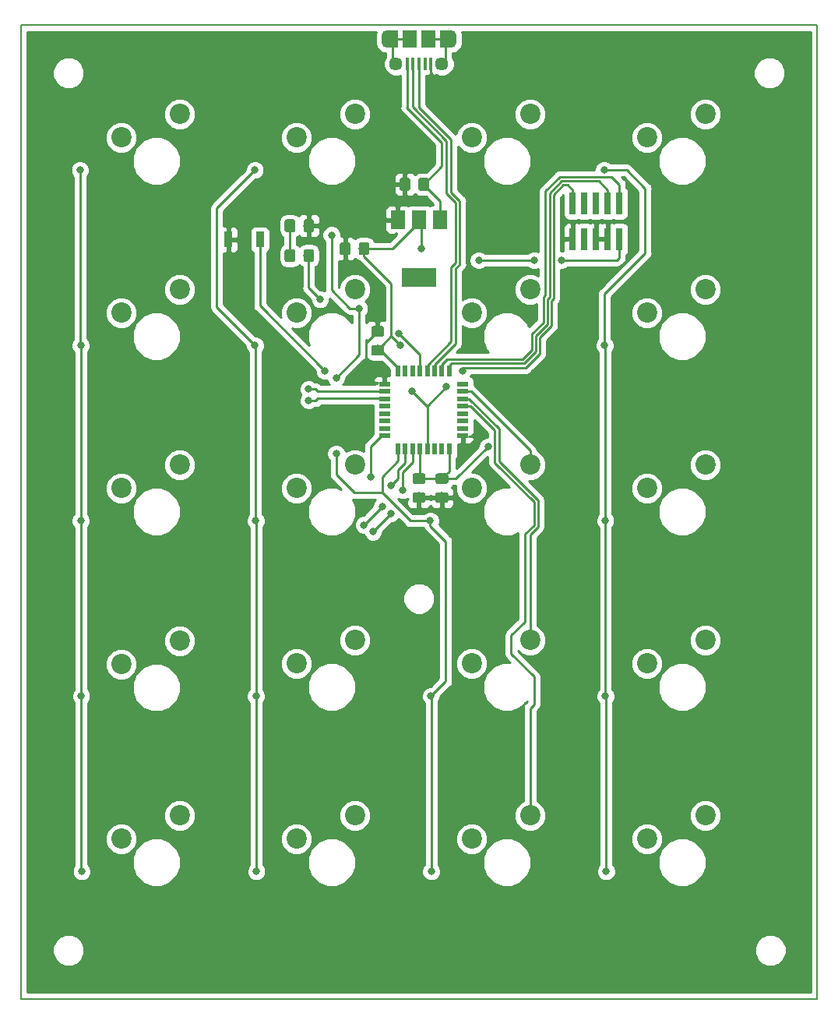
<source format=gbr>
%TF.GenerationSoftware,KiCad,Pcbnew,(5.0.2-5-10.14)*%
%TF.CreationDate,2019-04-08T21:19:03+10:00*%
%TF.ProjectId,macropod,6d616372-6f70-46f6-942e-6b696361645f,rev?*%
%TF.SameCoordinates,Original*%
%TF.FileFunction,Copper,L2,Bot*%
%TF.FilePolarity,Positive*%
%FSLAX46Y46*%
G04 Gerber Fmt 4.6, Leading zero omitted, Abs format (unit mm)*
G04 Created by KiCad (PCBNEW (5.0.2-5-10.14)) date Monday, 08 April 2019 at 09:19:03 pm*
%MOMM*%
%LPD*%
G01*
G04 APERTURE LIST*
%ADD10C,0.150000*%
%ADD11C,2.200000*%
%ADD12C,1.150000*%
%ADD13R,1.200000X1.900000*%
%ADD14O,1.200000X1.900000*%
%ADD15R,1.500000X1.900000*%
%ADD16C,1.450000*%
%ADD17R,0.400000X1.350000*%
%ADD18R,0.740000X2.400000*%
%ADD19R,0.600000X1.200000*%
%ADD20R,1.200000X0.600000*%
%ADD21R,3.800000X2.000000*%
%ADD22R,1.500000X2.000000*%
%ADD23R,0.900000X1.700000*%
%ADD24C,0.800000*%
%ADD25C,0.250000*%
%ADD26C,0.254000*%
G04 APERTURE END LIST*
D10*
X29700000Y-28429951D02*
X29700000Y-134229951D01*
X29700000Y-134229951D02*
X116300000Y-134229951D01*
X116300000Y-28429951D02*
X116300000Y-134229951D01*
X29700000Y-28429951D02*
X116300000Y-28429951D01*
D11*
X46990049Y-38100000D03*
X40640049Y-40640000D03*
D10*
G36*
X73874505Y-45031155D02*
X73898773Y-45034755D01*
X73922572Y-45040716D01*
X73945671Y-45048981D01*
X73967850Y-45059471D01*
X73988893Y-45072083D01*
X74008599Y-45086698D01*
X74026777Y-45103174D01*
X74043253Y-45121352D01*
X74057868Y-45141058D01*
X74070480Y-45162101D01*
X74080970Y-45184280D01*
X74089235Y-45207379D01*
X74095196Y-45231178D01*
X74098796Y-45255446D01*
X74100000Y-45279950D01*
X74100000Y-46179952D01*
X74098796Y-46204456D01*
X74095196Y-46228724D01*
X74089235Y-46252523D01*
X74080970Y-46275622D01*
X74070480Y-46297801D01*
X74057868Y-46318844D01*
X74043253Y-46338550D01*
X74026777Y-46356728D01*
X74008599Y-46373204D01*
X73988893Y-46387819D01*
X73967850Y-46400431D01*
X73945671Y-46410921D01*
X73922572Y-46419186D01*
X73898773Y-46425147D01*
X73874505Y-46428747D01*
X73850001Y-46429951D01*
X73199999Y-46429951D01*
X73175495Y-46428747D01*
X73151227Y-46425147D01*
X73127428Y-46419186D01*
X73104329Y-46410921D01*
X73082150Y-46400431D01*
X73061107Y-46387819D01*
X73041401Y-46373204D01*
X73023223Y-46356728D01*
X73006747Y-46338550D01*
X72992132Y-46318844D01*
X72979520Y-46297801D01*
X72969030Y-46275622D01*
X72960765Y-46252523D01*
X72954804Y-46228724D01*
X72951204Y-46204456D01*
X72950000Y-46179952D01*
X72950000Y-45279950D01*
X72951204Y-45255446D01*
X72954804Y-45231178D01*
X72960765Y-45207379D01*
X72969030Y-45184280D01*
X72979520Y-45162101D01*
X72992132Y-45141058D01*
X73006747Y-45121352D01*
X73023223Y-45103174D01*
X73041401Y-45086698D01*
X73061107Y-45072083D01*
X73082150Y-45059471D01*
X73104329Y-45048981D01*
X73127428Y-45040716D01*
X73151227Y-45034755D01*
X73175495Y-45031155D01*
X73199999Y-45029951D01*
X73850001Y-45029951D01*
X73874505Y-45031155D01*
X73874505Y-45031155D01*
G37*
D12*
X73525000Y-45729951D03*
D10*
G36*
X71824505Y-45031155D02*
X71848773Y-45034755D01*
X71872572Y-45040716D01*
X71895671Y-45048981D01*
X71917850Y-45059471D01*
X71938893Y-45072083D01*
X71958599Y-45086698D01*
X71976777Y-45103174D01*
X71993253Y-45121352D01*
X72007868Y-45141058D01*
X72020480Y-45162101D01*
X72030970Y-45184280D01*
X72039235Y-45207379D01*
X72045196Y-45231178D01*
X72048796Y-45255446D01*
X72050000Y-45279950D01*
X72050000Y-46179952D01*
X72048796Y-46204456D01*
X72045196Y-46228724D01*
X72039235Y-46252523D01*
X72030970Y-46275622D01*
X72020480Y-46297801D01*
X72007868Y-46318844D01*
X71993253Y-46338550D01*
X71976777Y-46356728D01*
X71958599Y-46373204D01*
X71938893Y-46387819D01*
X71917850Y-46400431D01*
X71895671Y-46410921D01*
X71872572Y-46419186D01*
X71848773Y-46425147D01*
X71824505Y-46428747D01*
X71800001Y-46429951D01*
X71149999Y-46429951D01*
X71125495Y-46428747D01*
X71101227Y-46425147D01*
X71077428Y-46419186D01*
X71054329Y-46410921D01*
X71032150Y-46400431D01*
X71011107Y-46387819D01*
X70991401Y-46373204D01*
X70973223Y-46356728D01*
X70956747Y-46338550D01*
X70942132Y-46318844D01*
X70929520Y-46297801D01*
X70919030Y-46275622D01*
X70910765Y-46252523D01*
X70904804Y-46228724D01*
X70901204Y-46204456D01*
X70900000Y-46179952D01*
X70900000Y-45279950D01*
X70901204Y-45255446D01*
X70904804Y-45231178D01*
X70910765Y-45207379D01*
X70919030Y-45184280D01*
X70929520Y-45162101D01*
X70942132Y-45141058D01*
X70956747Y-45121352D01*
X70973223Y-45103174D01*
X70991401Y-45086698D01*
X71011107Y-45072083D01*
X71032150Y-45059471D01*
X71054329Y-45048981D01*
X71077428Y-45040716D01*
X71101227Y-45034755D01*
X71125495Y-45031155D01*
X71149999Y-45029951D01*
X71800001Y-45029951D01*
X71824505Y-45031155D01*
X71824505Y-45031155D01*
G37*
D12*
X71475000Y-45729951D03*
D10*
G36*
X67374505Y-52031155D02*
X67398773Y-52034755D01*
X67422572Y-52040716D01*
X67445671Y-52048981D01*
X67467850Y-52059471D01*
X67488893Y-52072083D01*
X67508599Y-52086698D01*
X67526777Y-52103174D01*
X67543253Y-52121352D01*
X67557868Y-52141058D01*
X67570480Y-52162101D01*
X67580970Y-52184280D01*
X67589235Y-52207379D01*
X67595196Y-52231178D01*
X67598796Y-52255446D01*
X67600000Y-52279950D01*
X67600000Y-53179952D01*
X67598796Y-53204456D01*
X67595196Y-53228724D01*
X67589235Y-53252523D01*
X67580970Y-53275622D01*
X67570480Y-53297801D01*
X67557868Y-53318844D01*
X67543253Y-53338550D01*
X67526777Y-53356728D01*
X67508599Y-53373204D01*
X67488893Y-53387819D01*
X67467850Y-53400431D01*
X67445671Y-53410921D01*
X67422572Y-53419186D01*
X67398773Y-53425147D01*
X67374505Y-53428747D01*
X67350001Y-53429951D01*
X66699999Y-53429951D01*
X66675495Y-53428747D01*
X66651227Y-53425147D01*
X66627428Y-53419186D01*
X66604329Y-53410921D01*
X66582150Y-53400431D01*
X66561107Y-53387819D01*
X66541401Y-53373204D01*
X66523223Y-53356728D01*
X66506747Y-53338550D01*
X66492132Y-53318844D01*
X66479520Y-53297801D01*
X66469030Y-53275622D01*
X66460765Y-53252523D01*
X66454804Y-53228724D01*
X66451204Y-53204456D01*
X66450000Y-53179952D01*
X66450000Y-52279950D01*
X66451204Y-52255446D01*
X66454804Y-52231178D01*
X66460765Y-52207379D01*
X66469030Y-52184280D01*
X66479520Y-52162101D01*
X66492132Y-52141058D01*
X66506747Y-52121352D01*
X66523223Y-52103174D01*
X66541401Y-52086698D01*
X66561107Y-52072083D01*
X66582150Y-52059471D01*
X66604329Y-52048981D01*
X66627428Y-52040716D01*
X66651227Y-52034755D01*
X66675495Y-52031155D01*
X66699999Y-52029951D01*
X67350001Y-52029951D01*
X67374505Y-52031155D01*
X67374505Y-52031155D01*
G37*
D12*
X67025000Y-52729951D03*
D10*
G36*
X65324505Y-52031155D02*
X65348773Y-52034755D01*
X65372572Y-52040716D01*
X65395671Y-52048981D01*
X65417850Y-52059471D01*
X65438893Y-52072083D01*
X65458599Y-52086698D01*
X65476777Y-52103174D01*
X65493253Y-52121352D01*
X65507868Y-52141058D01*
X65520480Y-52162101D01*
X65530970Y-52184280D01*
X65539235Y-52207379D01*
X65545196Y-52231178D01*
X65548796Y-52255446D01*
X65550000Y-52279950D01*
X65550000Y-53179952D01*
X65548796Y-53204456D01*
X65545196Y-53228724D01*
X65539235Y-53252523D01*
X65530970Y-53275622D01*
X65520480Y-53297801D01*
X65507868Y-53318844D01*
X65493253Y-53338550D01*
X65476777Y-53356728D01*
X65458599Y-53373204D01*
X65438893Y-53387819D01*
X65417850Y-53400431D01*
X65395671Y-53410921D01*
X65372572Y-53419186D01*
X65348773Y-53425147D01*
X65324505Y-53428747D01*
X65300001Y-53429951D01*
X64649999Y-53429951D01*
X64625495Y-53428747D01*
X64601227Y-53425147D01*
X64577428Y-53419186D01*
X64554329Y-53410921D01*
X64532150Y-53400431D01*
X64511107Y-53387819D01*
X64491401Y-53373204D01*
X64473223Y-53356728D01*
X64456747Y-53338550D01*
X64442132Y-53318844D01*
X64429520Y-53297801D01*
X64419030Y-53275622D01*
X64410765Y-53252523D01*
X64404804Y-53228724D01*
X64401204Y-53204456D01*
X64400000Y-53179952D01*
X64400000Y-52279950D01*
X64401204Y-52255446D01*
X64404804Y-52231178D01*
X64410765Y-52207379D01*
X64419030Y-52184280D01*
X64429520Y-52162101D01*
X64442132Y-52141058D01*
X64456747Y-52121352D01*
X64473223Y-52103174D01*
X64491401Y-52086698D01*
X64511107Y-52072083D01*
X64532150Y-52059471D01*
X64554329Y-52048981D01*
X64577428Y-52040716D01*
X64601227Y-52034755D01*
X64625495Y-52031155D01*
X64649999Y-52029951D01*
X65300001Y-52029951D01*
X65324505Y-52031155D01*
X65324505Y-52031155D01*
G37*
D12*
X64975000Y-52729951D03*
D10*
G36*
X75974505Y-77131155D02*
X75998773Y-77134755D01*
X76022572Y-77140716D01*
X76045671Y-77148981D01*
X76067850Y-77159471D01*
X76088893Y-77172083D01*
X76108599Y-77186698D01*
X76126777Y-77203174D01*
X76143253Y-77221352D01*
X76157868Y-77241058D01*
X76170480Y-77262101D01*
X76180970Y-77284280D01*
X76189235Y-77307379D01*
X76195196Y-77331178D01*
X76198796Y-77355446D01*
X76200000Y-77379950D01*
X76200000Y-78029952D01*
X76198796Y-78054456D01*
X76195196Y-78078724D01*
X76189235Y-78102523D01*
X76180970Y-78125622D01*
X76170480Y-78147801D01*
X76157868Y-78168844D01*
X76143253Y-78188550D01*
X76126777Y-78206728D01*
X76108599Y-78223204D01*
X76088893Y-78237819D01*
X76067850Y-78250431D01*
X76045671Y-78260921D01*
X76022572Y-78269186D01*
X75998773Y-78275147D01*
X75974505Y-78278747D01*
X75950001Y-78279951D01*
X75049999Y-78279951D01*
X75025495Y-78278747D01*
X75001227Y-78275147D01*
X74977428Y-78269186D01*
X74954329Y-78260921D01*
X74932150Y-78250431D01*
X74911107Y-78237819D01*
X74891401Y-78223204D01*
X74873223Y-78206728D01*
X74856747Y-78188550D01*
X74842132Y-78168844D01*
X74829520Y-78147801D01*
X74819030Y-78125622D01*
X74810765Y-78102523D01*
X74804804Y-78078724D01*
X74801204Y-78054456D01*
X74800000Y-78029952D01*
X74800000Y-77379950D01*
X74801204Y-77355446D01*
X74804804Y-77331178D01*
X74810765Y-77307379D01*
X74819030Y-77284280D01*
X74829520Y-77262101D01*
X74842132Y-77241058D01*
X74856747Y-77221352D01*
X74873223Y-77203174D01*
X74891401Y-77186698D01*
X74911107Y-77172083D01*
X74932150Y-77159471D01*
X74954329Y-77148981D01*
X74977428Y-77140716D01*
X75001227Y-77134755D01*
X75025495Y-77131155D01*
X75049999Y-77129951D01*
X75950001Y-77129951D01*
X75974505Y-77131155D01*
X75974505Y-77131155D01*
G37*
D12*
X75500000Y-77704951D03*
D10*
G36*
X75974505Y-79181155D02*
X75998773Y-79184755D01*
X76022572Y-79190716D01*
X76045671Y-79198981D01*
X76067850Y-79209471D01*
X76088893Y-79222083D01*
X76108599Y-79236698D01*
X76126777Y-79253174D01*
X76143253Y-79271352D01*
X76157868Y-79291058D01*
X76170480Y-79312101D01*
X76180970Y-79334280D01*
X76189235Y-79357379D01*
X76195196Y-79381178D01*
X76198796Y-79405446D01*
X76200000Y-79429950D01*
X76200000Y-80079952D01*
X76198796Y-80104456D01*
X76195196Y-80128724D01*
X76189235Y-80152523D01*
X76180970Y-80175622D01*
X76170480Y-80197801D01*
X76157868Y-80218844D01*
X76143253Y-80238550D01*
X76126777Y-80256728D01*
X76108599Y-80273204D01*
X76088893Y-80287819D01*
X76067850Y-80300431D01*
X76045671Y-80310921D01*
X76022572Y-80319186D01*
X75998773Y-80325147D01*
X75974505Y-80328747D01*
X75950001Y-80329951D01*
X75049999Y-80329951D01*
X75025495Y-80328747D01*
X75001227Y-80325147D01*
X74977428Y-80319186D01*
X74954329Y-80310921D01*
X74932150Y-80300431D01*
X74911107Y-80287819D01*
X74891401Y-80273204D01*
X74873223Y-80256728D01*
X74856747Y-80238550D01*
X74842132Y-80218844D01*
X74829520Y-80197801D01*
X74819030Y-80175622D01*
X74810765Y-80152523D01*
X74804804Y-80128724D01*
X74801204Y-80104456D01*
X74800000Y-80079952D01*
X74800000Y-79429950D01*
X74801204Y-79405446D01*
X74804804Y-79381178D01*
X74810765Y-79357379D01*
X74819030Y-79334280D01*
X74829520Y-79312101D01*
X74842132Y-79291058D01*
X74856747Y-79271352D01*
X74873223Y-79253174D01*
X74891401Y-79236698D01*
X74911107Y-79222083D01*
X74932150Y-79209471D01*
X74954329Y-79198981D01*
X74977428Y-79190716D01*
X75001227Y-79184755D01*
X75025495Y-79181155D01*
X75049999Y-79179951D01*
X75950001Y-79179951D01*
X75974505Y-79181155D01*
X75974505Y-79181155D01*
G37*
D12*
X75500000Y-79754951D03*
D10*
G36*
X68974505Y-63181155D02*
X68998773Y-63184755D01*
X69022572Y-63190716D01*
X69045671Y-63198981D01*
X69067850Y-63209471D01*
X69088893Y-63222083D01*
X69108599Y-63236698D01*
X69126777Y-63253174D01*
X69143253Y-63271352D01*
X69157868Y-63291058D01*
X69170480Y-63312101D01*
X69180970Y-63334280D01*
X69189235Y-63357379D01*
X69195196Y-63381178D01*
X69198796Y-63405446D01*
X69200000Y-63429950D01*
X69200000Y-64079952D01*
X69198796Y-64104456D01*
X69195196Y-64128724D01*
X69189235Y-64152523D01*
X69180970Y-64175622D01*
X69170480Y-64197801D01*
X69157868Y-64218844D01*
X69143253Y-64238550D01*
X69126777Y-64256728D01*
X69108599Y-64273204D01*
X69088893Y-64287819D01*
X69067850Y-64300431D01*
X69045671Y-64310921D01*
X69022572Y-64319186D01*
X68998773Y-64325147D01*
X68974505Y-64328747D01*
X68950001Y-64329951D01*
X68049999Y-64329951D01*
X68025495Y-64328747D01*
X68001227Y-64325147D01*
X67977428Y-64319186D01*
X67954329Y-64310921D01*
X67932150Y-64300431D01*
X67911107Y-64287819D01*
X67891401Y-64273204D01*
X67873223Y-64256728D01*
X67856747Y-64238550D01*
X67842132Y-64218844D01*
X67829520Y-64197801D01*
X67819030Y-64175622D01*
X67810765Y-64152523D01*
X67804804Y-64128724D01*
X67801204Y-64104456D01*
X67800000Y-64079952D01*
X67800000Y-63429950D01*
X67801204Y-63405446D01*
X67804804Y-63381178D01*
X67810765Y-63357379D01*
X67819030Y-63334280D01*
X67829520Y-63312101D01*
X67842132Y-63291058D01*
X67856747Y-63271352D01*
X67873223Y-63253174D01*
X67891401Y-63236698D01*
X67911107Y-63222083D01*
X67932150Y-63209471D01*
X67954329Y-63198981D01*
X67977428Y-63190716D01*
X68001227Y-63184755D01*
X68025495Y-63181155D01*
X68049999Y-63179951D01*
X68950001Y-63179951D01*
X68974505Y-63181155D01*
X68974505Y-63181155D01*
G37*
D12*
X68500000Y-63754951D03*
D10*
G36*
X68974505Y-61131155D02*
X68998773Y-61134755D01*
X69022572Y-61140716D01*
X69045671Y-61148981D01*
X69067850Y-61159471D01*
X69088893Y-61172083D01*
X69108599Y-61186698D01*
X69126777Y-61203174D01*
X69143253Y-61221352D01*
X69157868Y-61241058D01*
X69170480Y-61262101D01*
X69180970Y-61284280D01*
X69189235Y-61307379D01*
X69195196Y-61331178D01*
X69198796Y-61355446D01*
X69200000Y-61379950D01*
X69200000Y-62029952D01*
X69198796Y-62054456D01*
X69195196Y-62078724D01*
X69189235Y-62102523D01*
X69180970Y-62125622D01*
X69170480Y-62147801D01*
X69157868Y-62168844D01*
X69143253Y-62188550D01*
X69126777Y-62206728D01*
X69108599Y-62223204D01*
X69088893Y-62237819D01*
X69067850Y-62250431D01*
X69045671Y-62260921D01*
X69022572Y-62269186D01*
X68998773Y-62275147D01*
X68974505Y-62278747D01*
X68950001Y-62279951D01*
X68049999Y-62279951D01*
X68025495Y-62278747D01*
X68001227Y-62275147D01*
X67977428Y-62269186D01*
X67954329Y-62260921D01*
X67932150Y-62250431D01*
X67911107Y-62237819D01*
X67891401Y-62223204D01*
X67873223Y-62206728D01*
X67856747Y-62188550D01*
X67842132Y-62168844D01*
X67829520Y-62147801D01*
X67819030Y-62125622D01*
X67810765Y-62102523D01*
X67804804Y-62078724D01*
X67801204Y-62054456D01*
X67800000Y-62029952D01*
X67800000Y-61379950D01*
X67801204Y-61355446D01*
X67804804Y-61331178D01*
X67810765Y-61307379D01*
X67819030Y-61284280D01*
X67829520Y-61262101D01*
X67842132Y-61241058D01*
X67856747Y-61221352D01*
X67873223Y-61203174D01*
X67891401Y-61186698D01*
X67911107Y-61172083D01*
X67932150Y-61159471D01*
X67954329Y-61148981D01*
X67977428Y-61140716D01*
X68001227Y-61134755D01*
X68025495Y-61131155D01*
X68049999Y-61129951D01*
X68950001Y-61129951D01*
X68974505Y-61131155D01*
X68974505Y-61131155D01*
G37*
D12*
X68500000Y-61704951D03*
D13*
X70100000Y-29922451D03*
X75900000Y-29922451D03*
D14*
X76500000Y-29922451D03*
X69500000Y-29922451D03*
D15*
X72000000Y-29922451D03*
D16*
X75500000Y-32622451D03*
D17*
X73000000Y-32622451D03*
X73650000Y-32622451D03*
X74300000Y-32622451D03*
X71700000Y-32622451D03*
X72350000Y-32622451D03*
D16*
X70500000Y-32622451D03*
D15*
X74000000Y-29922451D03*
D18*
X94780000Y-51690000D03*
X94780000Y-47790000D03*
X93510000Y-51690000D03*
X93510000Y-47790000D03*
X92240000Y-51690000D03*
X92240000Y-47790000D03*
X90970000Y-51690000D03*
X90970000Y-47790000D03*
X89700000Y-51690000D03*
X89700000Y-47790000D03*
D19*
X76300000Y-74479951D03*
X75500000Y-74479951D03*
X74700000Y-74479951D03*
X73900000Y-74479951D03*
X73100000Y-74479951D03*
X72300000Y-74479951D03*
X71500000Y-74479951D03*
X70700000Y-74479951D03*
D20*
X69250000Y-73029951D03*
X69250000Y-72229951D03*
X69250000Y-71429951D03*
X69250000Y-70629951D03*
X69250000Y-69829951D03*
X69250000Y-69029951D03*
X69250000Y-68229951D03*
X69250000Y-67429951D03*
D19*
X70700000Y-65979951D03*
X71500000Y-65979951D03*
X72300000Y-65979951D03*
X73100000Y-65979951D03*
X73900000Y-65979951D03*
X74700000Y-65979951D03*
X75500000Y-65979951D03*
X76300000Y-65979951D03*
D20*
X77750000Y-67429951D03*
X77750000Y-68229951D03*
X77750000Y-69029951D03*
X77750000Y-69829951D03*
X77750000Y-70629951D03*
X77750000Y-71429951D03*
X77750000Y-72229951D03*
X77750000Y-73029951D03*
D21*
X73000000Y-55879951D03*
D22*
X73000000Y-49579951D03*
X75300000Y-49579951D03*
X70700000Y-49579951D03*
D11*
X46990049Y-57149951D03*
X40640049Y-59689951D03*
X46990049Y-76199902D03*
X40640049Y-78739902D03*
X46990049Y-95316708D03*
X40640049Y-97856708D03*
X46990049Y-114299804D03*
X40640049Y-116839804D03*
X59690000Y-40640000D03*
X66040000Y-38100000D03*
X66040000Y-57149951D03*
X59690000Y-59689951D03*
X59690000Y-78739902D03*
X66040000Y-76199902D03*
X59690000Y-97789853D03*
X66040000Y-95249853D03*
X66040000Y-114299804D03*
X59690000Y-116839804D03*
X78739951Y-40640000D03*
X85089951Y-38100000D03*
X85089951Y-57149951D03*
X78739951Y-59689951D03*
X78739951Y-78739902D03*
X85089951Y-76199902D03*
X85089951Y-95249853D03*
X78739951Y-97789853D03*
X78739951Y-116839804D03*
X85089951Y-114299804D03*
X104139902Y-38100000D03*
X97789902Y-40640000D03*
X97789902Y-59689951D03*
X104139902Y-57149951D03*
X97789902Y-78739902D03*
X104139902Y-76199902D03*
X97789902Y-97789853D03*
X104139902Y-95249853D03*
X97790000Y-116839804D03*
X104140000Y-114299804D03*
D10*
G36*
X73474505Y-77131155D02*
X73498773Y-77134755D01*
X73522572Y-77140716D01*
X73545671Y-77148981D01*
X73567850Y-77159471D01*
X73588893Y-77172083D01*
X73608599Y-77186698D01*
X73626777Y-77203174D01*
X73643253Y-77221352D01*
X73657868Y-77241058D01*
X73670480Y-77262101D01*
X73680970Y-77284280D01*
X73689235Y-77307379D01*
X73695196Y-77331178D01*
X73698796Y-77355446D01*
X73700000Y-77379950D01*
X73700000Y-78029952D01*
X73698796Y-78054456D01*
X73695196Y-78078724D01*
X73689235Y-78102523D01*
X73680970Y-78125622D01*
X73670480Y-78147801D01*
X73657868Y-78168844D01*
X73643253Y-78188550D01*
X73626777Y-78206728D01*
X73608599Y-78223204D01*
X73588893Y-78237819D01*
X73567850Y-78250431D01*
X73545671Y-78260921D01*
X73522572Y-78269186D01*
X73498773Y-78275147D01*
X73474505Y-78278747D01*
X73450001Y-78279951D01*
X72549999Y-78279951D01*
X72525495Y-78278747D01*
X72501227Y-78275147D01*
X72477428Y-78269186D01*
X72454329Y-78260921D01*
X72432150Y-78250431D01*
X72411107Y-78237819D01*
X72391401Y-78223204D01*
X72373223Y-78206728D01*
X72356747Y-78188550D01*
X72342132Y-78168844D01*
X72329520Y-78147801D01*
X72319030Y-78125622D01*
X72310765Y-78102523D01*
X72304804Y-78078724D01*
X72301204Y-78054456D01*
X72300000Y-78029952D01*
X72300000Y-77379950D01*
X72301204Y-77355446D01*
X72304804Y-77331178D01*
X72310765Y-77307379D01*
X72319030Y-77284280D01*
X72329520Y-77262101D01*
X72342132Y-77241058D01*
X72356747Y-77221352D01*
X72373223Y-77203174D01*
X72391401Y-77186698D01*
X72411107Y-77172083D01*
X72432150Y-77159471D01*
X72454329Y-77148981D01*
X72477428Y-77140716D01*
X72501227Y-77134755D01*
X72525495Y-77131155D01*
X72549999Y-77129951D01*
X73450001Y-77129951D01*
X73474505Y-77131155D01*
X73474505Y-77131155D01*
G37*
D12*
X73000000Y-77704951D03*
D10*
G36*
X73474505Y-79181155D02*
X73498773Y-79184755D01*
X73522572Y-79190716D01*
X73545671Y-79198981D01*
X73567850Y-79209471D01*
X73588893Y-79222083D01*
X73608599Y-79236698D01*
X73626777Y-79253174D01*
X73643253Y-79271352D01*
X73657868Y-79291058D01*
X73670480Y-79312101D01*
X73680970Y-79334280D01*
X73689235Y-79357379D01*
X73695196Y-79381178D01*
X73698796Y-79405446D01*
X73700000Y-79429950D01*
X73700000Y-80079952D01*
X73698796Y-80104456D01*
X73695196Y-80128724D01*
X73689235Y-80152523D01*
X73680970Y-80175622D01*
X73670480Y-80197801D01*
X73657868Y-80218844D01*
X73643253Y-80238550D01*
X73626777Y-80256728D01*
X73608599Y-80273204D01*
X73588893Y-80287819D01*
X73567850Y-80300431D01*
X73545671Y-80310921D01*
X73522572Y-80319186D01*
X73498773Y-80325147D01*
X73474505Y-80328747D01*
X73450001Y-80329951D01*
X72549999Y-80329951D01*
X72525495Y-80328747D01*
X72501227Y-80325147D01*
X72477428Y-80319186D01*
X72454329Y-80310921D01*
X72432150Y-80300431D01*
X72411107Y-80287819D01*
X72391401Y-80273204D01*
X72373223Y-80256728D01*
X72356747Y-80238550D01*
X72342132Y-80218844D01*
X72329520Y-80197801D01*
X72319030Y-80175622D01*
X72310765Y-80152523D01*
X72304804Y-80128724D01*
X72301204Y-80104456D01*
X72300000Y-80079952D01*
X72300000Y-79429950D01*
X72301204Y-79405446D01*
X72304804Y-79381178D01*
X72310765Y-79357379D01*
X72319030Y-79334280D01*
X72329520Y-79312101D01*
X72342132Y-79291058D01*
X72356747Y-79271352D01*
X72373223Y-79253174D01*
X72391401Y-79236698D01*
X72411107Y-79222083D01*
X72432150Y-79209471D01*
X72454329Y-79198981D01*
X72477428Y-79190716D01*
X72501227Y-79184755D01*
X72525495Y-79181155D01*
X72549999Y-79179951D01*
X73450001Y-79179951D01*
X73474505Y-79181155D01*
X73474505Y-79181155D01*
G37*
D12*
X73000000Y-79754951D03*
D10*
G36*
X61374505Y-52781155D02*
X61398773Y-52784755D01*
X61422572Y-52790716D01*
X61445671Y-52798981D01*
X61467850Y-52809471D01*
X61488893Y-52822083D01*
X61508599Y-52836698D01*
X61526777Y-52853174D01*
X61543253Y-52871352D01*
X61557868Y-52891058D01*
X61570480Y-52912101D01*
X61580970Y-52934280D01*
X61589235Y-52957379D01*
X61595196Y-52981178D01*
X61598796Y-53005446D01*
X61600000Y-53029950D01*
X61600000Y-53929952D01*
X61598796Y-53954456D01*
X61595196Y-53978724D01*
X61589235Y-54002523D01*
X61580970Y-54025622D01*
X61570480Y-54047801D01*
X61557868Y-54068844D01*
X61543253Y-54088550D01*
X61526777Y-54106728D01*
X61508599Y-54123204D01*
X61488893Y-54137819D01*
X61467850Y-54150431D01*
X61445671Y-54160921D01*
X61422572Y-54169186D01*
X61398773Y-54175147D01*
X61374505Y-54178747D01*
X61350001Y-54179951D01*
X60699999Y-54179951D01*
X60675495Y-54178747D01*
X60651227Y-54175147D01*
X60627428Y-54169186D01*
X60604329Y-54160921D01*
X60582150Y-54150431D01*
X60561107Y-54137819D01*
X60541401Y-54123204D01*
X60523223Y-54106728D01*
X60506747Y-54088550D01*
X60492132Y-54068844D01*
X60479520Y-54047801D01*
X60469030Y-54025622D01*
X60460765Y-54002523D01*
X60454804Y-53978724D01*
X60451204Y-53954456D01*
X60450000Y-53929952D01*
X60450000Y-53029950D01*
X60451204Y-53005446D01*
X60454804Y-52981178D01*
X60460765Y-52957379D01*
X60469030Y-52934280D01*
X60479520Y-52912101D01*
X60492132Y-52891058D01*
X60506747Y-52871352D01*
X60523223Y-52853174D01*
X60541401Y-52836698D01*
X60561107Y-52822083D01*
X60582150Y-52809471D01*
X60604329Y-52798981D01*
X60627428Y-52790716D01*
X60651227Y-52784755D01*
X60675495Y-52781155D01*
X60699999Y-52779951D01*
X61350001Y-52779951D01*
X61374505Y-52781155D01*
X61374505Y-52781155D01*
G37*
D12*
X61025000Y-53479951D03*
D10*
G36*
X59324505Y-52781155D02*
X59348773Y-52784755D01*
X59372572Y-52790716D01*
X59395671Y-52798981D01*
X59417850Y-52809471D01*
X59438893Y-52822083D01*
X59458599Y-52836698D01*
X59476777Y-52853174D01*
X59493253Y-52871352D01*
X59507868Y-52891058D01*
X59520480Y-52912101D01*
X59530970Y-52934280D01*
X59539235Y-52957379D01*
X59545196Y-52981178D01*
X59548796Y-53005446D01*
X59550000Y-53029950D01*
X59550000Y-53929952D01*
X59548796Y-53954456D01*
X59545196Y-53978724D01*
X59539235Y-54002523D01*
X59530970Y-54025622D01*
X59520480Y-54047801D01*
X59507868Y-54068844D01*
X59493253Y-54088550D01*
X59476777Y-54106728D01*
X59458599Y-54123204D01*
X59438893Y-54137819D01*
X59417850Y-54150431D01*
X59395671Y-54160921D01*
X59372572Y-54169186D01*
X59348773Y-54175147D01*
X59324505Y-54178747D01*
X59300001Y-54179951D01*
X58649999Y-54179951D01*
X58625495Y-54178747D01*
X58601227Y-54175147D01*
X58577428Y-54169186D01*
X58554329Y-54160921D01*
X58532150Y-54150431D01*
X58511107Y-54137819D01*
X58491401Y-54123204D01*
X58473223Y-54106728D01*
X58456747Y-54088550D01*
X58442132Y-54068844D01*
X58429520Y-54047801D01*
X58419030Y-54025622D01*
X58410765Y-54002523D01*
X58404804Y-53978724D01*
X58401204Y-53954456D01*
X58400000Y-53929952D01*
X58400000Y-53029950D01*
X58401204Y-53005446D01*
X58404804Y-52981178D01*
X58410765Y-52957379D01*
X58419030Y-52934280D01*
X58429520Y-52912101D01*
X58442132Y-52891058D01*
X58456747Y-52871352D01*
X58473223Y-52853174D01*
X58491401Y-52836698D01*
X58511107Y-52822083D01*
X58532150Y-52809471D01*
X58554329Y-52798981D01*
X58577428Y-52790716D01*
X58601227Y-52784755D01*
X58625495Y-52781155D01*
X58649999Y-52779951D01*
X59300001Y-52779951D01*
X59324505Y-52781155D01*
X59324505Y-52781155D01*
G37*
D12*
X58975000Y-53479951D03*
D10*
G36*
X61374505Y-49531155D02*
X61398773Y-49534755D01*
X61422572Y-49540716D01*
X61445671Y-49548981D01*
X61467850Y-49559471D01*
X61488893Y-49572083D01*
X61508599Y-49586698D01*
X61526777Y-49603174D01*
X61543253Y-49621352D01*
X61557868Y-49641058D01*
X61570480Y-49662101D01*
X61580970Y-49684280D01*
X61589235Y-49707379D01*
X61595196Y-49731178D01*
X61598796Y-49755446D01*
X61600000Y-49779950D01*
X61600000Y-50679952D01*
X61598796Y-50704456D01*
X61595196Y-50728724D01*
X61589235Y-50752523D01*
X61580970Y-50775622D01*
X61570480Y-50797801D01*
X61557868Y-50818844D01*
X61543253Y-50838550D01*
X61526777Y-50856728D01*
X61508599Y-50873204D01*
X61488893Y-50887819D01*
X61467850Y-50900431D01*
X61445671Y-50910921D01*
X61422572Y-50919186D01*
X61398773Y-50925147D01*
X61374505Y-50928747D01*
X61350001Y-50929951D01*
X60699999Y-50929951D01*
X60675495Y-50928747D01*
X60651227Y-50925147D01*
X60627428Y-50919186D01*
X60604329Y-50910921D01*
X60582150Y-50900431D01*
X60561107Y-50887819D01*
X60541401Y-50873204D01*
X60523223Y-50856728D01*
X60506747Y-50838550D01*
X60492132Y-50818844D01*
X60479520Y-50797801D01*
X60469030Y-50775622D01*
X60460765Y-50752523D01*
X60454804Y-50728724D01*
X60451204Y-50704456D01*
X60450000Y-50679952D01*
X60450000Y-49779950D01*
X60451204Y-49755446D01*
X60454804Y-49731178D01*
X60460765Y-49707379D01*
X60469030Y-49684280D01*
X60479520Y-49662101D01*
X60492132Y-49641058D01*
X60506747Y-49621352D01*
X60523223Y-49603174D01*
X60541401Y-49586698D01*
X60561107Y-49572083D01*
X60582150Y-49559471D01*
X60604329Y-49548981D01*
X60627428Y-49540716D01*
X60651227Y-49534755D01*
X60675495Y-49531155D01*
X60699999Y-49529951D01*
X61350001Y-49529951D01*
X61374505Y-49531155D01*
X61374505Y-49531155D01*
G37*
D12*
X61025000Y-50229951D03*
D10*
G36*
X59324505Y-49531155D02*
X59348773Y-49534755D01*
X59372572Y-49540716D01*
X59395671Y-49548981D01*
X59417850Y-49559471D01*
X59438893Y-49572083D01*
X59458599Y-49586698D01*
X59476777Y-49603174D01*
X59493253Y-49621352D01*
X59507868Y-49641058D01*
X59520480Y-49662101D01*
X59530970Y-49684280D01*
X59539235Y-49707379D01*
X59545196Y-49731178D01*
X59548796Y-49755446D01*
X59550000Y-49779950D01*
X59550000Y-50679952D01*
X59548796Y-50704456D01*
X59545196Y-50728724D01*
X59539235Y-50752523D01*
X59530970Y-50775622D01*
X59520480Y-50797801D01*
X59507868Y-50818844D01*
X59493253Y-50838550D01*
X59476777Y-50856728D01*
X59458599Y-50873204D01*
X59438893Y-50887819D01*
X59417850Y-50900431D01*
X59395671Y-50910921D01*
X59372572Y-50919186D01*
X59348773Y-50925147D01*
X59324505Y-50928747D01*
X59300001Y-50929951D01*
X58649999Y-50929951D01*
X58625495Y-50928747D01*
X58601227Y-50925147D01*
X58577428Y-50919186D01*
X58554329Y-50910921D01*
X58532150Y-50900431D01*
X58511107Y-50887819D01*
X58491401Y-50873204D01*
X58473223Y-50856728D01*
X58456747Y-50838550D01*
X58442132Y-50818844D01*
X58429520Y-50797801D01*
X58419030Y-50775622D01*
X58410765Y-50752523D01*
X58404804Y-50728724D01*
X58401204Y-50704456D01*
X58400000Y-50679952D01*
X58400000Y-49779950D01*
X58401204Y-49755446D01*
X58404804Y-49731178D01*
X58410765Y-49707379D01*
X58419030Y-49684280D01*
X58429520Y-49662101D01*
X58442132Y-49641058D01*
X58456747Y-49621352D01*
X58473223Y-49603174D01*
X58491401Y-49586698D01*
X58511107Y-49572083D01*
X58532150Y-49559471D01*
X58554329Y-49548981D01*
X58577428Y-49540716D01*
X58601227Y-49534755D01*
X58625495Y-49531155D01*
X58649999Y-49529951D01*
X59300001Y-49529951D01*
X59324505Y-49531155D01*
X59324505Y-49531155D01*
G37*
D12*
X58975000Y-50229951D03*
D23*
X52300000Y-51729951D03*
X55700000Y-51729951D03*
D24*
X67250000Y-65229951D03*
X80000000Y-76229951D03*
X78000000Y-74479951D03*
X74800000Y-34729949D03*
X71000000Y-63229951D03*
X80500000Y-74229951D03*
X88500000Y-53979951D03*
X85500000Y-53979951D03*
X79500000Y-53979951D03*
X73250000Y-52729951D03*
X36332433Y-120382433D03*
X36282482Y-101332482D03*
X36232531Y-82282531D03*
X36232580Y-63232580D03*
X36157629Y-44182629D03*
X71250000Y-78979951D03*
X70000000Y-81479951D03*
X68000000Y-83479951D03*
X55332433Y-120382433D03*
X55282482Y-101332482D03*
X55257531Y-82282531D03*
X55182580Y-63232580D03*
X55157629Y-44182629D03*
X70000000Y-78479951D03*
X69000000Y-80729951D03*
X67000000Y-82729951D03*
X74332433Y-120382433D03*
X74282482Y-101332482D03*
X74232531Y-82282531D03*
X66500000Y-59229951D03*
X63500000Y-51229951D03*
X64000000Y-66729951D03*
X64000000Y-74979951D03*
X93357433Y-120382433D03*
X93282482Y-101332482D03*
X93257531Y-82282531D03*
X93182580Y-63232580D03*
X93132629Y-44182629D03*
X67750000Y-77479951D03*
X77750000Y-65979951D03*
X72250000Y-68229951D03*
X62750000Y-65979951D03*
X76000000Y-67729951D03*
X61000000Y-69229951D03*
X61000000Y-67979951D03*
X70823002Y-61979951D03*
X62250000Y-58229951D03*
D25*
X71700000Y-37339951D02*
X71700000Y-32629951D01*
X71690000Y-37349951D02*
X71700000Y-37339951D01*
X75300000Y-49579951D02*
X75300000Y-47554951D01*
X73500000Y-45754951D02*
X75500000Y-43754951D01*
X75500000Y-43754951D02*
X75500000Y-41159951D01*
X75500000Y-41159951D02*
X71690000Y-37349951D01*
X75300000Y-47554951D02*
X73500000Y-45754951D01*
X67250000Y-65229951D02*
X67250000Y-62954951D01*
X67250000Y-62954951D02*
X68500000Y-61704951D01*
X74300000Y-32729951D02*
X74300000Y-34229949D01*
X74300000Y-34229949D02*
X74400001Y-34329950D01*
X74400001Y-34329950D02*
X74800000Y-34729949D01*
X67700000Y-52729951D02*
X67025000Y-52729951D01*
X70100000Y-52729951D02*
X67700000Y-52729951D01*
X73000000Y-49829951D02*
X70100000Y-52729951D01*
X73000000Y-49579951D02*
X73000000Y-49829951D01*
X76300000Y-76904951D02*
X76300000Y-74479951D01*
X75500000Y-77704951D02*
X76300000Y-76904951D01*
X73100000Y-77604951D02*
X73000000Y-77704951D01*
X73100000Y-74479951D02*
X73100000Y-77604951D01*
X73000000Y-77704951D02*
X75500000Y-77704951D01*
X67025000Y-53529951D02*
X67025000Y-52729951D01*
X70000000Y-56504951D02*
X67025000Y-53529951D01*
X70000000Y-62229951D02*
X70000000Y-56504951D01*
X69123372Y-63106579D02*
X70000000Y-62229951D01*
X69123372Y-63131579D02*
X69123372Y-63106579D01*
X68500000Y-63754951D02*
X69123372Y-63131579D01*
X68775000Y-63754951D02*
X68500000Y-63754951D01*
X70700000Y-65679951D02*
X68775000Y-63754951D01*
X70700000Y-65979951D02*
X70700000Y-65679951D01*
X70000000Y-62229951D02*
X71000000Y-63229951D01*
X71000000Y-63229951D02*
X71000000Y-63229951D01*
X77025000Y-77704951D02*
X80500000Y-74229951D01*
X75500000Y-77704951D02*
X77025000Y-77704951D01*
X94780000Y-51690000D02*
X94780000Y-53699951D01*
X94780000Y-53699951D02*
X94500000Y-53979951D01*
X94500000Y-53979951D02*
X88500000Y-53979951D01*
X88500000Y-53979951D02*
X88500000Y-53979951D01*
X85500000Y-53979951D02*
X79500000Y-53979951D01*
X79500000Y-53979951D02*
X79500000Y-53979951D01*
X73250000Y-49829951D02*
X73000000Y-49579951D01*
X73250000Y-52729951D02*
X73250000Y-49829951D01*
X36157629Y-63157629D02*
X36232580Y-63232580D01*
X36157629Y-44182629D02*
X36157629Y-63157629D01*
X36232580Y-82282482D02*
X36232531Y-82282531D01*
X36232580Y-63232580D02*
X36232580Y-82282482D01*
X36232531Y-101282531D02*
X36282482Y-101332482D01*
X36232531Y-82282531D02*
X36232531Y-101282531D01*
X36282482Y-120332482D02*
X36332433Y-120382433D01*
X36282482Y-101332482D02*
X36282482Y-120332482D01*
X72300000Y-74479951D02*
X72300000Y-75929951D01*
X72300000Y-75929951D02*
X71250000Y-76979951D01*
X71250000Y-76979951D02*
X71250000Y-77479951D01*
X71250000Y-77479951D02*
X71250000Y-78979951D01*
X71250000Y-78479951D02*
X71250000Y-78979951D01*
X71250000Y-78979951D02*
X71250000Y-78479951D01*
X70000000Y-81479951D02*
X68000000Y-83479951D01*
X68000000Y-83479951D02*
X68000000Y-83479951D01*
X55282482Y-82307482D02*
X55257531Y-82282531D01*
X55282482Y-101332482D02*
X55282482Y-82307482D01*
X55257531Y-63307531D02*
X55182580Y-63232580D01*
X55257531Y-82282531D02*
X55257531Y-63307531D01*
X55332433Y-101382433D02*
X55282482Y-101332482D01*
X55332433Y-120382433D02*
X55332433Y-101382433D01*
X51000000Y-59050000D02*
X54782581Y-62832581D01*
X54782581Y-62832581D02*
X55182580Y-63232580D01*
X51000000Y-48340258D02*
X51000000Y-59050000D01*
X55157629Y-44182629D02*
X51000000Y-48340258D01*
X71500000Y-74479951D02*
X71500000Y-75329951D01*
X71500000Y-75329951D02*
X71500000Y-75979951D01*
X71500000Y-75979951D02*
X70750000Y-76729951D01*
X70750000Y-76729951D02*
X70750000Y-77729951D01*
X70750000Y-77729951D02*
X70000000Y-78479951D01*
X70000000Y-78479951D02*
X70000000Y-78479951D01*
X69000000Y-80729951D02*
X67000000Y-82729951D01*
X67000000Y-82729951D02*
X67000000Y-82729951D01*
X74332433Y-101382433D02*
X74282482Y-101332482D01*
X74332433Y-120382433D02*
X74332433Y-101382433D01*
X64000000Y-66729951D02*
X64000000Y-66729951D01*
X64000000Y-77229951D02*
X64000000Y-74979951D01*
X66500000Y-64229951D02*
X66500000Y-59229951D01*
X63500000Y-51229951D02*
X63500000Y-57229951D01*
X63500000Y-57229951D02*
X65500000Y-59229951D01*
X65500000Y-59229951D02*
X66500000Y-59229951D01*
X63500000Y-51229951D02*
X63500000Y-51229951D01*
X64000000Y-66729951D02*
X66500000Y-64229951D01*
X74282482Y-82332482D02*
X74232531Y-82282531D01*
X70700000Y-75779951D02*
X70700000Y-74479951D01*
X69000000Y-77479951D02*
X70700000Y-75779951D01*
X69000000Y-79229951D02*
X69000000Y-77479951D01*
X72052580Y-82282531D02*
X69000000Y-79229951D01*
X74232531Y-82282531D02*
X72052580Y-82282531D01*
X69000000Y-79229951D02*
X66000000Y-79229951D01*
X66000000Y-79229951D02*
X64000000Y-77229951D01*
X74232531Y-82848216D02*
X75900000Y-84515685D01*
X74232531Y-82282531D02*
X74232531Y-82848216D01*
X75900000Y-99714964D02*
X74282482Y-101332482D01*
X75900000Y-84515685D02*
X75900000Y-99714964D01*
X93132629Y-44182629D02*
X95584128Y-44182629D01*
X95584128Y-44182629D02*
X97589386Y-46187887D01*
X97589386Y-46187887D02*
X97589386Y-53206290D01*
X93182580Y-57613096D02*
X93182580Y-63232580D01*
X97589386Y-53206290D02*
X93182580Y-57613096D01*
X93357433Y-101407433D02*
X93282482Y-101332482D01*
X93357433Y-120382433D02*
X93357433Y-101407433D01*
X93282482Y-82307482D02*
X93257531Y-82282531D01*
X93282482Y-101332482D02*
X93282482Y-82307482D01*
X93257531Y-63307531D02*
X93182580Y-63232580D01*
X93257531Y-82282531D02*
X93257531Y-63307531D01*
X68950000Y-73029951D02*
X69250000Y-73029951D01*
X67750000Y-74229951D02*
X68950000Y-73029951D01*
X67750000Y-77479951D02*
X67750000Y-74229951D01*
X70100000Y-29922451D02*
X72000000Y-29922451D01*
X74000000Y-29922451D02*
X75900000Y-29922451D01*
X75900000Y-32222451D02*
X75500000Y-32622451D01*
X75900000Y-29922451D02*
X75900000Y-32222451D01*
X70100000Y-32222451D02*
X70500000Y-32622451D01*
X70100000Y-29922451D02*
X70100000Y-32222451D01*
X77000000Y-47729951D02*
X76000000Y-46729951D01*
X77000000Y-54229951D02*
X77000000Y-47729951D01*
X76000000Y-46729951D02*
X76000000Y-41019951D01*
X76500000Y-62802953D02*
X76500000Y-54729951D01*
X73900000Y-65402953D02*
X76500000Y-62802953D01*
X72300000Y-37319951D02*
X72300000Y-32629951D01*
X76000000Y-41019951D02*
X72300000Y-37319951D01*
X76500000Y-54729951D02*
X77000000Y-54229951D01*
X73900000Y-65979951D02*
X73900000Y-65402953D01*
X73000000Y-37349951D02*
X73000000Y-32729951D01*
X72990000Y-37359951D02*
X73000000Y-37349951D01*
X76500000Y-40869951D02*
X72990000Y-37359951D01*
X76500000Y-46593541D02*
X76500000Y-40869951D01*
X76950010Y-54916351D02*
X77450009Y-54416352D01*
X76950010Y-63044939D02*
X76950010Y-54916351D01*
X77450010Y-47543551D02*
X76500000Y-46593541D01*
X74700000Y-65979951D02*
X74700000Y-65294949D01*
X77450009Y-54416352D02*
X77450010Y-47543551D01*
X74700000Y-65294949D02*
X76950010Y-63044939D01*
X88322321Y-44907630D02*
X93927679Y-44907630D01*
X86750000Y-46479951D02*
X88322321Y-44907630D01*
X94780000Y-45759951D02*
X94780000Y-47790000D01*
X86750000Y-57759855D02*
X86750000Y-46479951D01*
X86514952Y-57994903D02*
X86750000Y-57759855D01*
X93927679Y-44907630D02*
X94780000Y-45759951D01*
X86514952Y-60714999D02*
X86514952Y-57994903D01*
X85250000Y-63729951D02*
X85250000Y-61979951D01*
X76064998Y-64729951D02*
X84250000Y-64729951D01*
X84250000Y-64729951D02*
X85250000Y-63729951D01*
X85250000Y-61979951D02*
X86514952Y-60714999D01*
X75500000Y-65294949D02*
X76064998Y-64729951D01*
X75500000Y-65979951D02*
X75500000Y-65294949D01*
X93510000Y-46340000D02*
X92527640Y-45357640D01*
X93510000Y-47790000D02*
X93510000Y-46340000D01*
X92527640Y-45357640D02*
X88508721Y-45357640D01*
X88508721Y-45357640D02*
X87200010Y-46666351D01*
X87200010Y-46666351D02*
X87200009Y-57946256D01*
X87200009Y-57946256D02*
X86964962Y-58181303D01*
X86964962Y-58181303D02*
X86964961Y-60901400D01*
X85700010Y-62166351D02*
X85700009Y-63916352D01*
X86964961Y-60901400D02*
X85700010Y-62166351D01*
X76300000Y-65429951D02*
X76549990Y-65179961D01*
X76300000Y-65979951D02*
X76300000Y-65429951D01*
X84436400Y-65179961D02*
X85700009Y-63916352D01*
X76549990Y-65179961D02*
X84436400Y-65179961D01*
X73900000Y-74479951D02*
X73900000Y-70329951D01*
X73900000Y-70329951D02*
X73900000Y-69829951D01*
X89700000Y-46340000D02*
X89167650Y-45807650D01*
X89700000Y-47790000D02*
X89700000Y-46340000D01*
X89167650Y-45807650D02*
X88695121Y-45807650D01*
X88695121Y-45807650D02*
X87650019Y-46852752D01*
X87650019Y-46852752D02*
X87650018Y-58132657D01*
X87650018Y-58132657D02*
X87414971Y-58367704D01*
X87414971Y-58367704D02*
X87414970Y-61087801D01*
X86150019Y-62352752D02*
X86150018Y-64102753D01*
X87414970Y-61087801D02*
X86150019Y-62352752D01*
X86150018Y-64102753D02*
X84622800Y-65629971D01*
X77750000Y-65729951D02*
X77849980Y-65629971D01*
X77750000Y-65979951D02*
X77750000Y-65729951D01*
X77849980Y-65629971D02*
X84622800Y-65629971D01*
X73900000Y-69829951D02*
X73850000Y-69829951D01*
X73850000Y-69829951D02*
X72250000Y-68229951D01*
X72250000Y-68229951D02*
X72250000Y-68229951D01*
X55700000Y-58929951D02*
X55700000Y-51729951D01*
X62750000Y-65979951D02*
X55700000Y-58929951D01*
X73900000Y-69829951D02*
X76000000Y-67729951D01*
X69200000Y-68979951D02*
X69250000Y-69029951D01*
X62250000Y-68979951D02*
X69200000Y-68979951D01*
X62250000Y-68979951D02*
X62000000Y-68979951D01*
X62000000Y-68979951D02*
X61750000Y-69229951D01*
X61750000Y-69229951D02*
X61000000Y-69229951D01*
X61000000Y-69229951D02*
X61000000Y-69229951D01*
X62250000Y-68229951D02*
X69250000Y-68229951D01*
X62250000Y-68229951D02*
X62000000Y-68229951D01*
X62000000Y-68229951D02*
X61750000Y-67979951D01*
X61750000Y-67979951D02*
X61000000Y-67979951D01*
X61000000Y-67979951D02*
X61000000Y-67979951D01*
X78675634Y-68229951D02*
X78600000Y-68229951D01*
X78600000Y-68229951D02*
X77750000Y-68229951D01*
X85089951Y-74644268D02*
X78675634Y-68229951D01*
X85089951Y-76199902D02*
X85089951Y-74644268D01*
X78436410Y-69029951D02*
X81700010Y-72293551D01*
X77750000Y-69029951D02*
X78436410Y-69029951D01*
X81700010Y-72293551D02*
X81700010Y-75793551D01*
X81700010Y-75793551D02*
X85950010Y-80043551D01*
X85950010Y-80043551D02*
X85950009Y-82916352D01*
X85089951Y-83776410D02*
X85950009Y-82916352D01*
X85089951Y-95249853D02*
X85089951Y-83776410D01*
X85089951Y-114299804D02*
X85089951Y-103140000D01*
X85089951Y-103140000D02*
X85089951Y-102640000D01*
X85089951Y-102640000D02*
X85500000Y-102229951D01*
X85500000Y-102229951D02*
X85500000Y-99229951D01*
X85500000Y-99229951D02*
X83000000Y-96729951D01*
X85500000Y-82729951D02*
X84500000Y-83729951D01*
X84500000Y-83729951D02*
X84500000Y-93229951D01*
X81250000Y-75979951D02*
X85500000Y-80229951D01*
X83000000Y-96729951D02*
X83000000Y-94729951D01*
X78600000Y-69829951D02*
X81250000Y-72479951D01*
X84500000Y-93229951D02*
X83000000Y-94729951D01*
X77750000Y-69829951D02*
X78600000Y-69829951D01*
X85500000Y-80229951D02*
X85500000Y-82729951D01*
X81250000Y-72479951D02*
X81250000Y-75979951D01*
X58975000Y-53479951D02*
X58975000Y-50229951D01*
X73100000Y-64256949D02*
X70823002Y-61979951D01*
X73100000Y-65979951D02*
X73100000Y-64256949D01*
X70823002Y-61979951D02*
X70823002Y-61979951D01*
X62250000Y-58229951D02*
X61000000Y-56979951D01*
X61025000Y-56954951D02*
X61025000Y-53479951D01*
X61000000Y-56979951D02*
X61025000Y-56954951D01*
D26*
G36*
X68265000Y-29450815D02*
X68265000Y-30394086D01*
X68336656Y-30754323D01*
X68609615Y-31162836D01*
X69018127Y-31435795D01*
X69340001Y-31499820D01*
X69340001Y-31869086D01*
X69140000Y-32351930D01*
X69140000Y-32892972D01*
X69347048Y-33392829D01*
X69729622Y-33775403D01*
X70229479Y-33982451D01*
X70770521Y-33982451D01*
X70940001Y-33912250D01*
X70940000Y-37224831D01*
X70915112Y-37349951D01*
X70974097Y-37646488D01*
X71142071Y-37897880D01*
X71205529Y-37940281D01*
X74740001Y-41474754D01*
X74740000Y-43440149D01*
X73797639Y-44382511D01*
X73199999Y-44382511D01*
X72856564Y-44450824D01*
X72565414Y-44645365D01*
X72564623Y-44646548D01*
X72409698Y-44491624D01*
X72176309Y-44394951D01*
X71760750Y-44394951D01*
X71602000Y-44553701D01*
X71602000Y-45602951D01*
X71622000Y-45602951D01*
X71622000Y-45856951D01*
X71602000Y-45856951D01*
X71602000Y-46906201D01*
X71760750Y-47064951D01*
X72176309Y-47064951D01*
X72409698Y-46968278D01*
X72564623Y-46813354D01*
X72565414Y-46814537D01*
X72856564Y-47009078D01*
X73199999Y-47077391D01*
X73747638Y-47077391D01*
X74540001Y-47869755D01*
X74540001Y-47934500D01*
X74302235Y-47981794D01*
X74150000Y-48083515D01*
X73997765Y-47981794D01*
X73750000Y-47932511D01*
X72250000Y-47932511D01*
X72002235Y-47981794D01*
X71850953Y-48082878D01*
X71809699Y-48041624D01*
X71576310Y-47944951D01*
X70985750Y-47944951D01*
X70827000Y-48103701D01*
X70827000Y-49452951D01*
X70847000Y-49452951D01*
X70847000Y-49706951D01*
X70827000Y-49706951D01*
X70827000Y-49726951D01*
X70573000Y-49726951D01*
X70573000Y-49706951D01*
X69473750Y-49706951D01*
X69315000Y-49865701D01*
X69315000Y-50706260D01*
X69411673Y-50939649D01*
X69590301Y-51118278D01*
X69823690Y-51214951D01*
X70414250Y-51214951D01*
X70572998Y-51056203D01*
X70572998Y-51182151D01*
X69785199Y-51969951D01*
X68185778Y-51969951D01*
X68179127Y-51936515D01*
X67984586Y-51645365D01*
X67693436Y-51450824D01*
X67350001Y-51382511D01*
X66699999Y-51382511D01*
X66356564Y-51450824D01*
X66065414Y-51645365D01*
X66064623Y-51646548D01*
X65909698Y-51491624D01*
X65676309Y-51394951D01*
X65260750Y-51394951D01*
X65102000Y-51553701D01*
X65102000Y-52602951D01*
X65122000Y-52602951D01*
X65122000Y-52856951D01*
X65102000Y-52856951D01*
X65102000Y-53906201D01*
X65260750Y-54064951D01*
X65676309Y-54064951D01*
X65909698Y-53968278D01*
X66064623Y-53813354D01*
X66065414Y-53814537D01*
X66356564Y-54009078D01*
X66442524Y-54026176D01*
X66477071Y-54077880D01*
X66540530Y-54120282D01*
X69240001Y-56819755D01*
X69240000Y-60494951D01*
X68785750Y-60494951D01*
X68627000Y-60653701D01*
X68627000Y-61577951D01*
X68647000Y-61577951D01*
X68647000Y-61831951D01*
X68627000Y-61831951D01*
X68627000Y-61851951D01*
X68373000Y-61851951D01*
X68373000Y-61831951D01*
X68353000Y-61831951D01*
X68353000Y-61577951D01*
X68373000Y-61577951D01*
X68373000Y-60653701D01*
X68214250Y-60494951D01*
X67673690Y-60494951D01*
X67440301Y-60591624D01*
X67261673Y-60770253D01*
X67260000Y-60774292D01*
X67260000Y-59933662D01*
X67377431Y-59816231D01*
X67535000Y-59435825D01*
X67535000Y-59024077D01*
X67377431Y-58643671D01*
X67188686Y-58454926D01*
X67510862Y-58132750D01*
X67775000Y-57495064D01*
X67775000Y-56804838D01*
X67510862Y-56167152D01*
X67022799Y-55679089D01*
X66385113Y-55414951D01*
X65694887Y-55414951D01*
X65057201Y-55679089D01*
X64569138Y-56167152D01*
X64305000Y-56804838D01*
X64305000Y-56960150D01*
X64260000Y-56915150D01*
X64260000Y-54059280D01*
X64273691Y-54064951D01*
X64689250Y-54064951D01*
X64848000Y-53906201D01*
X64848000Y-52856951D01*
X64828000Y-52856951D01*
X64828000Y-52602951D01*
X64848000Y-52602951D01*
X64848000Y-51553701D01*
X64689250Y-51394951D01*
X64535000Y-51394951D01*
X64535000Y-51024077D01*
X64377431Y-50643671D01*
X64086280Y-50352520D01*
X63705874Y-50194951D01*
X63294126Y-50194951D01*
X62913720Y-50352520D01*
X62622569Y-50643671D01*
X62465000Y-51024077D01*
X62465000Y-51435825D01*
X62622569Y-51816231D01*
X62740000Y-51933662D01*
X62740001Y-57155099D01*
X62725112Y-57229951D01*
X62741700Y-57313344D01*
X62455874Y-57194951D01*
X62289802Y-57194951D01*
X61785000Y-56690150D01*
X61785000Y-54697897D01*
X61984586Y-54564537D01*
X62179127Y-54273387D01*
X62247440Y-53929952D01*
X62247440Y-53029950D01*
X62179127Y-52686515D01*
X61984586Y-52395365D01*
X61693436Y-52200824D01*
X61350001Y-52132511D01*
X60699999Y-52132511D01*
X60356564Y-52200824D01*
X60065414Y-52395365D01*
X60000000Y-52493264D01*
X59934586Y-52395365D01*
X59735000Y-52262005D01*
X59735000Y-51447897D01*
X59934586Y-51314537D01*
X59935377Y-51313354D01*
X60090302Y-51468278D01*
X60323691Y-51564951D01*
X60739250Y-51564951D01*
X60898000Y-51406201D01*
X60898000Y-50356951D01*
X61152000Y-50356951D01*
X61152000Y-51406201D01*
X61310750Y-51564951D01*
X61726309Y-51564951D01*
X61959698Y-51468278D01*
X62138327Y-51289650D01*
X62235000Y-51056261D01*
X62235000Y-50515701D01*
X62076250Y-50356951D01*
X61152000Y-50356951D01*
X60898000Y-50356951D01*
X60878000Y-50356951D01*
X60878000Y-50102951D01*
X60898000Y-50102951D01*
X60898000Y-49053701D01*
X61152000Y-49053701D01*
X61152000Y-50102951D01*
X62076250Y-50102951D01*
X62235000Y-49944201D01*
X62235000Y-49403641D01*
X62138327Y-49170252D01*
X61959698Y-48991624D01*
X61726309Y-48894951D01*
X61310750Y-48894951D01*
X61152000Y-49053701D01*
X60898000Y-49053701D01*
X60739250Y-48894951D01*
X60323691Y-48894951D01*
X60090302Y-48991624D01*
X59935377Y-49146548D01*
X59934586Y-49145365D01*
X59643436Y-48950824D01*
X59300001Y-48882511D01*
X58649999Y-48882511D01*
X58306564Y-48950824D01*
X58015414Y-49145365D01*
X57820873Y-49436515D01*
X57752560Y-49779950D01*
X57752560Y-50679952D01*
X57820873Y-51023387D01*
X58015414Y-51314537D01*
X58215001Y-51447897D01*
X58215000Y-52262005D01*
X58015414Y-52395365D01*
X57820873Y-52686515D01*
X57752560Y-53029950D01*
X57752560Y-53929952D01*
X57820873Y-54273387D01*
X58015414Y-54564537D01*
X58306564Y-54759078D01*
X58649999Y-54827391D01*
X59300001Y-54827391D01*
X59643436Y-54759078D01*
X59934586Y-54564537D01*
X60000000Y-54466638D01*
X60065414Y-54564537D01*
X60265001Y-54697897D01*
X60265000Y-56779421D01*
X60225112Y-56979951D01*
X60284097Y-57276488D01*
X60452071Y-57527880D01*
X60515529Y-57570281D01*
X61215000Y-58269753D01*
X61215000Y-58435825D01*
X61372569Y-58816231D01*
X61663720Y-59107382D01*
X62044126Y-59264951D01*
X62455874Y-59264951D01*
X62836280Y-59107382D01*
X63127431Y-58816231D01*
X63285000Y-58435825D01*
X63285000Y-58089752D01*
X64909671Y-59714424D01*
X64952071Y-59777880D01*
X65203463Y-59945855D01*
X65425148Y-59989951D01*
X65425152Y-59989951D01*
X65499999Y-60004839D01*
X65574846Y-59989951D01*
X65740001Y-59989951D01*
X65740001Y-60752204D01*
X65733845Y-60737343D01*
X64992608Y-59996106D01*
X64024134Y-59594951D01*
X62975866Y-59594951D01*
X62007392Y-59996106D01*
X61266155Y-60737343D01*
X60865000Y-61705817D01*
X60865000Y-62754085D01*
X61053136Y-63208285D01*
X59216708Y-61371858D01*
X59344887Y-61424951D01*
X60035113Y-61424951D01*
X60672799Y-61160813D01*
X61160862Y-60672750D01*
X61425000Y-60035064D01*
X61425000Y-59344838D01*
X61160862Y-58707152D01*
X60672799Y-58219089D01*
X60035113Y-57954951D01*
X59344887Y-57954951D01*
X58707201Y-58219089D01*
X58219138Y-58707152D01*
X57955000Y-59344838D01*
X57955000Y-60035064D01*
X58008094Y-60163243D01*
X56460000Y-58615150D01*
X56460000Y-53136524D01*
X56607809Y-53037760D01*
X56748157Y-52827716D01*
X56797440Y-52579951D01*
X56797440Y-50879951D01*
X56748157Y-50632186D01*
X56607809Y-50422142D01*
X56397765Y-50281794D01*
X56150000Y-50232511D01*
X55250000Y-50232511D01*
X55002235Y-50281794D01*
X54792191Y-50422142D01*
X54651843Y-50632186D01*
X54602560Y-50879951D01*
X54602560Y-52579951D01*
X54651843Y-52827716D01*
X54792191Y-53037760D01*
X54940001Y-53136524D01*
X54940000Y-58855104D01*
X54925112Y-58929951D01*
X54940000Y-59004798D01*
X54940000Y-59004802D01*
X54984096Y-59226487D01*
X55152071Y-59477880D01*
X55215530Y-59520282D01*
X61715000Y-66019753D01*
X61715000Y-66185825D01*
X61872569Y-66566231D01*
X62163720Y-66857382D01*
X62544126Y-67014951D01*
X62955874Y-67014951D01*
X62991639Y-67000137D01*
X63122569Y-67316231D01*
X63276289Y-67469951D01*
X62323272Y-67469951D01*
X62297929Y-67432022D01*
X62046537Y-67264047D01*
X61824852Y-67219951D01*
X61824847Y-67219951D01*
X61750000Y-67205063D01*
X61698973Y-67215213D01*
X61586280Y-67102520D01*
X61205874Y-66944951D01*
X60794126Y-66944951D01*
X60413720Y-67102520D01*
X60122569Y-67393671D01*
X59965000Y-67774077D01*
X59965000Y-68185825D01*
X60122569Y-68566231D01*
X60161289Y-68604951D01*
X60122569Y-68643671D01*
X59965000Y-69024077D01*
X59965000Y-69435825D01*
X60122569Y-69816231D01*
X60413720Y-70107382D01*
X60794126Y-70264951D01*
X61205874Y-70264951D01*
X61586280Y-70107382D01*
X61698973Y-69994689D01*
X61750000Y-70004839D01*
X61824847Y-69989951D01*
X61824852Y-69989951D01*
X62046537Y-69945855D01*
X62297929Y-69777880D01*
X62323272Y-69739951D01*
X68002560Y-69739951D01*
X68002560Y-70129951D01*
X68022451Y-70229951D01*
X68002560Y-70329951D01*
X68002560Y-70929951D01*
X68022451Y-71029951D01*
X68002560Y-71129951D01*
X68002560Y-71729951D01*
X68022451Y-71829951D01*
X68002560Y-71929951D01*
X68002560Y-72529951D01*
X68022451Y-72629951D01*
X68002560Y-72729951D01*
X68002560Y-72902589D01*
X67265528Y-73639622D01*
X67202072Y-73682022D01*
X67159672Y-73745478D01*
X67159671Y-73745479D01*
X67034097Y-73933414D01*
X66975112Y-74229951D01*
X66990001Y-74304803D01*
X66990001Y-74715455D01*
X66385113Y-74464902D01*
X65694887Y-74464902D01*
X65057201Y-74729040D01*
X65028312Y-74757929D01*
X64877431Y-74393671D01*
X64586280Y-74102520D01*
X64205874Y-73944951D01*
X63794126Y-73944951D01*
X63413720Y-74102520D01*
X63122569Y-74393671D01*
X62965000Y-74774077D01*
X62965000Y-75185825D01*
X63122569Y-75566231D01*
X63240001Y-75683663D01*
X63240000Y-77155104D01*
X63225112Y-77229951D01*
X63240000Y-77304798D01*
X63240000Y-77304802D01*
X63284096Y-77526487D01*
X63452071Y-77777880D01*
X63515530Y-77820282D01*
X64563606Y-78868359D01*
X64024134Y-78644902D01*
X62975866Y-78644902D01*
X62007392Y-79046057D01*
X61266155Y-79787294D01*
X60865000Y-80755768D01*
X60865000Y-81804036D01*
X61266155Y-82772510D01*
X62007392Y-83513747D01*
X62975866Y-83914902D01*
X64024134Y-83914902D01*
X64992608Y-83513747D01*
X65733845Y-82772510D01*
X66135000Y-81804036D01*
X66135000Y-80755768D01*
X65808148Y-79966678D01*
X65925148Y-79989951D01*
X65925152Y-79989951D01*
X65999999Y-80004839D01*
X66074846Y-79989951D01*
X68276289Y-79989951D01*
X68122569Y-80143671D01*
X67965000Y-80524077D01*
X67965000Y-80690149D01*
X66960199Y-81694951D01*
X66794126Y-81694951D01*
X66413720Y-81852520D01*
X66122569Y-82143671D01*
X65965000Y-82524077D01*
X65965000Y-82935825D01*
X66122569Y-83316231D01*
X66413720Y-83607382D01*
X66794126Y-83764951D01*
X66997775Y-83764951D01*
X67122569Y-84066231D01*
X67413720Y-84357382D01*
X67794126Y-84514951D01*
X68205874Y-84514951D01*
X68586280Y-84357382D01*
X68877431Y-84066231D01*
X69035000Y-83685825D01*
X69035000Y-83519752D01*
X70039802Y-82514951D01*
X70205874Y-82514951D01*
X70586280Y-82357382D01*
X70819455Y-82124207D01*
X71462250Y-82767003D01*
X71504651Y-82830460D01*
X71756043Y-82998435D01*
X71977728Y-83042531D01*
X71977732Y-83042531D01*
X72052579Y-83057419D01*
X72127426Y-83042531D01*
X73496294Y-83042531D01*
X73516627Y-83144753D01*
X73684603Y-83396145D01*
X73748059Y-83438545D01*
X75140000Y-84830487D01*
X75140001Y-99400161D01*
X74242681Y-100297482D01*
X74076608Y-100297482D01*
X73696202Y-100455051D01*
X73405051Y-100746202D01*
X73247482Y-101126608D01*
X73247482Y-101538356D01*
X73405051Y-101918762D01*
X73572434Y-102086145D01*
X73572433Y-119678722D01*
X73455002Y-119796153D01*
X73297433Y-120176559D01*
X73297433Y-120588307D01*
X73455002Y-120968713D01*
X73746153Y-121259864D01*
X74126559Y-121417433D01*
X74538307Y-121417433D01*
X74918713Y-121259864D01*
X75209864Y-120968713D01*
X75367433Y-120588307D01*
X75367433Y-120176559D01*
X75209864Y-119796153D01*
X75092433Y-119678722D01*
X75092433Y-118855670D01*
X79914951Y-118855670D01*
X79914951Y-119903938D01*
X80316106Y-120872412D01*
X81057343Y-121613649D01*
X82025817Y-122014804D01*
X83074085Y-122014804D01*
X84042559Y-121613649D01*
X84783796Y-120872412D01*
X85184951Y-119903938D01*
X85184951Y-118855670D01*
X84783796Y-117887196D01*
X84042559Y-117145959D01*
X83074085Y-116744804D01*
X82025817Y-116744804D01*
X81057343Y-117145959D01*
X80316106Y-117887196D01*
X79914951Y-118855670D01*
X75092433Y-118855670D01*
X75092433Y-116494691D01*
X77004951Y-116494691D01*
X77004951Y-117184917D01*
X77269089Y-117822603D01*
X77757152Y-118310666D01*
X78394838Y-118574804D01*
X79085064Y-118574804D01*
X79722750Y-118310666D01*
X80210813Y-117822603D01*
X80474951Y-117184917D01*
X80474951Y-116494691D01*
X80210813Y-115857005D01*
X79722750Y-115368942D01*
X79085064Y-115104804D01*
X78394838Y-115104804D01*
X77757152Y-115368942D01*
X77269089Y-115857005D01*
X77004951Y-116494691D01*
X75092433Y-116494691D01*
X75092433Y-101986242D01*
X75159913Y-101918762D01*
X75317482Y-101538356D01*
X75317482Y-101372283D01*
X76384473Y-100305293D01*
X76447929Y-100262893D01*
X76615904Y-100011501D01*
X76660000Y-99789816D01*
X76660000Y-99789811D01*
X76674888Y-99714964D01*
X76660000Y-99640117D01*
X76660000Y-97444740D01*
X77004951Y-97444740D01*
X77004951Y-98134966D01*
X77269089Y-98772652D01*
X77757152Y-99260715D01*
X78394838Y-99524853D01*
X79085064Y-99524853D01*
X79722750Y-99260715D01*
X80210813Y-98772652D01*
X80474951Y-98134966D01*
X80474951Y-97444740D01*
X80210813Y-96807054D01*
X79722750Y-96318991D01*
X79085064Y-96054853D01*
X78394838Y-96054853D01*
X77757152Y-96318991D01*
X77269089Y-96807054D01*
X77004951Y-97444740D01*
X76660000Y-97444740D01*
X76660000Y-84590531D01*
X76674888Y-84515684D01*
X76660000Y-84440837D01*
X76660000Y-84440833D01*
X76615904Y-84219148D01*
X76447929Y-83967756D01*
X76384473Y-83925356D01*
X75173802Y-82714686D01*
X75267531Y-82488405D01*
X75267531Y-82076657D01*
X75109962Y-81696251D01*
X74818811Y-81405100D01*
X74438405Y-81247531D01*
X74026657Y-81247531D01*
X73646251Y-81405100D01*
X73528820Y-81522531D01*
X72367382Y-81522531D01*
X70729465Y-79884614D01*
X71044126Y-80014951D01*
X71455874Y-80014951D01*
X71776960Y-79881953D01*
X71823748Y-79881953D01*
X71665000Y-80040701D01*
X71665000Y-80456260D01*
X71761673Y-80689649D01*
X71940301Y-80868278D01*
X72173690Y-80964951D01*
X72714250Y-80964951D01*
X72873000Y-80806201D01*
X72873000Y-79881951D01*
X73127000Y-79881951D01*
X73127000Y-80806201D01*
X73285750Y-80964951D01*
X73826310Y-80964951D01*
X74059699Y-80868278D01*
X74238327Y-80689649D01*
X74250000Y-80661468D01*
X74261673Y-80689649D01*
X74440301Y-80868278D01*
X74673690Y-80964951D01*
X75214250Y-80964951D01*
X75373000Y-80806201D01*
X75373000Y-79881951D01*
X75627000Y-79881951D01*
X75627000Y-80806201D01*
X75785750Y-80964951D01*
X76326310Y-80964951D01*
X76559699Y-80868278D01*
X76738327Y-80689649D01*
X76835000Y-80456260D01*
X76835000Y-80040701D01*
X76676250Y-79881951D01*
X75627000Y-79881951D01*
X75373000Y-79881951D01*
X74323750Y-79881951D01*
X74250000Y-79955701D01*
X74176250Y-79881951D01*
X73127000Y-79881951D01*
X72873000Y-79881951D01*
X72853000Y-79881951D01*
X72853000Y-79627951D01*
X72873000Y-79627951D01*
X72873000Y-79607951D01*
X73127000Y-79607951D01*
X73127000Y-79627951D01*
X74176250Y-79627951D01*
X74250000Y-79554201D01*
X74323750Y-79627951D01*
X75373000Y-79627951D01*
X75373000Y-79607951D01*
X75627000Y-79607951D01*
X75627000Y-79627951D01*
X76676250Y-79627951D01*
X76835000Y-79469201D01*
X76835000Y-79053642D01*
X76738327Y-78820253D01*
X76583403Y-78665328D01*
X76584586Y-78664537D01*
X76717946Y-78464951D01*
X76950153Y-78464951D01*
X77004951Y-78475851D01*
X77004951Y-79085015D01*
X77269089Y-79722701D01*
X77757152Y-80210764D01*
X78394838Y-80474902D01*
X79085064Y-80474902D01*
X79722750Y-80210764D01*
X80210813Y-79722701D01*
X80474951Y-79085015D01*
X80474951Y-78394789D01*
X80210813Y-77757103D01*
X79722750Y-77269040D01*
X79085064Y-77004902D01*
X78799850Y-77004902D01*
X80490001Y-75314752D01*
X80490001Y-75905099D01*
X80475112Y-75979951D01*
X80490001Y-76054803D01*
X80516704Y-76189047D01*
X80534097Y-76276488D01*
X80646661Y-76444951D01*
X80702072Y-76527880D01*
X80765528Y-76570280D01*
X82840149Y-78644902D01*
X82025817Y-78644902D01*
X81057343Y-79046057D01*
X80316106Y-79787294D01*
X79914951Y-80755768D01*
X79914951Y-81804036D01*
X80316106Y-82772510D01*
X81057343Y-83513747D01*
X82025817Y-83914902D01*
X83074085Y-83914902D01*
X83743475Y-83637632D01*
X83740000Y-83655100D01*
X83740000Y-83655104D01*
X83725112Y-83729951D01*
X83740000Y-83804798D01*
X83740001Y-92915147D01*
X82515528Y-94139622D01*
X82452072Y-94182022D01*
X82409672Y-94245478D01*
X82409671Y-94245479D01*
X82284097Y-94433414D01*
X82225112Y-94729951D01*
X82240001Y-94804803D01*
X82240000Y-96655104D01*
X82225112Y-96729951D01*
X82240000Y-96804798D01*
X82240000Y-96804802D01*
X82284096Y-97026487D01*
X82452071Y-97277880D01*
X82515530Y-97320282D01*
X82890101Y-97694853D01*
X82025817Y-97694853D01*
X81057343Y-98096008D01*
X80316106Y-98837245D01*
X79914951Y-99805719D01*
X79914951Y-100853987D01*
X80316106Y-101822461D01*
X81057343Y-102563698D01*
X82025817Y-102964853D01*
X83074085Y-102964853D01*
X84042559Y-102563698D01*
X84740000Y-101866257D01*
X84740000Y-101915150D01*
X84605479Y-102049671D01*
X84542023Y-102092071D01*
X84374047Y-102343463D01*
X84329951Y-102565148D01*
X84329951Y-102565153D01*
X84315063Y-102640000D01*
X84329951Y-102714847D01*
X84329951Y-103214851D01*
X84329952Y-103214856D01*
X84329951Y-112736656D01*
X84107152Y-112828942D01*
X83619089Y-113317005D01*
X83354951Y-113954691D01*
X83354951Y-114644917D01*
X83619089Y-115282603D01*
X84107152Y-115770666D01*
X84744838Y-116034804D01*
X85435064Y-116034804D01*
X86072750Y-115770666D01*
X86560813Y-115282603D01*
X86824951Y-114644917D01*
X86824951Y-113954691D01*
X86560813Y-113317005D01*
X86072750Y-112828942D01*
X85849951Y-112736656D01*
X85849951Y-102954801D01*
X85984470Y-102820282D01*
X86047929Y-102777880D01*
X86215904Y-102526488D01*
X86260000Y-102304803D01*
X86260000Y-102304798D01*
X86274888Y-102229951D01*
X86260000Y-102155104D01*
X86260000Y-99304798D01*
X86274888Y-99229951D01*
X86260000Y-99155104D01*
X86260000Y-99155099D01*
X86215904Y-98933414D01*
X86047929Y-98682022D01*
X85984473Y-98639622D01*
X83760000Y-96415150D01*
X83760000Y-96373563D01*
X84107152Y-96720715D01*
X84744838Y-96984853D01*
X85435064Y-96984853D01*
X86072750Y-96720715D01*
X86560813Y-96232652D01*
X86824951Y-95594966D01*
X86824951Y-94904740D01*
X86560813Y-94267054D01*
X86072750Y-93778991D01*
X85849951Y-93686705D01*
X85849951Y-84091211D01*
X86434484Y-83506679D01*
X86497937Y-83464281D01*
X86540335Y-83400828D01*
X86540338Y-83400825D01*
X86665913Y-83212890D01*
X86724897Y-82916352D01*
X86710008Y-82841499D01*
X86710010Y-80118400D01*
X86724898Y-80043551D01*
X86710010Y-79968703D01*
X86710010Y-79968700D01*
X86673926Y-79787294D01*
X86665914Y-79747014D01*
X86540339Y-79559078D01*
X86540337Y-79559076D01*
X86497939Y-79495623D01*
X86434486Y-79453225D01*
X84916163Y-77934902D01*
X85435064Y-77934902D01*
X86072750Y-77670764D01*
X86560813Y-77182701D01*
X86824951Y-76545015D01*
X86824951Y-75854789D01*
X86560813Y-75217103D01*
X86072750Y-74729040D01*
X85864547Y-74642800D01*
X85849951Y-74569420D01*
X85849951Y-74569416D01*
X85805855Y-74347731D01*
X85637880Y-74096339D01*
X85574424Y-74053939D01*
X79265965Y-67745481D01*
X79223563Y-67682022D01*
X78997440Y-67530931D01*
X78997440Y-67129951D01*
X78948157Y-66882186D01*
X78807809Y-66672142D01*
X78632172Y-66554784D01*
X78700440Y-66389971D01*
X84547953Y-66389971D01*
X84622800Y-66404859D01*
X84697647Y-66389971D01*
X84697652Y-66389971D01*
X84919337Y-66345875D01*
X85170729Y-66177900D01*
X85213131Y-66114441D01*
X86634496Y-64693078D01*
X86697946Y-64650682D01*
X86740342Y-64587232D01*
X86740347Y-64587227D01*
X86865921Y-64399291D01*
X86924906Y-64102754D01*
X86910017Y-64027903D01*
X86910019Y-62667554D01*
X87899445Y-61678128D01*
X87962898Y-61635730D01*
X88005296Y-61572277D01*
X88005299Y-61572274D01*
X88130873Y-61384339D01*
X88189858Y-61087801D01*
X88174969Y-61012950D01*
X88174971Y-58695938D01*
X88197946Y-58680586D01*
X88261660Y-58585232D01*
X88365922Y-58429194D01*
X88424906Y-58132657D01*
X88410017Y-58057804D01*
X88410018Y-55014951D01*
X88705874Y-55014951D01*
X89086280Y-54857382D01*
X89203711Y-54739951D01*
X94425153Y-54739951D01*
X94500000Y-54754839D01*
X94574847Y-54739951D01*
X94574852Y-54739951D01*
X94796537Y-54695855D01*
X95047929Y-54527880D01*
X95090331Y-54464421D01*
X95264470Y-54290282D01*
X95327929Y-54247880D01*
X95495904Y-53996488D01*
X95540000Y-53774803D01*
X95540000Y-53774799D01*
X95554888Y-53699951D01*
X95540000Y-53625103D01*
X95540000Y-53393118D01*
X95607809Y-53347809D01*
X95748157Y-53137765D01*
X95797440Y-52890000D01*
X95797440Y-50490000D01*
X95748157Y-50242235D01*
X95607809Y-50032191D01*
X95397765Y-49891843D01*
X95150000Y-49842560D01*
X94410000Y-49842560D01*
X94162235Y-49891843D01*
X94136604Y-49908969D01*
X94006310Y-49855000D01*
X93795750Y-49855000D01*
X93637000Y-50013750D01*
X93637000Y-51563000D01*
X93657000Y-51563000D01*
X93657000Y-51817000D01*
X93637000Y-51817000D01*
X93637000Y-51837000D01*
X93383000Y-51837000D01*
X93383000Y-51817000D01*
X92367000Y-51817000D01*
X92367000Y-51837000D01*
X92113000Y-51837000D01*
X92113000Y-51817000D01*
X92093000Y-51817000D01*
X92093000Y-51563000D01*
X92113000Y-51563000D01*
X92113000Y-50013750D01*
X92367000Y-50013750D01*
X92367000Y-51563000D01*
X93383000Y-51563000D01*
X93383000Y-50013750D01*
X93224250Y-49855000D01*
X93013690Y-49855000D01*
X92875000Y-49912447D01*
X92736310Y-49855000D01*
X92525750Y-49855000D01*
X92367000Y-50013750D01*
X92113000Y-50013750D01*
X91954250Y-49855000D01*
X91743690Y-49855000D01*
X91613396Y-49908969D01*
X91587765Y-49891843D01*
X91340000Y-49842560D01*
X90600000Y-49842560D01*
X90352235Y-49891843D01*
X90326604Y-49908969D01*
X90196310Y-49855000D01*
X89985750Y-49855000D01*
X89827000Y-50013750D01*
X89827000Y-51563000D01*
X89847000Y-51563000D01*
X89847000Y-51817000D01*
X89827000Y-51817000D01*
X89827000Y-51837000D01*
X89573000Y-51837000D01*
X89573000Y-51817000D01*
X88853750Y-51817000D01*
X88695000Y-51975750D01*
X88695000Y-52944951D01*
X88410018Y-52944951D01*
X88410018Y-50363691D01*
X88695000Y-50363691D01*
X88695000Y-51404250D01*
X88853750Y-51563000D01*
X89573000Y-51563000D01*
X89573000Y-50013750D01*
X89414250Y-49855000D01*
X89203690Y-49855000D01*
X88970301Y-49951673D01*
X88791673Y-50130302D01*
X88695000Y-50363691D01*
X88410018Y-50363691D01*
X88410019Y-47167554D01*
X88682560Y-46895013D01*
X88682560Y-48990000D01*
X88731843Y-49237765D01*
X88872191Y-49447809D01*
X89082235Y-49588157D01*
X89330000Y-49637440D01*
X90070000Y-49637440D01*
X90317765Y-49588157D01*
X90335000Y-49576641D01*
X90352235Y-49588157D01*
X90600000Y-49637440D01*
X91340000Y-49637440D01*
X91587765Y-49588157D01*
X91605000Y-49576641D01*
X91622235Y-49588157D01*
X91870000Y-49637440D01*
X92610000Y-49637440D01*
X92857765Y-49588157D01*
X92875000Y-49576641D01*
X92892235Y-49588157D01*
X93140000Y-49637440D01*
X93880000Y-49637440D01*
X94127765Y-49588157D01*
X94145000Y-49576641D01*
X94162235Y-49588157D01*
X94410000Y-49637440D01*
X95150000Y-49637440D01*
X95397765Y-49588157D01*
X95607809Y-49447809D01*
X95748157Y-49237765D01*
X95797440Y-48990000D01*
X95797440Y-46590000D01*
X95748157Y-46342235D01*
X95607809Y-46132191D01*
X95540000Y-46086882D01*
X95540000Y-45834798D01*
X95554888Y-45759951D01*
X95540000Y-45685104D01*
X95540000Y-45685099D01*
X95495904Y-45463414D01*
X95327929Y-45212022D01*
X95264473Y-45169622D01*
X95037480Y-44942629D01*
X95269327Y-44942629D01*
X96829386Y-46502689D01*
X96829387Y-52891487D01*
X92698110Y-57022765D01*
X92634651Y-57065167D01*
X92466676Y-57316560D01*
X92422580Y-57538245D01*
X92422580Y-57538249D01*
X92407692Y-57613096D01*
X92422580Y-57687943D01*
X92422581Y-62528868D01*
X92305149Y-62646300D01*
X92147580Y-63026706D01*
X92147580Y-63438454D01*
X92305149Y-63818860D01*
X92497532Y-64011243D01*
X92497531Y-81578820D01*
X92380100Y-81696251D01*
X92222531Y-82076657D01*
X92222531Y-82488405D01*
X92380100Y-82868811D01*
X92522483Y-83011194D01*
X92522482Y-100628771D01*
X92405051Y-100746202D01*
X92247482Y-101126608D01*
X92247482Y-101538356D01*
X92405051Y-101918762D01*
X92597434Y-102111145D01*
X92597433Y-119678722D01*
X92480002Y-119796153D01*
X92322433Y-120176559D01*
X92322433Y-120588307D01*
X92480002Y-120968713D01*
X92771153Y-121259864D01*
X93151559Y-121417433D01*
X93563307Y-121417433D01*
X93943713Y-121259864D01*
X94234864Y-120968713D01*
X94392433Y-120588307D01*
X94392433Y-120176559D01*
X94234864Y-119796153D01*
X94117433Y-119678722D01*
X94117433Y-118855670D01*
X98965000Y-118855670D01*
X98965000Y-119903938D01*
X99366155Y-120872412D01*
X100107392Y-121613649D01*
X101075866Y-122014804D01*
X102124134Y-122014804D01*
X103092608Y-121613649D01*
X103833845Y-120872412D01*
X104235000Y-119903938D01*
X104235000Y-118855670D01*
X103833845Y-117887196D01*
X103092608Y-117145959D01*
X102124134Y-116744804D01*
X101075866Y-116744804D01*
X100107392Y-117145959D01*
X99366155Y-117887196D01*
X98965000Y-118855670D01*
X94117433Y-118855670D01*
X94117433Y-116494691D01*
X96055000Y-116494691D01*
X96055000Y-117184917D01*
X96319138Y-117822603D01*
X96807201Y-118310666D01*
X97444887Y-118574804D01*
X98135113Y-118574804D01*
X98772799Y-118310666D01*
X99260862Y-117822603D01*
X99525000Y-117184917D01*
X99525000Y-116494691D01*
X99260862Y-115857005D01*
X98772799Y-115368942D01*
X98135113Y-115104804D01*
X97444887Y-115104804D01*
X96807201Y-115368942D01*
X96319138Y-115857005D01*
X96055000Y-116494691D01*
X94117433Y-116494691D01*
X94117433Y-113954691D01*
X102405000Y-113954691D01*
X102405000Y-114644917D01*
X102669138Y-115282603D01*
X103157201Y-115770666D01*
X103794887Y-116034804D01*
X104485113Y-116034804D01*
X105122799Y-115770666D01*
X105610862Y-115282603D01*
X105875000Y-114644917D01*
X105875000Y-113954691D01*
X105610862Y-113317005D01*
X105122799Y-112828942D01*
X104485113Y-112564804D01*
X103794887Y-112564804D01*
X103157201Y-112828942D01*
X102669138Y-113317005D01*
X102405000Y-113954691D01*
X94117433Y-113954691D01*
X94117433Y-101961242D01*
X94159913Y-101918762D01*
X94317482Y-101538356D01*
X94317482Y-101126608D01*
X94159913Y-100746202D01*
X94042482Y-100628771D01*
X94042482Y-99805719D01*
X98964902Y-99805719D01*
X98964902Y-100853987D01*
X99366057Y-101822461D01*
X100107294Y-102563698D01*
X101075768Y-102964853D01*
X102124036Y-102964853D01*
X103092510Y-102563698D01*
X103833747Y-101822461D01*
X104234902Y-100853987D01*
X104234902Y-99805719D01*
X103833747Y-98837245D01*
X103092510Y-98096008D01*
X102124036Y-97694853D01*
X101075768Y-97694853D01*
X100107294Y-98096008D01*
X99366057Y-98837245D01*
X98964902Y-99805719D01*
X94042482Y-99805719D01*
X94042482Y-97444740D01*
X96054902Y-97444740D01*
X96054902Y-98134966D01*
X96319040Y-98772652D01*
X96807103Y-99260715D01*
X97444789Y-99524853D01*
X98135015Y-99524853D01*
X98772701Y-99260715D01*
X99260764Y-98772652D01*
X99524902Y-98134966D01*
X99524902Y-97444740D01*
X99260764Y-96807054D01*
X98772701Y-96318991D01*
X98135015Y-96054853D01*
X97444789Y-96054853D01*
X96807103Y-96318991D01*
X96319040Y-96807054D01*
X96054902Y-97444740D01*
X94042482Y-97444740D01*
X94042482Y-94904740D01*
X102404902Y-94904740D01*
X102404902Y-95594966D01*
X102669040Y-96232652D01*
X103157103Y-96720715D01*
X103794789Y-96984853D01*
X104485015Y-96984853D01*
X105122701Y-96720715D01*
X105610764Y-96232652D01*
X105874902Y-95594966D01*
X105874902Y-94904740D01*
X105610764Y-94267054D01*
X105122701Y-93778991D01*
X104485015Y-93514853D01*
X103794789Y-93514853D01*
X103157103Y-93778991D01*
X102669040Y-94267054D01*
X102404902Y-94904740D01*
X94042482Y-94904740D01*
X94042482Y-82961291D01*
X94134962Y-82868811D01*
X94292531Y-82488405D01*
X94292531Y-82076657D01*
X94134962Y-81696251D01*
X94017531Y-81578820D01*
X94017531Y-80755768D01*
X98964902Y-80755768D01*
X98964902Y-81804036D01*
X99366057Y-82772510D01*
X100107294Y-83513747D01*
X101075768Y-83914902D01*
X102124036Y-83914902D01*
X103092510Y-83513747D01*
X103833747Y-82772510D01*
X104234902Y-81804036D01*
X104234902Y-80755768D01*
X103833747Y-79787294D01*
X103092510Y-79046057D01*
X102124036Y-78644902D01*
X101075768Y-78644902D01*
X100107294Y-79046057D01*
X99366057Y-79787294D01*
X98964902Y-80755768D01*
X94017531Y-80755768D01*
X94017531Y-78394789D01*
X96054902Y-78394789D01*
X96054902Y-79085015D01*
X96319040Y-79722701D01*
X96807103Y-80210764D01*
X97444789Y-80474902D01*
X98135015Y-80474902D01*
X98772701Y-80210764D01*
X99260764Y-79722701D01*
X99524902Y-79085015D01*
X99524902Y-78394789D01*
X99260764Y-77757103D01*
X98772701Y-77269040D01*
X98135015Y-77004902D01*
X97444789Y-77004902D01*
X96807103Y-77269040D01*
X96319040Y-77757103D01*
X96054902Y-78394789D01*
X94017531Y-78394789D01*
X94017531Y-75854789D01*
X102404902Y-75854789D01*
X102404902Y-76545015D01*
X102669040Y-77182701D01*
X103157103Y-77670764D01*
X103794789Y-77934902D01*
X104485015Y-77934902D01*
X105122701Y-77670764D01*
X105610764Y-77182701D01*
X105874902Y-76545015D01*
X105874902Y-75854789D01*
X105610764Y-75217103D01*
X105122701Y-74729040D01*
X104485015Y-74464902D01*
X103794789Y-74464902D01*
X103157103Y-74729040D01*
X102669040Y-75217103D01*
X102404902Y-75854789D01*
X94017531Y-75854789D01*
X94017531Y-63861340D01*
X94060011Y-63818860D01*
X94217580Y-63438454D01*
X94217580Y-63026706D01*
X94060011Y-62646300D01*
X93942580Y-62528869D01*
X93942580Y-61705817D01*
X98964902Y-61705817D01*
X98964902Y-62754085D01*
X99366057Y-63722559D01*
X100107294Y-64463796D01*
X101075768Y-64864951D01*
X102124036Y-64864951D01*
X103092510Y-64463796D01*
X103833747Y-63722559D01*
X104234902Y-62754085D01*
X104234902Y-61705817D01*
X103833747Y-60737343D01*
X103092510Y-59996106D01*
X102124036Y-59594951D01*
X101075768Y-59594951D01*
X100107294Y-59996106D01*
X99366057Y-60737343D01*
X98964902Y-61705817D01*
X93942580Y-61705817D01*
X93942580Y-59344838D01*
X96054902Y-59344838D01*
X96054902Y-60035064D01*
X96319040Y-60672750D01*
X96807103Y-61160813D01*
X97444789Y-61424951D01*
X98135015Y-61424951D01*
X98772701Y-61160813D01*
X99260764Y-60672750D01*
X99524902Y-60035064D01*
X99524902Y-59344838D01*
X99260764Y-58707152D01*
X98772701Y-58219089D01*
X98135015Y-57954951D01*
X97444789Y-57954951D01*
X96807103Y-58219089D01*
X96319040Y-58707152D01*
X96054902Y-59344838D01*
X93942580Y-59344838D01*
X93942580Y-57927897D01*
X95065639Y-56804838D01*
X102404902Y-56804838D01*
X102404902Y-57495064D01*
X102669040Y-58132750D01*
X103157103Y-58620813D01*
X103794789Y-58884951D01*
X104485015Y-58884951D01*
X105122701Y-58620813D01*
X105610764Y-58132750D01*
X105874902Y-57495064D01*
X105874902Y-56804838D01*
X105610764Y-56167152D01*
X105122701Y-55679089D01*
X104485015Y-55414951D01*
X103794789Y-55414951D01*
X103157103Y-55679089D01*
X102669040Y-56167152D01*
X102404902Y-56804838D01*
X95065639Y-56804838D01*
X98073859Y-53796619D01*
X98137315Y-53754219D01*
X98212656Y-53641464D01*
X98305290Y-53502828D01*
X98324729Y-53405099D01*
X98349386Y-53281142D01*
X98349386Y-53281138D01*
X98364274Y-53206290D01*
X98349386Y-53131442D01*
X98349386Y-46262733D01*
X98364274Y-46187886D01*
X98349386Y-46113039D01*
X98349386Y-46113035D01*
X98305290Y-45891350D01*
X98137315Y-45639958D01*
X98073859Y-45597558D01*
X96174459Y-43698159D01*
X96132057Y-43634700D01*
X95880665Y-43466725D01*
X95658980Y-43422629D01*
X95658975Y-43422629D01*
X95584128Y-43407741D01*
X95509281Y-43422629D01*
X93836340Y-43422629D01*
X93718909Y-43305198D01*
X93338503Y-43147629D01*
X92926755Y-43147629D01*
X92546349Y-43305198D01*
X92255198Y-43596349D01*
X92097629Y-43976755D01*
X92097629Y-44147630D01*
X88397169Y-44147630D01*
X88322321Y-44132742D01*
X88247473Y-44147630D01*
X88247469Y-44147630D01*
X88073926Y-44182150D01*
X88025783Y-44191726D01*
X87838739Y-44316706D01*
X87774392Y-44359701D01*
X87731992Y-44423157D01*
X86265528Y-45889622D01*
X86202072Y-45932022D01*
X86159672Y-45995478D01*
X86159671Y-45995479D01*
X86034097Y-46183414D01*
X85975112Y-46479951D01*
X85990001Y-46554803D01*
X85990000Y-53062640D01*
X85705874Y-52944951D01*
X85294126Y-52944951D01*
X84913720Y-53102520D01*
X84796289Y-53219951D01*
X80203711Y-53219951D01*
X80086280Y-53102520D01*
X79705874Y-52944951D01*
X79294126Y-52944951D01*
X78913720Y-53102520D01*
X78622569Y-53393671D01*
X78465000Y-53774077D01*
X78465000Y-54185825D01*
X78622569Y-54566231D01*
X78913720Y-54857382D01*
X79294126Y-55014951D01*
X79705874Y-55014951D01*
X80086280Y-54857382D01*
X80203711Y-54739951D01*
X84796289Y-54739951D01*
X84913720Y-54857382D01*
X85294126Y-55014951D01*
X85705874Y-55014951D01*
X85990000Y-54897262D01*
X85990000Y-55644813D01*
X85435064Y-55414951D01*
X84744838Y-55414951D01*
X84107152Y-55679089D01*
X83619089Y-56167152D01*
X83354951Y-56804838D01*
X83354951Y-57495064D01*
X83619089Y-58132750D01*
X84107152Y-58620813D01*
X84744838Y-58884951D01*
X85435064Y-58884951D01*
X85754953Y-58752449D01*
X85754952Y-60400197D01*
X84969493Y-61185656D01*
X84783796Y-60737343D01*
X84042559Y-59996106D01*
X83074085Y-59594951D01*
X82025817Y-59594951D01*
X81057343Y-59996106D01*
X80316106Y-60737343D01*
X79914951Y-61705817D01*
X79914951Y-62754085D01*
X80316106Y-63722559D01*
X80563498Y-63969951D01*
X77099800Y-63969951D01*
X77434483Y-63635268D01*
X77497939Y-63592868D01*
X77571979Y-63482060D01*
X77665914Y-63341477D01*
X77687575Y-63232579D01*
X77710010Y-63119791D01*
X77710010Y-63119787D01*
X77724898Y-63044939D01*
X77710010Y-62970091D01*
X77710010Y-61113671D01*
X77757152Y-61160813D01*
X78394838Y-61424951D01*
X79085064Y-61424951D01*
X79722750Y-61160813D01*
X80210813Y-60672750D01*
X80474951Y-60035064D01*
X80474951Y-59344838D01*
X80210813Y-58707152D01*
X79722750Y-58219089D01*
X79085064Y-57954951D01*
X78394838Y-57954951D01*
X77757152Y-58219089D01*
X77710010Y-58266231D01*
X77710010Y-55231153D01*
X77934486Y-55006678D01*
X77997937Y-54964281D01*
X78040333Y-54900831D01*
X78040338Y-54900826D01*
X78165912Y-54712890D01*
X78224897Y-54416353D01*
X78210008Y-54341501D01*
X78210010Y-47618397D01*
X78224898Y-47543550D01*
X78210010Y-47468703D01*
X78210010Y-47468700D01*
X78165914Y-47247015D01*
X78144137Y-47214423D01*
X78040339Y-47059078D01*
X78040337Y-47059076D01*
X77997939Y-46995623D01*
X77934486Y-46953225D01*
X77260000Y-46278740D01*
X77260000Y-42655866D01*
X79914951Y-42655866D01*
X79914951Y-43704134D01*
X80316106Y-44672608D01*
X81057343Y-45413845D01*
X82025817Y-45815000D01*
X83074085Y-45815000D01*
X84042559Y-45413845D01*
X84783796Y-44672608D01*
X85184951Y-43704134D01*
X85184951Y-42655866D01*
X98964902Y-42655866D01*
X98964902Y-43704134D01*
X99366057Y-44672608D01*
X100107294Y-45413845D01*
X101075768Y-45815000D01*
X102124036Y-45815000D01*
X103092510Y-45413845D01*
X103833747Y-44672608D01*
X104234902Y-43704134D01*
X104234902Y-42655866D01*
X103833747Y-41687392D01*
X103092510Y-40946155D01*
X102124036Y-40545000D01*
X101075768Y-40545000D01*
X100107294Y-40946155D01*
X99366057Y-41687392D01*
X98964902Y-42655866D01*
X85184951Y-42655866D01*
X84783796Y-41687392D01*
X84042559Y-40946155D01*
X83074085Y-40545000D01*
X82025817Y-40545000D01*
X81057343Y-40946155D01*
X80316106Y-41687392D01*
X79914951Y-42655866D01*
X77260000Y-42655866D01*
X77260000Y-41600856D01*
X77269089Y-41622799D01*
X77757152Y-42110862D01*
X78394838Y-42375000D01*
X79085064Y-42375000D01*
X79722750Y-42110862D01*
X80210813Y-41622799D01*
X80474951Y-40985113D01*
X80474951Y-40294887D01*
X96054902Y-40294887D01*
X96054902Y-40985113D01*
X96319040Y-41622799D01*
X96807103Y-42110862D01*
X97444789Y-42375000D01*
X98135015Y-42375000D01*
X98772701Y-42110862D01*
X99260764Y-41622799D01*
X99524902Y-40985113D01*
X99524902Y-40294887D01*
X99260764Y-39657201D01*
X98772701Y-39169138D01*
X98135015Y-38905000D01*
X97444789Y-38905000D01*
X96807103Y-39169138D01*
X96319040Y-39657201D01*
X96054902Y-40294887D01*
X80474951Y-40294887D01*
X80210813Y-39657201D01*
X79722750Y-39169138D01*
X79085064Y-38905000D01*
X78394838Y-38905000D01*
X77757152Y-39169138D01*
X77269089Y-39657201D01*
X77005464Y-40293648D01*
X76984473Y-40279622D01*
X74459738Y-37754887D01*
X83354951Y-37754887D01*
X83354951Y-38445113D01*
X83619089Y-39082799D01*
X84107152Y-39570862D01*
X84744838Y-39835000D01*
X85435064Y-39835000D01*
X86072750Y-39570862D01*
X86560813Y-39082799D01*
X86824951Y-38445113D01*
X86824951Y-37754887D01*
X102404902Y-37754887D01*
X102404902Y-38445113D01*
X102669040Y-39082799D01*
X103157103Y-39570862D01*
X103794789Y-39835000D01*
X104485015Y-39835000D01*
X105122701Y-39570862D01*
X105610764Y-39082799D01*
X105874902Y-38445113D01*
X105874902Y-37754887D01*
X105610764Y-37117201D01*
X105122701Y-36629138D01*
X104485015Y-36365000D01*
X103794789Y-36365000D01*
X103157103Y-36629138D01*
X102669040Y-37117201D01*
X102404902Y-37754887D01*
X86824951Y-37754887D01*
X86560813Y-37117201D01*
X86072750Y-36629138D01*
X85435064Y-36365000D01*
X84744838Y-36365000D01*
X84107152Y-36629138D01*
X83619089Y-37117201D01*
X83354951Y-37754887D01*
X74459738Y-37754887D01*
X73760000Y-37055150D01*
X73760000Y-33944891D01*
X73850000Y-33944891D01*
X73953853Y-33924234D01*
X73973691Y-33932451D01*
X74041250Y-33932451D01*
X74073208Y-33900493D01*
X74097765Y-33895608D01*
X74307809Y-33755260D01*
X74400000Y-33617287D01*
X74400000Y-33773701D01*
X74558750Y-33932451D01*
X74626309Y-33932451D01*
X74859698Y-33835778D01*
X74864291Y-33831185D01*
X75229479Y-33982451D01*
X75770521Y-33982451D01*
X76270378Y-33775403D01*
X76652952Y-33392829D01*
X76697683Y-33284838D01*
X109365000Y-33284838D01*
X109365000Y-33975064D01*
X109629138Y-34612750D01*
X110117201Y-35100813D01*
X110754887Y-35364951D01*
X111445113Y-35364951D01*
X112082799Y-35100813D01*
X112570862Y-34612750D01*
X112835000Y-33975064D01*
X112835000Y-33284838D01*
X112570862Y-32647152D01*
X112082799Y-32159089D01*
X111445113Y-31894951D01*
X110754887Y-31894951D01*
X110117201Y-32159089D01*
X109629138Y-32647152D01*
X109365000Y-33284838D01*
X76697683Y-33284838D01*
X76860000Y-32892972D01*
X76860000Y-32351930D01*
X76660000Y-31869088D01*
X76660000Y-31499820D01*
X76981873Y-31435795D01*
X77390385Y-31162836D01*
X77663344Y-30754324D01*
X77735000Y-30394086D01*
X77735000Y-29450815D01*
X77673165Y-29139951D01*
X115590000Y-29139951D01*
X115590001Y-133519951D01*
X30410000Y-133519951D01*
X30410000Y-128584838D01*
X33165000Y-128584838D01*
X33165000Y-129275064D01*
X33429138Y-129912750D01*
X33917201Y-130400813D01*
X34554887Y-130664951D01*
X35245113Y-130664951D01*
X35882799Y-130400813D01*
X36370862Y-129912750D01*
X36635000Y-129275064D01*
X36635000Y-128584838D01*
X109465000Y-128584838D01*
X109465000Y-129275064D01*
X109729138Y-129912750D01*
X110217201Y-130400813D01*
X110854887Y-130664951D01*
X111545113Y-130664951D01*
X112182799Y-130400813D01*
X112670862Y-129912750D01*
X112935000Y-129275064D01*
X112935000Y-128584838D01*
X112670862Y-127947152D01*
X112182799Y-127459089D01*
X111545113Y-127194951D01*
X110854887Y-127194951D01*
X110217201Y-127459089D01*
X109729138Y-127947152D01*
X109465000Y-128584838D01*
X36635000Y-128584838D01*
X36370862Y-127947152D01*
X35882799Y-127459089D01*
X35245113Y-127194951D01*
X34554887Y-127194951D01*
X33917201Y-127459089D01*
X33429138Y-127947152D01*
X33165000Y-128584838D01*
X30410000Y-128584838D01*
X30410000Y-43976755D01*
X35122629Y-43976755D01*
X35122629Y-44388503D01*
X35280198Y-44768909D01*
X35397629Y-44886340D01*
X35397630Y-62603819D01*
X35355149Y-62646300D01*
X35197580Y-63026706D01*
X35197580Y-63438454D01*
X35355149Y-63818860D01*
X35472580Y-63936291D01*
X35472581Y-81578770D01*
X35355100Y-81696251D01*
X35197531Y-82076657D01*
X35197531Y-82488405D01*
X35355100Y-82868811D01*
X35472531Y-82986242D01*
X35472532Y-100678721D01*
X35405051Y-100746202D01*
X35247482Y-101126608D01*
X35247482Y-101538356D01*
X35405051Y-101918762D01*
X35522482Y-102036193D01*
X35522483Y-119728672D01*
X35455002Y-119796153D01*
X35297433Y-120176559D01*
X35297433Y-120588307D01*
X35455002Y-120968713D01*
X35746153Y-121259864D01*
X36126559Y-121417433D01*
X36538307Y-121417433D01*
X36918713Y-121259864D01*
X37209864Y-120968713D01*
X37367433Y-120588307D01*
X37367433Y-120176559D01*
X37209864Y-119796153D01*
X37042482Y-119628771D01*
X37042482Y-118855670D01*
X41815049Y-118855670D01*
X41815049Y-119903938D01*
X42216204Y-120872412D01*
X42957441Y-121613649D01*
X43925915Y-122014804D01*
X44974183Y-122014804D01*
X45942657Y-121613649D01*
X46683894Y-120872412D01*
X47085049Y-119903938D01*
X47085049Y-118855670D01*
X46683894Y-117887196D01*
X45942657Y-117145959D01*
X44974183Y-116744804D01*
X43925915Y-116744804D01*
X42957441Y-117145959D01*
X42216204Y-117887196D01*
X41815049Y-118855670D01*
X37042482Y-118855670D01*
X37042482Y-116494691D01*
X38905049Y-116494691D01*
X38905049Y-117184917D01*
X39169187Y-117822603D01*
X39657250Y-118310666D01*
X40294936Y-118574804D01*
X40985162Y-118574804D01*
X41622848Y-118310666D01*
X42110911Y-117822603D01*
X42375049Y-117184917D01*
X42375049Y-116494691D01*
X42110911Y-115857005D01*
X41622848Y-115368942D01*
X40985162Y-115104804D01*
X40294936Y-115104804D01*
X39657250Y-115368942D01*
X39169187Y-115857005D01*
X38905049Y-116494691D01*
X37042482Y-116494691D01*
X37042482Y-113954691D01*
X45255049Y-113954691D01*
X45255049Y-114644917D01*
X45519187Y-115282603D01*
X46007250Y-115770666D01*
X46644936Y-116034804D01*
X47335162Y-116034804D01*
X47972848Y-115770666D01*
X48460911Y-115282603D01*
X48725049Y-114644917D01*
X48725049Y-113954691D01*
X48460911Y-113317005D01*
X47972848Y-112828942D01*
X47335162Y-112564804D01*
X46644936Y-112564804D01*
X46007250Y-112828942D01*
X45519187Y-113317005D01*
X45255049Y-113954691D01*
X37042482Y-113954691D01*
X37042482Y-102036193D01*
X37159913Y-101918762D01*
X37317482Y-101538356D01*
X37317482Y-101126608D01*
X37159913Y-100746202D01*
X36992531Y-100578820D01*
X36992531Y-99872574D01*
X41815049Y-99872574D01*
X41815049Y-100920842D01*
X42216204Y-101889316D01*
X42957441Y-102630553D01*
X43925915Y-103031708D01*
X44974183Y-103031708D01*
X45942657Y-102630553D01*
X46683894Y-101889316D01*
X47085049Y-100920842D01*
X47085049Y-99872574D01*
X46683894Y-98904100D01*
X45942657Y-98162863D01*
X44974183Y-97761708D01*
X43925915Y-97761708D01*
X42957441Y-98162863D01*
X42216204Y-98904100D01*
X41815049Y-99872574D01*
X36992531Y-99872574D01*
X36992531Y-97511595D01*
X38905049Y-97511595D01*
X38905049Y-98201821D01*
X39169187Y-98839507D01*
X39657250Y-99327570D01*
X40294936Y-99591708D01*
X40985162Y-99591708D01*
X41622848Y-99327570D01*
X42110911Y-98839507D01*
X42375049Y-98201821D01*
X42375049Y-97511595D01*
X42110911Y-96873909D01*
X41622848Y-96385846D01*
X40985162Y-96121708D01*
X40294936Y-96121708D01*
X39657250Y-96385846D01*
X39169187Y-96873909D01*
X38905049Y-97511595D01*
X36992531Y-97511595D01*
X36992531Y-94971595D01*
X45255049Y-94971595D01*
X45255049Y-95661821D01*
X45519187Y-96299507D01*
X46007250Y-96787570D01*
X46644936Y-97051708D01*
X47335162Y-97051708D01*
X47972848Y-96787570D01*
X48460911Y-96299507D01*
X48725049Y-95661821D01*
X48725049Y-94971595D01*
X48460911Y-94333909D01*
X47972848Y-93845846D01*
X47335162Y-93581708D01*
X46644936Y-93581708D01*
X46007250Y-93845846D01*
X45519187Y-94333909D01*
X45255049Y-94971595D01*
X36992531Y-94971595D01*
X36992531Y-82986242D01*
X37109962Y-82868811D01*
X37267531Y-82488405D01*
X37267531Y-82076657D01*
X37109962Y-81696251D01*
X36992580Y-81578869D01*
X36992580Y-80755768D01*
X41815049Y-80755768D01*
X41815049Y-81804036D01*
X42216204Y-82772510D01*
X42957441Y-83513747D01*
X43925915Y-83914902D01*
X44974183Y-83914902D01*
X45942657Y-83513747D01*
X46683894Y-82772510D01*
X47085049Y-81804036D01*
X47085049Y-80755768D01*
X46683894Y-79787294D01*
X45942657Y-79046057D01*
X44974183Y-78644902D01*
X43925915Y-78644902D01*
X42957441Y-79046057D01*
X42216204Y-79787294D01*
X41815049Y-80755768D01*
X36992580Y-80755768D01*
X36992580Y-78394789D01*
X38905049Y-78394789D01*
X38905049Y-79085015D01*
X39169187Y-79722701D01*
X39657250Y-80210764D01*
X40294936Y-80474902D01*
X40985162Y-80474902D01*
X41622848Y-80210764D01*
X42110911Y-79722701D01*
X42375049Y-79085015D01*
X42375049Y-78394789D01*
X42110911Y-77757103D01*
X41622848Y-77269040D01*
X40985162Y-77004902D01*
X40294936Y-77004902D01*
X39657250Y-77269040D01*
X39169187Y-77757103D01*
X38905049Y-78394789D01*
X36992580Y-78394789D01*
X36992580Y-75854789D01*
X45255049Y-75854789D01*
X45255049Y-76545015D01*
X45519187Y-77182701D01*
X46007250Y-77670764D01*
X46644936Y-77934902D01*
X47335162Y-77934902D01*
X47972848Y-77670764D01*
X48460911Y-77182701D01*
X48725049Y-76545015D01*
X48725049Y-75854789D01*
X48460911Y-75217103D01*
X47972848Y-74729040D01*
X47335162Y-74464902D01*
X46644936Y-74464902D01*
X46007250Y-74729040D01*
X45519187Y-75217103D01*
X45255049Y-75854789D01*
X36992580Y-75854789D01*
X36992580Y-63936291D01*
X37110011Y-63818860D01*
X37267580Y-63438454D01*
X37267580Y-63026706D01*
X37110011Y-62646300D01*
X36917629Y-62453918D01*
X36917629Y-61705817D01*
X41815049Y-61705817D01*
X41815049Y-62754085D01*
X42216204Y-63722559D01*
X42957441Y-64463796D01*
X43925915Y-64864951D01*
X44974183Y-64864951D01*
X45942657Y-64463796D01*
X46683894Y-63722559D01*
X47085049Y-62754085D01*
X47085049Y-61705817D01*
X46683894Y-60737343D01*
X45942657Y-59996106D01*
X44974183Y-59594951D01*
X43925915Y-59594951D01*
X42957441Y-59996106D01*
X42216204Y-60737343D01*
X41815049Y-61705817D01*
X36917629Y-61705817D01*
X36917629Y-59344838D01*
X38905049Y-59344838D01*
X38905049Y-60035064D01*
X39169187Y-60672750D01*
X39657250Y-61160813D01*
X40294936Y-61424951D01*
X40985162Y-61424951D01*
X41622848Y-61160813D01*
X42110911Y-60672750D01*
X42375049Y-60035064D01*
X42375049Y-59344838D01*
X42110911Y-58707152D01*
X41622848Y-58219089D01*
X40985162Y-57954951D01*
X40294936Y-57954951D01*
X39657250Y-58219089D01*
X39169187Y-58707152D01*
X38905049Y-59344838D01*
X36917629Y-59344838D01*
X36917629Y-56804838D01*
X45255049Y-56804838D01*
X45255049Y-57495064D01*
X45519187Y-58132750D01*
X46007250Y-58620813D01*
X46644936Y-58884951D01*
X47335162Y-58884951D01*
X47972848Y-58620813D01*
X48460911Y-58132750D01*
X48725049Y-57495064D01*
X48725049Y-56804838D01*
X48460911Y-56167152D01*
X47972848Y-55679089D01*
X47335162Y-55414951D01*
X46644936Y-55414951D01*
X46007250Y-55679089D01*
X45519187Y-56167152D01*
X45255049Y-56804838D01*
X36917629Y-56804838D01*
X36917629Y-48340258D01*
X50225112Y-48340258D01*
X50240000Y-48415105D01*
X50240001Y-58975148D01*
X50225112Y-59050000D01*
X50240001Y-59124852D01*
X50283759Y-59344838D01*
X50284097Y-59346537D01*
X50404337Y-59526488D01*
X50452072Y-59597929D01*
X50515528Y-59640329D01*
X54147580Y-63272383D01*
X54147580Y-63438454D01*
X54305149Y-63818860D01*
X54497532Y-64011243D01*
X54497531Y-81578820D01*
X54380100Y-81696251D01*
X54222531Y-82076657D01*
X54222531Y-82488405D01*
X54380100Y-82868811D01*
X54522483Y-83011194D01*
X54522482Y-100628771D01*
X54405051Y-100746202D01*
X54247482Y-101126608D01*
X54247482Y-101538356D01*
X54405051Y-101918762D01*
X54572434Y-102086145D01*
X54572433Y-119678722D01*
X54455002Y-119796153D01*
X54297433Y-120176559D01*
X54297433Y-120588307D01*
X54455002Y-120968713D01*
X54746153Y-121259864D01*
X55126559Y-121417433D01*
X55538307Y-121417433D01*
X55918713Y-121259864D01*
X56209864Y-120968713D01*
X56367433Y-120588307D01*
X56367433Y-120176559D01*
X56209864Y-119796153D01*
X56092433Y-119678722D01*
X56092433Y-118855670D01*
X60865000Y-118855670D01*
X60865000Y-119903938D01*
X61266155Y-120872412D01*
X62007392Y-121613649D01*
X62975866Y-122014804D01*
X64024134Y-122014804D01*
X64992608Y-121613649D01*
X65733845Y-120872412D01*
X66135000Y-119903938D01*
X66135000Y-118855670D01*
X65733845Y-117887196D01*
X64992608Y-117145959D01*
X64024134Y-116744804D01*
X62975866Y-116744804D01*
X62007392Y-117145959D01*
X61266155Y-117887196D01*
X60865000Y-118855670D01*
X56092433Y-118855670D01*
X56092433Y-116494691D01*
X57955000Y-116494691D01*
X57955000Y-117184917D01*
X58219138Y-117822603D01*
X58707201Y-118310666D01*
X59344887Y-118574804D01*
X60035113Y-118574804D01*
X60672799Y-118310666D01*
X61160862Y-117822603D01*
X61425000Y-117184917D01*
X61425000Y-116494691D01*
X61160862Y-115857005D01*
X60672799Y-115368942D01*
X60035113Y-115104804D01*
X59344887Y-115104804D01*
X58707201Y-115368942D01*
X58219138Y-115857005D01*
X57955000Y-116494691D01*
X56092433Y-116494691D01*
X56092433Y-113954691D01*
X64305000Y-113954691D01*
X64305000Y-114644917D01*
X64569138Y-115282603D01*
X65057201Y-115770666D01*
X65694887Y-116034804D01*
X66385113Y-116034804D01*
X67022799Y-115770666D01*
X67510862Y-115282603D01*
X67775000Y-114644917D01*
X67775000Y-113954691D01*
X67510862Y-113317005D01*
X67022799Y-112828942D01*
X66385113Y-112564804D01*
X65694887Y-112564804D01*
X65057201Y-112828942D01*
X64569138Y-113317005D01*
X64305000Y-113954691D01*
X56092433Y-113954691D01*
X56092433Y-101986242D01*
X56159913Y-101918762D01*
X56317482Y-101538356D01*
X56317482Y-101126608D01*
X56159913Y-100746202D01*
X56042482Y-100628771D01*
X56042482Y-99805719D01*
X60865000Y-99805719D01*
X60865000Y-100853987D01*
X61266155Y-101822461D01*
X62007392Y-102563698D01*
X62975866Y-102964853D01*
X64024134Y-102964853D01*
X64992608Y-102563698D01*
X65733845Y-101822461D01*
X66135000Y-100853987D01*
X66135000Y-99805719D01*
X65733845Y-98837245D01*
X64992608Y-98096008D01*
X64024134Y-97694853D01*
X62975866Y-97694853D01*
X62007392Y-98096008D01*
X61266155Y-98837245D01*
X60865000Y-99805719D01*
X56042482Y-99805719D01*
X56042482Y-97444740D01*
X57955000Y-97444740D01*
X57955000Y-98134966D01*
X58219138Y-98772652D01*
X58707201Y-99260715D01*
X59344887Y-99524853D01*
X60035113Y-99524853D01*
X60672799Y-99260715D01*
X61160862Y-98772652D01*
X61425000Y-98134966D01*
X61425000Y-97444740D01*
X61160862Y-96807054D01*
X60672799Y-96318991D01*
X60035113Y-96054853D01*
X59344887Y-96054853D01*
X58707201Y-96318991D01*
X58219138Y-96807054D01*
X57955000Y-97444740D01*
X56042482Y-97444740D01*
X56042482Y-94904740D01*
X64305000Y-94904740D01*
X64305000Y-95594966D01*
X64569138Y-96232652D01*
X65057201Y-96720715D01*
X65694887Y-96984853D01*
X66385113Y-96984853D01*
X67022799Y-96720715D01*
X67510862Y-96232652D01*
X67775000Y-95594966D01*
X67775000Y-94904740D01*
X67510862Y-94267054D01*
X67022799Y-93778991D01*
X66385113Y-93514853D01*
X65694887Y-93514853D01*
X65057201Y-93778991D01*
X64569138Y-94267054D01*
X64305000Y-94904740D01*
X56042482Y-94904740D01*
X56042482Y-90384838D01*
X71265000Y-90384838D01*
X71265000Y-91075064D01*
X71529138Y-91712750D01*
X72017201Y-92200813D01*
X72654887Y-92464951D01*
X73345113Y-92464951D01*
X73982799Y-92200813D01*
X74470862Y-91712750D01*
X74735000Y-91075064D01*
X74735000Y-90384838D01*
X74470862Y-89747152D01*
X73982799Y-89259089D01*
X73345113Y-88994951D01*
X72654887Y-88994951D01*
X72017201Y-89259089D01*
X71529138Y-89747152D01*
X71265000Y-90384838D01*
X56042482Y-90384838D01*
X56042482Y-82961291D01*
X56134962Y-82868811D01*
X56292531Y-82488405D01*
X56292531Y-82076657D01*
X56134962Y-81696251D01*
X56017531Y-81578820D01*
X56017531Y-78394789D01*
X57955000Y-78394789D01*
X57955000Y-79085015D01*
X58219138Y-79722701D01*
X58707201Y-80210764D01*
X59344887Y-80474902D01*
X60035113Y-80474902D01*
X60672799Y-80210764D01*
X61160862Y-79722701D01*
X61425000Y-79085015D01*
X61425000Y-78394789D01*
X61160862Y-77757103D01*
X60672799Y-77269040D01*
X60035113Y-77004902D01*
X59344887Y-77004902D01*
X58707201Y-77269040D01*
X58219138Y-77757103D01*
X57955000Y-78394789D01*
X56017531Y-78394789D01*
X56017531Y-63861340D01*
X56060011Y-63818860D01*
X56217580Y-63438454D01*
X56217580Y-63026706D01*
X56060011Y-62646300D01*
X55768860Y-62355149D01*
X55388454Y-62197580D01*
X55222383Y-62197580D01*
X51760000Y-58735199D01*
X51760000Y-53214951D01*
X52014250Y-53214951D01*
X52173000Y-53056201D01*
X52173000Y-51856951D01*
X52427000Y-51856951D01*
X52427000Y-53056201D01*
X52585750Y-53214951D01*
X52876309Y-53214951D01*
X53109698Y-53118278D01*
X53288327Y-52939650D01*
X53385000Y-52706261D01*
X53385000Y-52015701D01*
X53226250Y-51856951D01*
X52427000Y-51856951D01*
X52173000Y-51856951D01*
X52153000Y-51856951D01*
X52153000Y-51602951D01*
X52173000Y-51602951D01*
X52173000Y-50403701D01*
X52427000Y-50403701D01*
X52427000Y-51602951D01*
X53226250Y-51602951D01*
X53385000Y-51444201D01*
X53385000Y-50753641D01*
X53288327Y-50520252D01*
X53109698Y-50341624D01*
X52876309Y-50244951D01*
X52585750Y-50244951D01*
X52427000Y-50403701D01*
X52173000Y-50403701D01*
X52014250Y-50244951D01*
X51760000Y-50244951D01*
X51760000Y-48655059D01*
X51961417Y-48453642D01*
X69315000Y-48453642D01*
X69315000Y-49294201D01*
X69473750Y-49452951D01*
X70573000Y-49452951D01*
X70573000Y-48103701D01*
X70414250Y-47944951D01*
X69823690Y-47944951D01*
X69590301Y-48041624D01*
X69411673Y-48220253D01*
X69315000Y-48453642D01*
X51961417Y-48453642D01*
X54399359Y-46015701D01*
X70265000Y-46015701D01*
X70265000Y-46556261D01*
X70361673Y-46789650D01*
X70540302Y-46968278D01*
X70773691Y-47064951D01*
X71189250Y-47064951D01*
X71348000Y-46906201D01*
X71348000Y-45856951D01*
X70423750Y-45856951D01*
X70265000Y-46015701D01*
X54399359Y-46015701D01*
X55197432Y-45217629D01*
X55363503Y-45217629D01*
X55743909Y-45060060D01*
X56035060Y-44768909D01*
X56192629Y-44388503D01*
X56192629Y-43976755D01*
X56035060Y-43596349D01*
X55743909Y-43305198D01*
X55363503Y-43147629D01*
X54951755Y-43147629D01*
X54571349Y-43305198D01*
X54280198Y-43596349D01*
X54122629Y-43976755D01*
X54122629Y-44142826D01*
X50515530Y-47749927D01*
X50452071Y-47792329D01*
X50284096Y-48043722D01*
X50240000Y-48265407D01*
X50240000Y-48265411D01*
X50225112Y-48340258D01*
X36917629Y-48340258D01*
X36917629Y-44886340D01*
X37035060Y-44768909D01*
X37192629Y-44388503D01*
X37192629Y-43976755D01*
X37035060Y-43596349D01*
X36743909Y-43305198D01*
X36363503Y-43147629D01*
X35951755Y-43147629D01*
X35571349Y-43305198D01*
X35280198Y-43596349D01*
X35122629Y-43976755D01*
X30410000Y-43976755D01*
X30410000Y-42655866D01*
X41815049Y-42655866D01*
X41815049Y-43704134D01*
X42216204Y-44672608D01*
X42957441Y-45413845D01*
X43925915Y-45815000D01*
X44974183Y-45815000D01*
X45942657Y-45413845D01*
X46683894Y-44672608D01*
X47085049Y-43704134D01*
X47085049Y-42655866D01*
X60865000Y-42655866D01*
X60865000Y-43704134D01*
X61266155Y-44672608D01*
X62007392Y-45413845D01*
X62975866Y-45815000D01*
X64024134Y-45815000D01*
X64992608Y-45413845D01*
X65502812Y-44903641D01*
X70265000Y-44903641D01*
X70265000Y-45444201D01*
X70423750Y-45602951D01*
X71348000Y-45602951D01*
X71348000Y-44553701D01*
X71189250Y-44394951D01*
X70773691Y-44394951D01*
X70540302Y-44491624D01*
X70361673Y-44670252D01*
X70265000Y-44903641D01*
X65502812Y-44903641D01*
X65733845Y-44672608D01*
X66135000Y-43704134D01*
X66135000Y-42655866D01*
X65733845Y-41687392D01*
X64992608Y-40946155D01*
X64024134Y-40545000D01*
X62975866Y-40545000D01*
X62007392Y-40946155D01*
X61266155Y-41687392D01*
X60865000Y-42655866D01*
X47085049Y-42655866D01*
X46683894Y-41687392D01*
X45942657Y-40946155D01*
X44974183Y-40545000D01*
X43925915Y-40545000D01*
X42957441Y-40946155D01*
X42216204Y-41687392D01*
X41815049Y-42655866D01*
X30410000Y-42655866D01*
X30410000Y-40294887D01*
X38905049Y-40294887D01*
X38905049Y-40985113D01*
X39169187Y-41622799D01*
X39657250Y-42110862D01*
X40294936Y-42375000D01*
X40985162Y-42375000D01*
X41622848Y-42110862D01*
X42110911Y-41622799D01*
X42375049Y-40985113D01*
X42375049Y-40294887D01*
X57955000Y-40294887D01*
X57955000Y-40985113D01*
X58219138Y-41622799D01*
X58707201Y-42110862D01*
X59344887Y-42375000D01*
X60035113Y-42375000D01*
X60672799Y-42110862D01*
X61160862Y-41622799D01*
X61425000Y-40985113D01*
X61425000Y-40294887D01*
X61160862Y-39657201D01*
X60672799Y-39169138D01*
X60035113Y-38905000D01*
X59344887Y-38905000D01*
X58707201Y-39169138D01*
X58219138Y-39657201D01*
X57955000Y-40294887D01*
X42375049Y-40294887D01*
X42110911Y-39657201D01*
X41622848Y-39169138D01*
X40985162Y-38905000D01*
X40294936Y-38905000D01*
X39657250Y-39169138D01*
X39169187Y-39657201D01*
X38905049Y-40294887D01*
X30410000Y-40294887D01*
X30410000Y-37754887D01*
X45255049Y-37754887D01*
X45255049Y-38445113D01*
X45519187Y-39082799D01*
X46007250Y-39570862D01*
X46644936Y-39835000D01*
X47335162Y-39835000D01*
X47972848Y-39570862D01*
X48460911Y-39082799D01*
X48725049Y-38445113D01*
X48725049Y-37754887D01*
X64305000Y-37754887D01*
X64305000Y-38445113D01*
X64569138Y-39082799D01*
X65057201Y-39570862D01*
X65694887Y-39835000D01*
X66385113Y-39835000D01*
X67022799Y-39570862D01*
X67510862Y-39082799D01*
X67775000Y-38445113D01*
X67775000Y-37754887D01*
X67510862Y-37117201D01*
X67022799Y-36629138D01*
X66385113Y-36365000D01*
X65694887Y-36365000D01*
X65057201Y-36629138D01*
X64569138Y-37117201D01*
X64305000Y-37754887D01*
X48725049Y-37754887D01*
X48460911Y-37117201D01*
X47972848Y-36629138D01*
X47335162Y-36365000D01*
X46644936Y-36365000D01*
X46007250Y-36629138D01*
X45519187Y-37117201D01*
X45255049Y-37754887D01*
X30410000Y-37754887D01*
X30410000Y-33284838D01*
X33165000Y-33284838D01*
X33165000Y-33975064D01*
X33429138Y-34612750D01*
X33917201Y-35100813D01*
X34554887Y-35364951D01*
X35245113Y-35364951D01*
X35882799Y-35100813D01*
X36370862Y-34612750D01*
X36635000Y-33975064D01*
X36635000Y-33284838D01*
X36370862Y-32647152D01*
X35882799Y-32159089D01*
X35245113Y-31894951D01*
X34554887Y-31894951D01*
X33917201Y-32159089D01*
X33429138Y-32647152D01*
X33165000Y-33284838D01*
X30410000Y-33284838D01*
X30410000Y-29139951D01*
X68326835Y-29139951D01*
X68265000Y-29450815D01*
X68265000Y-29450815D01*
G37*
X68265000Y-29450815D02*
X68265000Y-30394086D01*
X68336656Y-30754323D01*
X68609615Y-31162836D01*
X69018127Y-31435795D01*
X69340001Y-31499820D01*
X69340001Y-31869086D01*
X69140000Y-32351930D01*
X69140000Y-32892972D01*
X69347048Y-33392829D01*
X69729622Y-33775403D01*
X70229479Y-33982451D01*
X70770521Y-33982451D01*
X70940001Y-33912250D01*
X70940000Y-37224831D01*
X70915112Y-37349951D01*
X70974097Y-37646488D01*
X71142071Y-37897880D01*
X71205529Y-37940281D01*
X74740001Y-41474754D01*
X74740000Y-43440149D01*
X73797639Y-44382511D01*
X73199999Y-44382511D01*
X72856564Y-44450824D01*
X72565414Y-44645365D01*
X72564623Y-44646548D01*
X72409698Y-44491624D01*
X72176309Y-44394951D01*
X71760750Y-44394951D01*
X71602000Y-44553701D01*
X71602000Y-45602951D01*
X71622000Y-45602951D01*
X71622000Y-45856951D01*
X71602000Y-45856951D01*
X71602000Y-46906201D01*
X71760750Y-47064951D01*
X72176309Y-47064951D01*
X72409698Y-46968278D01*
X72564623Y-46813354D01*
X72565414Y-46814537D01*
X72856564Y-47009078D01*
X73199999Y-47077391D01*
X73747638Y-47077391D01*
X74540001Y-47869755D01*
X74540001Y-47934500D01*
X74302235Y-47981794D01*
X74150000Y-48083515D01*
X73997765Y-47981794D01*
X73750000Y-47932511D01*
X72250000Y-47932511D01*
X72002235Y-47981794D01*
X71850953Y-48082878D01*
X71809699Y-48041624D01*
X71576310Y-47944951D01*
X70985750Y-47944951D01*
X70827000Y-48103701D01*
X70827000Y-49452951D01*
X70847000Y-49452951D01*
X70847000Y-49706951D01*
X70827000Y-49706951D01*
X70827000Y-49726951D01*
X70573000Y-49726951D01*
X70573000Y-49706951D01*
X69473750Y-49706951D01*
X69315000Y-49865701D01*
X69315000Y-50706260D01*
X69411673Y-50939649D01*
X69590301Y-51118278D01*
X69823690Y-51214951D01*
X70414250Y-51214951D01*
X70572998Y-51056203D01*
X70572998Y-51182151D01*
X69785199Y-51969951D01*
X68185778Y-51969951D01*
X68179127Y-51936515D01*
X67984586Y-51645365D01*
X67693436Y-51450824D01*
X67350001Y-51382511D01*
X66699999Y-51382511D01*
X66356564Y-51450824D01*
X66065414Y-51645365D01*
X66064623Y-51646548D01*
X65909698Y-51491624D01*
X65676309Y-51394951D01*
X65260750Y-51394951D01*
X65102000Y-51553701D01*
X65102000Y-52602951D01*
X65122000Y-52602951D01*
X65122000Y-52856951D01*
X65102000Y-52856951D01*
X65102000Y-53906201D01*
X65260750Y-54064951D01*
X65676309Y-54064951D01*
X65909698Y-53968278D01*
X66064623Y-53813354D01*
X66065414Y-53814537D01*
X66356564Y-54009078D01*
X66442524Y-54026176D01*
X66477071Y-54077880D01*
X66540530Y-54120282D01*
X69240001Y-56819755D01*
X69240000Y-60494951D01*
X68785750Y-60494951D01*
X68627000Y-60653701D01*
X68627000Y-61577951D01*
X68647000Y-61577951D01*
X68647000Y-61831951D01*
X68627000Y-61831951D01*
X68627000Y-61851951D01*
X68373000Y-61851951D01*
X68373000Y-61831951D01*
X68353000Y-61831951D01*
X68353000Y-61577951D01*
X68373000Y-61577951D01*
X68373000Y-60653701D01*
X68214250Y-60494951D01*
X67673690Y-60494951D01*
X67440301Y-60591624D01*
X67261673Y-60770253D01*
X67260000Y-60774292D01*
X67260000Y-59933662D01*
X67377431Y-59816231D01*
X67535000Y-59435825D01*
X67535000Y-59024077D01*
X67377431Y-58643671D01*
X67188686Y-58454926D01*
X67510862Y-58132750D01*
X67775000Y-57495064D01*
X67775000Y-56804838D01*
X67510862Y-56167152D01*
X67022799Y-55679089D01*
X66385113Y-55414951D01*
X65694887Y-55414951D01*
X65057201Y-55679089D01*
X64569138Y-56167152D01*
X64305000Y-56804838D01*
X64305000Y-56960150D01*
X64260000Y-56915150D01*
X64260000Y-54059280D01*
X64273691Y-54064951D01*
X64689250Y-54064951D01*
X64848000Y-53906201D01*
X64848000Y-52856951D01*
X64828000Y-52856951D01*
X64828000Y-52602951D01*
X64848000Y-52602951D01*
X64848000Y-51553701D01*
X64689250Y-51394951D01*
X64535000Y-51394951D01*
X64535000Y-51024077D01*
X64377431Y-50643671D01*
X64086280Y-50352520D01*
X63705874Y-50194951D01*
X63294126Y-50194951D01*
X62913720Y-50352520D01*
X62622569Y-50643671D01*
X62465000Y-51024077D01*
X62465000Y-51435825D01*
X62622569Y-51816231D01*
X62740000Y-51933662D01*
X62740001Y-57155099D01*
X62725112Y-57229951D01*
X62741700Y-57313344D01*
X62455874Y-57194951D01*
X62289802Y-57194951D01*
X61785000Y-56690150D01*
X61785000Y-54697897D01*
X61984586Y-54564537D01*
X62179127Y-54273387D01*
X62247440Y-53929952D01*
X62247440Y-53029950D01*
X62179127Y-52686515D01*
X61984586Y-52395365D01*
X61693436Y-52200824D01*
X61350001Y-52132511D01*
X60699999Y-52132511D01*
X60356564Y-52200824D01*
X60065414Y-52395365D01*
X60000000Y-52493264D01*
X59934586Y-52395365D01*
X59735000Y-52262005D01*
X59735000Y-51447897D01*
X59934586Y-51314537D01*
X59935377Y-51313354D01*
X60090302Y-51468278D01*
X60323691Y-51564951D01*
X60739250Y-51564951D01*
X60898000Y-51406201D01*
X60898000Y-50356951D01*
X61152000Y-50356951D01*
X61152000Y-51406201D01*
X61310750Y-51564951D01*
X61726309Y-51564951D01*
X61959698Y-51468278D01*
X62138327Y-51289650D01*
X62235000Y-51056261D01*
X62235000Y-50515701D01*
X62076250Y-50356951D01*
X61152000Y-50356951D01*
X60898000Y-50356951D01*
X60878000Y-50356951D01*
X60878000Y-50102951D01*
X60898000Y-50102951D01*
X60898000Y-49053701D01*
X61152000Y-49053701D01*
X61152000Y-50102951D01*
X62076250Y-50102951D01*
X62235000Y-49944201D01*
X62235000Y-49403641D01*
X62138327Y-49170252D01*
X61959698Y-48991624D01*
X61726309Y-48894951D01*
X61310750Y-48894951D01*
X61152000Y-49053701D01*
X60898000Y-49053701D01*
X60739250Y-48894951D01*
X60323691Y-48894951D01*
X60090302Y-48991624D01*
X59935377Y-49146548D01*
X59934586Y-49145365D01*
X59643436Y-48950824D01*
X59300001Y-48882511D01*
X58649999Y-48882511D01*
X58306564Y-48950824D01*
X58015414Y-49145365D01*
X57820873Y-49436515D01*
X57752560Y-49779950D01*
X57752560Y-50679952D01*
X57820873Y-51023387D01*
X58015414Y-51314537D01*
X58215001Y-51447897D01*
X58215000Y-52262005D01*
X58015414Y-52395365D01*
X57820873Y-52686515D01*
X57752560Y-53029950D01*
X57752560Y-53929952D01*
X57820873Y-54273387D01*
X58015414Y-54564537D01*
X58306564Y-54759078D01*
X58649999Y-54827391D01*
X59300001Y-54827391D01*
X59643436Y-54759078D01*
X59934586Y-54564537D01*
X60000000Y-54466638D01*
X60065414Y-54564537D01*
X60265001Y-54697897D01*
X60265000Y-56779421D01*
X60225112Y-56979951D01*
X60284097Y-57276488D01*
X60452071Y-57527880D01*
X60515529Y-57570281D01*
X61215000Y-58269753D01*
X61215000Y-58435825D01*
X61372569Y-58816231D01*
X61663720Y-59107382D01*
X62044126Y-59264951D01*
X62455874Y-59264951D01*
X62836280Y-59107382D01*
X63127431Y-58816231D01*
X63285000Y-58435825D01*
X63285000Y-58089752D01*
X64909671Y-59714424D01*
X64952071Y-59777880D01*
X65203463Y-59945855D01*
X65425148Y-59989951D01*
X65425152Y-59989951D01*
X65499999Y-60004839D01*
X65574846Y-59989951D01*
X65740001Y-59989951D01*
X65740001Y-60752204D01*
X65733845Y-60737343D01*
X64992608Y-59996106D01*
X64024134Y-59594951D01*
X62975866Y-59594951D01*
X62007392Y-59996106D01*
X61266155Y-60737343D01*
X60865000Y-61705817D01*
X60865000Y-62754085D01*
X61053136Y-63208285D01*
X59216708Y-61371858D01*
X59344887Y-61424951D01*
X60035113Y-61424951D01*
X60672799Y-61160813D01*
X61160862Y-60672750D01*
X61425000Y-60035064D01*
X61425000Y-59344838D01*
X61160862Y-58707152D01*
X60672799Y-58219089D01*
X60035113Y-57954951D01*
X59344887Y-57954951D01*
X58707201Y-58219089D01*
X58219138Y-58707152D01*
X57955000Y-59344838D01*
X57955000Y-60035064D01*
X58008094Y-60163243D01*
X56460000Y-58615150D01*
X56460000Y-53136524D01*
X56607809Y-53037760D01*
X56748157Y-52827716D01*
X56797440Y-52579951D01*
X56797440Y-50879951D01*
X56748157Y-50632186D01*
X56607809Y-50422142D01*
X56397765Y-50281794D01*
X56150000Y-50232511D01*
X55250000Y-50232511D01*
X55002235Y-50281794D01*
X54792191Y-50422142D01*
X54651843Y-50632186D01*
X54602560Y-50879951D01*
X54602560Y-52579951D01*
X54651843Y-52827716D01*
X54792191Y-53037760D01*
X54940001Y-53136524D01*
X54940000Y-58855104D01*
X54925112Y-58929951D01*
X54940000Y-59004798D01*
X54940000Y-59004802D01*
X54984096Y-59226487D01*
X55152071Y-59477880D01*
X55215530Y-59520282D01*
X61715000Y-66019753D01*
X61715000Y-66185825D01*
X61872569Y-66566231D01*
X62163720Y-66857382D01*
X62544126Y-67014951D01*
X62955874Y-67014951D01*
X62991639Y-67000137D01*
X63122569Y-67316231D01*
X63276289Y-67469951D01*
X62323272Y-67469951D01*
X62297929Y-67432022D01*
X62046537Y-67264047D01*
X61824852Y-67219951D01*
X61824847Y-67219951D01*
X61750000Y-67205063D01*
X61698973Y-67215213D01*
X61586280Y-67102520D01*
X61205874Y-66944951D01*
X60794126Y-66944951D01*
X60413720Y-67102520D01*
X60122569Y-67393671D01*
X59965000Y-67774077D01*
X59965000Y-68185825D01*
X60122569Y-68566231D01*
X60161289Y-68604951D01*
X60122569Y-68643671D01*
X59965000Y-69024077D01*
X59965000Y-69435825D01*
X60122569Y-69816231D01*
X60413720Y-70107382D01*
X60794126Y-70264951D01*
X61205874Y-70264951D01*
X61586280Y-70107382D01*
X61698973Y-69994689D01*
X61750000Y-70004839D01*
X61824847Y-69989951D01*
X61824852Y-69989951D01*
X62046537Y-69945855D01*
X62297929Y-69777880D01*
X62323272Y-69739951D01*
X68002560Y-69739951D01*
X68002560Y-70129951D01*
X68022451Y-70229951D01*
X68002560Y-70329951D01*
X68002560Y-70929951D01*
X68022451Y-71029951D01*
X68002560Y-71129951D01*
X68002560Y-71729951D01*
X68022451Y-71829951D01*
X68002560Y-71929951D01*
X68002560Y-72529951D01*
X68022451Y-72629951D01*
X68002560Y-72729951D01*
X68002560Y-72902589D01*
X67265528Y-73639622D01*
X67202072Y-73682022D01*
X67159672Y-73745478D01*
X67159671Y-73745479D01*
X67034097Y-73933414D01*
X66975112Y-74229951D01*
X66990001Y-74304803D01*
X66990001Y-74715455D01*
X66385113Y-74464902D01*
X65694887Y-74464902D01*
X65057201Y-74729040D01*
X65028312Y-74757929D01*
X64877431Y-74393671D01*
X64586280Y-74102520D01*
X64205874Y-73944951D01*
X63794126Y-73944951D01*
X63413720Y-74102520D01*
X63122569Y-74393671D01*
X62965000Y-74774077D01*
X62965000Y-75185825D01*
X63122569Y-75566231D01*
X63240001Y-75683663D01*
X63240000Y-77155104D01*
X63225112Y-77229951D01*
X63240000Y-77304798D01*
X63240000Y-77304802D01*
X63284096Y-77526487D01*
X63452071Y-77777880D01*
X63515530Y-77820282D01*
X64563606Y-78868359D01*
X64024134Y-78644902D01*
X62975866Y-78644902D01*
X62007392Y-79046057D01*
X61266155Y-79787294D01*
X60865000Y-80755768D01*
X60865000Y-81804036D01*
X61266155Y-82772510D01*
X62007392Y-83513747D01*
X62975866Y-83914902D01*
X64024134Y-83914902D01*
X64992608Y-83513747D01*
X65733845Y-82772510D01*
X66135000Y-81804036D01*
X66135000Y-80755768D01*
X65808148Y-79966678D01*
X65925148Y-79989951D01*
X65925152Y-79989951D01*
X65999999Y-80004839D01*
X66074846Y-79989951D01*
X68276289Y-79989951D01*
X68122569Y-80143671D01*
X67965000Y-80524077D01*
X67965000Y-80690149D01*
X66960199Y-81694951D01*
X66794126Y-81694951D01*
X66413720Y-81852520D01*
X66122569Y-82143671D01*
X65965000Y-82524077D01*
X65965000Y-82935825D01*
X66122569Y-83316231D01*
X66413720Y-83607382D01*
X66794126Y-83764951D01*
X66997775Y-83764951D01*
X67122569Y-84066231D01*
X67413720Y-84357382D01*
X67794126Y-84514951D01*
X68205874Y-84514951D01*
X68586280Y-84357382D01*
X68877431Y-84066231D01*
X69035000Y-83685825D01*
X69035000Y-83519752D01*
X70039802Y-82514951D01*
X70205874Y-82514951D01*
X70586280Y-82357382D01*
X70819455Y-82124207D01*
X71462250Y-82767003D01*
X71504651Y-82830460D01*
X71756043Y-82998435D01*
X71977728Y-83042531D01*
X71977732Y-83042531D01*
X72052579Y-83057419D01*
X72127426Y-83042531D01*
X73496294Y-83042531D01*
X73516627Y-83144753D01*
X73684603Y-83396145D01*
X73748059Y-83438545D01*
X75140000Y-84830487D01*
X75140001Y-99400161D01*
X74242681Y-100297482D01*
X74076608Y-100297482D01*
X73696202Y-100455051D01*
X73405051Y-100746202D01*
X73247482Y-101126608D01*
X73247482Y-101538356D01*
X73405051Y-101918762D01*
X73572434Y-102086145D01*
X73572433Y-119678722D01*
X73455002Y-119796153D01*
X73297433Y-120176559D01*
X73297433Y-120588307D01*
X73455002Y-120968713D01*
X73746153Y-121259864D01*
X74126559Y-121417433D01*
X74538307Y-121417433D01*
X74918713Y-121259864D01*
X75209864Y-120968713D01*
X75367433Y-120588307D01*
X75367433Y-120176559D01*
X75209864Y-119796153D01*
X75092433Y-119678722D01*
X75092433Y-118855670D01*
X79914951Y-118855670D01*
X79914951Y-119903938D01*
X80316106Y-120872412D01*
X81057343Y-121613649D01*
X82025817Y-122014804D01*
X83074085Y-122014804D01*
X84042559Y-121613649D01*
X84783796Y-120872412D01*
X85184951Y-119903938D01*
X85184951Y-118855670D01*
X84783796Y-117887196D01*
X84042559Y-117145959D01*
X83074085Y-116744804D01*
X82025817Y-116744804D01*
X81057343Y-117145959D01*
X80316106Y-117887196D01*
X79914951Y-118855670D01*
X75092433Y-118855670D01*
X75092433Y-116494691D01*
X77004951Y-116494691D01*
X77004951Y-117184917D01*
X77269089Y-117822603D01*
X77757152Y-118310666D01*
X78394838Y-118574804D01*
X79085064Y-118574804D01*
X79722750Y-118310666D01*
X80210813Y-117822603D01*
X80474951Y-117184917D01*
X80474951Y-116494691D01*
X80210813Y-115857005D01*
X79722750Y-115368942D01*
X79085064Y-115104804D01*
X78394838Y-115104804D01*
X77757152Y-115368942D01*
X77269089Y-115857005D01*
X77004951Y-116494691D01*
X75092433Y-116494691D01*
X75092433Y-101986242D01*
X75159913Y-101918762D01*
X75317482Y-101538356D01*
X75317482Y-101372283D01*
X76384473Y-100305293D01*
X76447929Y-100262893D01*
X76615904Y-100011501D01*
X76660000Y-99789816D01*
X76660000Y-99789811D01*
X76674888Y-99714964D01*
X76660000Y-99640117D01*
X76660000Y-97444740D01*
X77004951Y-97444740D01*
X77004951Y-98134966D01*
X77269089Y-98772652D01*
X77757152Y-99260715D01*
X78394838Y-99524853D01*
X79085064Y-99524853D01*
X79722750Y-99260715D01*
X80210813Y-98772652D01*
X80474951Y-98134966D01*
X80474951Y-97444740D01*
X80210813Y-96807054D01*
X79722750Y-96318991D01*
X79085064Y-96054853D01*
X78394838Y-96054853D01*
X77757152Y-96318991D01*
X77269089Y-96807054D01*
X77004951Y-97444740D01*
X76660000Y-97444740D01*
X76660000Y-84590531D01*
X76674888Y-84515684D01*
X76660000Y-84440837D01*
X76660000Y-84440833D01*
X76615904Y-84219148D01*
X76447929Y-83967756D01*
X76384473Y-83925356D01*
X75173802Y-82714686D01*
X75267531Y-82488405D01*
X75267531Y-82076657D01*
X75109962Y-81696251D01*
X74818811Y-81405100D01*
X74438405Y-81247531D01*
X74026657Y-81247531D01*
X73646251Y-81405100D01*
X73528820Y-81522531D01*
X72367382Y-81522531D01*
X70729465Y-79884614D01*
X71044126Y-80014951D01*
X71455874Y-80014951D01*
X71776960Y-79881953D01*
X71823748Y-79881953D01*
X71665000Y-80040701D01*
X71665000Y-80456260D01*
X71761673Y-80689649D01*
X71940301Y-80868278D01*
X72173690Y-80964951D01*
X72714250Y-80964951D01*
X72873000Y-80806201D01*
X72873000Y-79881951D01*
X73127000Y-79881951D01*
X73127000Y-80806201D01*
X73285750Y-80964951D01*
X73826310Y-80964951D01*
X74059699Y-80868278D01*
X74238327Y-80689649D01*
X74250000Y-80661468D01*
X74261673Y-80689649D01*
X74440301Y-80868278D01*
X74673690Y-80964951D01*
X75214250Y-80964951D01*
X75373000Y-80806201D01*
X75373000Y-79881951D01*
X75627000Y-79881951D01*
X75627000Y-80806201D01*
X75785750Y-80964951D01*
X76326310Y-80964951D01*
X76559699Y-80868278D01*
X76738327Y-80689649D01*
X76835000Y-80456260D01*
X76835000Y-80040701D01*
X76676250Y-79881951D01*
X75627000Y-79881951D01*
X75373000Y-79881951D01*
X74323750Y-79881951D01*
X74250000Y-79955701D01*
X74176250Y-79881951D01*
X73127000Y-79881951D01*
X72873000Y-79881951D01*
X72853000Y-79881951D01*
X72853000Y-79627951D01*
X72873000Y-79627951D01*
X72873000Y-79607951D01*
X73127000Y-79607951D01*
X73127000Y-79627951D01*
X74176250Y-79627951D01*
X74250000Y-79554201D01*
X74323750Y-79627951D01*
X75373000Y-79627951D01*
X75373000Y-79607951D01*
X75627000Y-79607951D01*
X75627000Y-79627951D01*
X76676250Y-79627951D01*
X76835000Y-79469201D01*
X76835000Y-79053642D01*
X76738327Y-78820253D01*
X76583403Y-78665328D01*
X76584586Y-78664537D01*
X76717946Y-78464951D01*
X76950153Y-78464951D01*
X77004951Y-78475851D01*
X77004951Y-79085015D01*
X77269089Y-79722701D01*
X77757152Y-80210764D01*
X78394838Y-80474902D01*
X79085064Y-80474902D01*
X79722750Y-80210764D01*
X80210813Y-79722701D01*
X80474951Y-79085015D01*
X80474951Y-78394789D01*
X80210813Y-77757103D01*
X79722750Y-77269040D01*
X79085064Y-77004902D01*
X78799850Y-77004902D01*
X80490001Y-75314752D01*
X80490001Y-75905099D01*
X80475112Y-75979951D01*
X80490001Y-76054803D01*
X80516704Y-76189047D01*
X80534097Y-76276488D01*
X80646661Y-76444951D01*
X80702072Y-76527880D01*
X80765528Y-76570280D01*
X82840149Y-78644902D01*
X82025817Y-78644902D01*
X81057343Y-79046057D01*
X80316106Y-79787294D01*
X79914951Y-80755768D01*
X79914951Y-81804036D01*
X80316106Y-82772510D01*
X81057343Y-83513747D01*
X82025817Y-83914902D01*
X83074085Y-83914902D01*
X83743475Y-83637632D01*
X83740000Y-83655100D01*
X83740000Y-83655104D01*
X83725112Y-83729951D01*
X83740000Y-83804798D01*
X83740001Y-92915147D01*
X82515528Y-94139622D01*
X82452072Y-94182022D01*
X82409672Y-94245478D01*
X82409671Y-94245479D01*
X82284097Y-94433414D01*
X82225112Y-94729951D01*
X82240001Y-94804803D01*
X82240000Y-96655104D01*
X82225112Y-96729951D01*
X82240000Y-96804798D01*
X82240000Y-96804802D01*
X82284096Y-97026487D01*
X82452071Y-97277880D01*
X82515530Y-97320282D01*
X82890101Y-97694853D01*
X82025817Y-97694853D01*
X81057343Y-98096008D01*
X80316106Y-98837245D01*
X79914951Y-99805719D01*
X79914951Y-100853987D01*
X80316106Y-101822461D01*
X81057343Y-102563698D01*
X82025817Y-102964853D01*
X83074085Y-102964853D01*
X84042559Y-102563698D01*
X84740000Y-101866257D01*
X84740000Y-101915150D01*
X84605479Y-102049671D01*
X84542023Y-102092071D01*
X84374047Y-102343463D01*
X84329951Y-102565148D01*
X84329951Y-102565153D01*
X84315063Y-102640000D01*
X84329951Y-102714847D01*
X84329951Y-103214851D01*
X84329952Y-103214856D01*
X84329951Y-112736656D01*
X84107152Y-112828942D01*
X83619089Y-113317005D01*
X83354951Y-113954691D01*
X83354951Y-114644917D01*
X83619089Y-115282603D01*
X84107152Y-115770666D01*
X84744838Y-116034804D01*
X85435064Y-116034804D01*
X86072750Y-115770666D01*
X86560813Y-115282603D01*
X86824951Y-114644917D01*
X86824951Y-113954691D01*
X86560813Y-113317005D01*
X86072750Y-112828942D01*
X85849951Y-112736656D01*
X85849951Y-102954801D01*
X85984470Y-102820282D01*
X86047929Y-102777880D01*
X86215904Y-102526488D01*
X86260000Y-102304803D01*
X86260000Y-102304798D01*
X86274888Y-102229951D01*
X86260000Y-102155104D01*
X86260000Y-99304798D01*
X86274888Y-99229951D01*
X86260000Y-99155104D01*
X86260000Y-99155099D01*
X86215904Y-98933414D01*
X86047929Y-98682022D01*
X85984473Y-98639622D01*
X83760000Y-96415150D01*
X83760000Y-96373563D01*
X84107152Y-96720715D01*
X84744838Y-96984853D01*
X85435064Y-96984853D01*
X86072750Y-96720715D01*
X86560813Y-96232652D01*
X86824951Y-95594966D01*
X86824951Y-94904740D01*
X86560813Y-94267054D01*
X86072750Y-93778991D01*
X85849951Y-93686705D01*
X85849951Y-84091211D01*
X86434484Y-83506679D01*
X86497937Y-83464281D01*
X86540335Y-83400828D01*
X86540338Y-83400825D01*
X86665913Y-83212890D01*
X86724897Y-82916352D01*
X86710008Y-82841499D01*
X86710010Y-80118400D01*
X86724898Y-80043551D01*
X86710010Y-79968703D01*
X86710010Y-79968700D01*
X86673926Y-79787294D01*
X86665914Y-79747014D01*
X86540339Y-79559078D01*
X86540337Y-79559076D01*
X86497939Y-79495623D01*
X86434486Y-79453225D01*
X84916163Y-77934902D01*
X85435064Y-77934902D01*
X86072750Y-77670764D01*
X86560813Y-77182701D01*
X86824951Y-76545015D01*
X86824951Y-75854789D01*
X86560813Y-75217103D01*
X86072750Y-74729040D01*
X85864547Y-74642800D01*
X85849951Y-74569420D01*
X85849951Y-74569416D01*
X85805855Y-74347731D01*
X85637880Y-74096339D01*
X85574424Y-74053939D01*
X79265965Y-67745481D01*
X79223563Y-67682022D01*
X78997440Y-67530931D01*
X78997440Y-67129951D01*
X78948157Y-66882186D01*
X78807809Y-66672142D01*
X78632172Y-66554784D01*
X78700440Y-66389971D01*
X84547953Y-66389971D01*
X84622800Y-66404859D01*
X84697647Y-66389971D01*
X84697652Y-66389971D01*
X84919337Y-66345875D01*
X85170729Y-66177900D01*
X85213131Y-66114441D01*
X86634496Y-64693078D01*
X86697946Y-64650682D01*
X86740342Y-64587232D01*
X86740347Y-64587227D01*
X86865921Y-64399291D01*
X86924906Y-64102754D01*
X86910017Y-64027903D01*
X86910019Y-62667554D01*
X87899445Y-61678128D01*
X87962898Y-61635730D01*
X88005296Y-61572277D01*
X88005299Y-61572274D01*
X88130873Y-61384339D01*
X88189858Y-61087801D01*
X88174969Y-61012950D01*
X88174971Y-58695938D01*
X88197946Y-58680586D01*
X88261660Y-58585232D01*
X88365922Y-58429194D01*
X88424906Y-58132657D01*
X88410017Y-58057804D01*
X88410018Y-55014951D01*
X88705874Y-55014951D01*
X89086280Y-54857382D01*
X89203711Y-54739951D01*
X94425153Y-54739951D01*
X94500000Y-54754839D01*
X94574847Y-54739951D01*
X94574852Y-54739951D01*
X94796537Y-54695855D01*
X95047929Y-54527880D01*
X95090331Y-54464421D01*
X95264470Y-54290282D01*
X95327929Y-54247880D01*
X95495904Y-53996488D01*
X95540000Y-53774803D01*
X95540000Y-53774799D01*
X95554888Y-53699951D01*
X95540000Y-53625103D01*
X95540000Y-53393118D01*
X95607809Y-53347809D01*
X95748157Y-53137765D01*
X95797440Y-52890000D01*
X95797440Y-50490000D01*
X95748157Y-50242235D01*
X95607809Y-50032191D01*
X95397765Y-49891843D01*
X95150000Y-49842560D01*
X94410000Y-49842560D01*
X94162235Y-49891843D01*
X94136604Y-49908969D01*
X94006310Y-49855000D01*
X93795750Y-49855000D01*
X93637000Y-50013750D01*
X93637000Y-51563000D01*
X93657000Y-51563000D01*
X93657000Y-51817000D01*
X93637000Y-51817000D01*
X93637000Y-51837000D01*
X93383000Y-51837000D01*
X93383000Y-51817000D01*
X92367000Y-51817000D01*
X92367000Y-51837000D01*
X92113000Y-51837000D01*
X92113000Y-51817000D01*
X92093000Y-51817000D01*
X92093000Y-51563000D01*
X92113000Y-51563000D01*
X92113000Y-50013750D01*
X92367000Y-50013750D01*
X92367000Y-51563000D01*
X93383000Y-51563000D01*
X93383000Y-50013750D01*
X93224250Y-49855000D01*
X93013690Y-49855000D01*
X92875000Y-49912447D01*
X92736310Y-49855000D01*
X92525750Y-49855000D01*
X92367000Y-50013750D01*
X92113000Y-50013750D01*
X91954250Y-49855000D01*
X91743690Y-49855000D01*
X91613396Y-49908969D01*
X91587765Y-49891843D01*
X91340000Y-49842560D01*
X90600000Y-49842560D01*
X90352235Y-49891843D01*
X90326604Y-49908969D01*
X90196310Y-49855000D01*
X89985750Y-49855000D01*
X89827000Y-50013750D01*
X89827000Y-51563000D01*
X89847000Y-51563000D01*
X89847000Y-51817000D01*
X89827000Y-51817000D01*
X89827000Y-51837000D01*
X89573000Y-51837000D01*
X89573000Y-51817000D01*
X88853750Y-51817000D01*
X88695000Y-51975750D01*
X88695000Y-52944951D01*
X88410018Y-52944951D01*
X88410018Y-50363691D01*
X88695000Y-50363691D01*
X88695000Y-51404250D01*
X88853750Y-51563000D01*
X89573000Y-51563000D01*
X89573000Y-50013750D01*
X89414250Y-49855000D01*
X89203690Y-49855000D01*
X88970301Y-49951673D01*
X88791673Y-50130302D01*
X88695000Y-50363691D01*
X88410018Y-50363691D01*
X88410019Y-47167554D01*
X88682560Y-46895013D01*
X88682560Y-48990000D01*
X88731843Y-49237765D01*
X88872191Y-49447809D01*
X89082235Y-49588157D01*
X89330000Y-49637440D01*
X90070000Y-49637440D01*
X90317765Y-49588157D01*
X90335000Y-49576641D01*
X90352235Y-49588157D01*
X90600000Y-49637440D01*
X91340000Y-49637440D01*
X91587765Y-49588157D01*
X91605000Y-49576641D01*
X91622235Y-49588157D01*
X91870000Y-49637440D01*
X92610000Y-49637440D01*
X92857765Y-49588157D01*
X92875000Y-49576641D01*
X92892235Y-49588157D01*
X93140000Y-49637440D01*
X93880000Y-49637440D01*
X94127765Y-49588157D01*
X94145000Y-49576641D01*
X94162235Y-49588157D01*
X94410000Y-49637440D01*
X95150000Y-49637440D01*
X95397765Y-49588157D01*
X95607809Y-49447809D01*
X95748157Y-49237765D01*
X95797440Y-48990000D01*
X95797440Y-46590000D01*
X95748157Y-46342235D01*
X95607809Y-46132191D01*
X95540000Y-46086882D01*
X95540000Y-45834798D01*
X95554888Y-45759951D01*
X95540000Y-45685104D01*
X95540000Y-45685099D01*
X95495904Y-45463414D01*
X95327929Y-45212022D01*
X95264473Y-45169622D01*
X95037480Y-44942629D01*
X95269327Y-44942629D01*
X96829386Y-46502689D01*
X96829387Y-52891487D01*
X92698110Y-57022765D01*
X92634651Y-57065167D01*
X92466676Y-57316560D01*
X92422580Y-57538245D01*
X92422580Y-57538249D01*
X92407692Y-57613096D01*
X92422580Y-57687943D01*
X92422581Y-62528868D01*
X92305149Y-62646300D01*
X92147580Y-63026706D01*
X92147580Y-63438454D01*
X92305149Y-63818860D01*
X92497532Y-64011243D01*
X92497531Y-81578820D01*
X92380100Y-81696251D01*
X92222531Y-82076657D01*
X92222531Y-82488405D01*
X92380100Y-82868811D01*
X92522483Y-83011194D01*
X92522482Y-100628771D01*
X92405051Y-100746202D01*
X92247482Y-101126608D01*
X92247482Y-101538356D01*
X92405051Y-101918762D01*
X92597434Y-102111145D01*
X92597433Y-119678722D01*
X92480002Y-119796153D01*
X92322433Y-120176559D01*
X92322433Y-120588307D01*
X92480002Y-120968713D01*
X92771153Y-121259864D01*
X93151559Y-121417433D01*
X93563307Y-121417433D01*
X93943713Y-121259864D01*
X94234864Y-120968713D01*
X94392433Y-120588307D01*
X94392433Y-120176559D01*
X94234864Y-119796153D01*
X94117433Y-119678722D01*
X94117433Y-118855670D01*
X98965000Y-118855670D01*
X98965000Y-119903938D01*
X99366155Y-120872412D01*
X100107392Y-121613649D01*
X101075866Y-122014804D01*
X102124134Y-122014804D01*
X103092608Y-121613649D01*
X103833845Y-120872412D01*
X104235000Y-119903938D01*
X104235000Y-118855670D01*
X103833845Y-117887196D01*
X103092608Y-117145959D01*
X102124134Y-116744804D01*
X101075866Y-116744804D01*
X100107392Y-117145959D01*
X99366155Y-117887196D01*
X98965000Y-118855670D01*
X94117433Y-118855670D01*
X94117433Y-116494691D01*
X96055000Y-116494691D01*
X96055000Y-117184917D01*
X96319138Y-117822603D01*
X96807201Y-118310666D01*
X97444887Y-118574804D01*
X98135113Y-118574804D01*
X98772799Y-118310666D01*
X99260862Y-117822603D01*
X99525000Y-117184917D01*
X99525000Y-116494691D01*
X99260862Y-115857005D01*
X98772799Y-115368942D01*
X98135113Y-115104804D01*
X97444887Y-115104804D01*
X96807201Y-115368942D01*
X96319138Y-115857005D01*
X96055000Y-116494691D01*
X94117433Y-116494691D01*
X94117433Y-113954691D01*
X102405000Y-113954691D01*
X102405000Y-114644917D01*
X102669138Y-115282603D01*
X103157201Y-115770666D01*
X103794887Y-116034804D01*
X104485113Y-116034804D01*
X105122799Y-115770666D01*
X105610862Y-115282603D01*
X105875000Y-114644917D01*
X105875000Y-113954691D01*
X105610862Y-113317005D01*
X105122799Y-112828942D01*
X104485113Y-112564804D01*
X103794887Y-112564804D01*
X103157201Y-112828942D01*
X102669138Y-113317005D01*
X102405000Y-113954691D01*
X94117433Y-113954691D01*
X94117433Y-101961242D01*
X94159913Y-101918762D01*
X94317482Y-101538356D01*
X94317482Y-101126608D01*
X94159913Y-100746202D01*
X94042482Y-100628771D01*
X94042482Y-99805719D01*
X98964902Y-99805719D01*
X98964902Y-100853987D01*
X99366057Y-101822461D01*
X100107294Y-102563698D01*
X101075768Y-102964853D01*
X102124036Y-102964853D01*
X103092510Y-102563698D01*
X103833747Y-101822461D01*
X104234902Y-100853987D01*
X104234902Y-99805719D01*
X103833747Y-98837245D01*
X103092510Y-98096008D01*
X102124036Y-97694853D01*
X101075768Y-97694853D01*
X100107294Y-98096008D01*
X99366057Y-98837245D01*
X98964902Y-99805719D01*
X94042482Y-99805719D01*
X94042482Y-97444740D01*
X96054902Y-97444740D01*
X96054902Y-98134966D01*
X96319040Y-98772652D01*
X96807103Y-99260715D01*
X97444789Y-99524853D01*
X98135015Y-99524853D01*
X98772701Y-99260715D01*
X99260764Y-98772652D01*
X99524902Y-98134966D01*
X99524902Y-97444740D01*
X99260764Y-96807054D01*
X98772701Y-96318991D01*
X98135015Y-96054853D01*
X97444789Y-96054853D01*
X96807103Y-96318991D01*
X96319040Y-96807054D01*
X96054902Y-97444740D01*
X94042482Y-97444740D01*
X94042482Y-94904740D01*
X102404902Y-94904740D01*
X102404902Y-95594966D01*
X102669040Y-96232652D01*
X103157103Y-96720715D01*
X103794789Y-96984853D01*
X104485015Y-96984853D01*
X105122701Y-96720715D01*
X105610764Y-96232652D01*
X105874902Y-95594966D01*
X105874902Y-94904740D01*
X105610764Y-94267054D01*
X105122701Y-93778991D01*
X104485015Y-93514853D01*
X103794789Y-93514853D01*
X103157103Y-93778991D01*
X102669040Y-94267054D01*
X102404902Y-94904740D01*
X94042482Y-94904740D01*
X94042482Y-82961291D01*
X94134962Y-82868811D01*
X94292531Y-82488405D01*
X94292531Y-82076657D01*
X94134962Y-81696251D01*
X94017531Y-81578820D01*
X94017531Y-80755768D01*
X98964902Y-80755768D01*
X98964902Y-81804036D01*
X99366057Y-82772510D01*
X100107294Y-83513747D01*
X101075768Y-83914902D01*
X102124036Y-83914902D01*
X103092510Y-83513747D01*
X103833747Y-82772510D01*
X104234902Y-81804036D01*
X104234902Y-80755768D01*
X103833747Y-79787294D01*
X103092510Y-79046057D01*
X102124036Y-78644902D01*
X101075768Y-78644902D01*
X100107294Y-79046057D01*
X99366057Y-79787294D01*
X98964902Y-80755768D01*
X94017531Y-80755768D01*
X94017531Y-78394789D01*
X96054902Y-78394789D01*
X96054902Y-79085015D01*
X96319040Y-79722701D01*
X96807103Y-80210764D01*
X97444789Y-80474902D01*
X98135015Y-80474902D01*
X98772701Y-80210764D01*
X99260764Y-79722701D01*
X99524902Y-79085015D01*
X99524902Y-78394789D01*
X99260764Y-77757103D01*
X98772701Y-77269040D01*
X98135015Y-77004902D01*
X97444789Y-77004902D01*
X96807103Y-77269040D01*
X96319040Y-77757103D01*
X96054902Y-78394789D01*
X94017531Y-78394789D01*
X94017531Y-75854789D01*
X102404902Y-75854789D01*
X102404902Y-76545015D01*
X102669040Y-77182701D01*
X103157103Y-77670764D01*
X103794789Y-77934902D01*
X104485015Y-77934902D01*
X105122701Y-77670764D01*
X105610764Y-77182701D01*
X105874902Y-76545015D01*
X105874902Y-75854789D01*
X105610764Y-75217103D01*
X105122701Y-74729040D01*
X104485015Y-74464902D01*
X103794789Y-74464902D01*
X103157103Y-74729040D01*
X102669040Y-75217103D01*
X102404902Y-75854789D01*
X94017531Y-75854789D01*
X94017531Y-63861340D01*
X94060011Y-63818860D01*
X94217580Y-63438454D01*
X94217580Y-63026706D01*
X94060011Y-62646300D01*
X93942580Y-62528869D01*
X93942580Y-61705817D01*
X98964902Y-61705817D01*
X98964902Y-62754085D01*
X99366057Y-63722559D01*
X100107294Y-64463796D01*
X101075768Y-64864951D01*
X102124036Y-64864951D01*
X103092510Y-64463796D01*
X103833747Y-63722559D01*
X104234902Y-62754085D01*
X104234902Y-61705817D01*
X103833747Y-60737343D01*
X103092510Y-59996106D01*
X102124036Y-59594951D01*
X101075768Y-59594951D01*
X100107294Y-59996106D01*
X99366057Y-60737343D01*
X98964902Y-61705817D01*
X93942580Y-61705817D01*
X93942580Y-59344838D01*
X96054902Y-59344838D01*
X96054902Y-60035064D01*
X96319040Y-60672750D01*
X96807103Y-61160813D01*
X97444789Y-61424951D01*
X98135015Y-61424951D01*
X98772701Y-61160813D01*
X99260764Y-60672750D01*
X99524902Y-60035064D01*
X99524902Y-59344838D01*
X99260764Y-58707152D01*
X98772701Y-58219089D01*
X98135015Y-57954951D01*
X97444789Y-57954951D01*
X96807103Y-58219089D01*
X96319040Y-58707152D01*
X96054902Y-59344838D01*
X93942580Y-59344838D01*
X93942580Y-57927897D01*
X95065639Y-56804838D01*
X102404902Y-56804838D01*
X102404902Y-57495064D01*
X102669040Y-58132750D01*
X103157103Y-58620813D01*
X103794789Y-58884951D01*
X104485015Y-58884951D01*
X105122701Y-58620813D01*
X105610764Y-58132750D01*
X105874902Y-57495064D01*
X105874902Y-56804838D01*
X105610764Y-56167152D01*
X105122701Y-55679089D01*
X104485015Y-55414951D01*
X103794789Y-55414951D01*
X103157103Y-55679089D01*
X102669040Y-56167152D01*
X102404902Y-56804838D01*
X95065639Y-56804838D01*
X98073859Y-53796619D01*
X98137315Y-53754219D01*
X98212656Y-53641464D01*
X98305290Y-53502828D01*
X98324729Y-53405099D01*
X98349386Y-53281142D01*
X98349386Y-53281138D01*
X98364274Y-53206290D01*
X98349386Y-53131442D01*
X98349386Y-46262733D01*
X98364274Y-46187886D01*
X98349386Y-46113039D01*
X98349386Y-46113035D01*
X98305290Y-45891350D01*
X98137315Y-45639958D01*
X98073859Y-45597558D01*
X96174459Y-43698159D01*
X96132057Y-43634700D01*
X95880665Y-43466725D01*
X95658980Y-43422629D01*
X95658975Y-43422629D01*
X95584128Y-43407741D01*
X95509281Y-43422629D01*
X93836340Y-43422629D01*
X93718909Y-43305198D01*
X93338503Y-43147629D01*
X92926755Y-43147629D01*
X92546349Y-43305198D01*
X92255198Y-43596349D01*
X92097629Y-43976755D01*
X92097629Y-44147630D01*
X88397169Y-44147630D01*
X88322321Y-44132742D01*
X88247473Y-44147630D01*
X88247469Y-44147630D01*
X88073926Y-44182150D01*
X88025783Y-44191726D01*
X87838739Y-44316706D01*
X87774392Y-44359701D01*
X87731992Y-44423157D01*
X86265528Y-45889622D01*
X86202072Y-45932022D01*
X86159672Y-45995478D01*
X86159671Y-45995479D01*
X86034097Y-46183414D01*
X85975112Y-46479951D01*
X85990001Y-46554803D01*
X85990000Y-53062640D01*
X85705874Y-52944951D01*
X85294126Y-52944951D01*
X84913720Y-53102520D01*
X84796289Y-53219951D01*
X80203711Y-53219951D01*
X80086280Y-53102520D01*
X79705874Y-52944951D01*
X79294126Y-52944951D01*
X78913720Y-53102520D01*
X78622569Y-53393671D01*
X78465000Y-53774077D01*
X78465000Y-54185825D01*
X78622569Y-54566231D01*
X78913720Y-54857382D01*
X79294126Y-55014951D01*
X79705874Y-55014951D01*
X80086280Y-54857382D01*
X80203711Y-54739951D01*
X84796289Y-54739951D01*
X84913720Y-54857382D01*
X85294126Y-55014951D01*
X85705874Y-55014951D01*
X85990000Y-54897262D01*
X85990000Y-55644813D01*
X85435064Y-55414951D01*
X84744838Y-55414951D01*
X84107152Y-55679089D01*
X83619089Y-56167152D01*
X83354951Y-56804838D01*
X83354951Y-57495064D01*
X83619089Y-58132750D01*
X84107152Y-58620813D01*
X84744838Y-58884951D01*
X85435064Y-58884951D01*
X85754953Y-58752449D01*
X85754952Y-60400197D01*
X84969493Y-61185656D01*
X84783796Y-60737343D01*
X84042559Y-59996106D01*
X83074085Y-59594951D01*
X82025817Y-59594951D01*
X81057343Y-59996106D01*
X80316106Y-60737343D01*
X79914951Y-61705817D01*
X79914951Y-62754085D01*
X80316106Y-63722559D01*
X80563498Y-63969951D01*
X77099800Y-63969951D01*
X77434483Y-63635268D01*
X77497939Y-63592868D01*
X77571979Y-63482060D01*
X77665914Y-63341477D01*
X77687575Y-63232579D01*
X77710010Y-63119791D01*
X77710010Y-63119787D01*
X77724898Y-63044939D01*
X77710010Y-62970091D01*
X77710010Y-61113671D01*
X77757152Y-61160813D01*
X78394838Y-61424951D01*
X79085064Y-61424951D01*
X79722750Y-61160813D01*
X80210813Y-60672750D01*
X80474951Y-60035064D01*
X80474951Y-59344838D01*
X80210813Y-58707152D01*
X79722750Y-58219089D01*
X79085064Y-57954951D01*
X78394838Y-57954951D01*
X77757152Y-58219089D01*
X77710010Y-58266231D01*
X77710010Y-55231153D01*
X77934486Y-55006678D01*
X77997937Y-54964281D01*
X78040333Y-54900831D01*
X78040338Y-54900826D01*
X78165912Y-54712890D01*
X78224897Y-54416353D01*
X78210008Y-54341501D01*
X78210010Y-47618397D01*
X78224898Y-47543550D01*
X78210010Y-47468703D01*
X78210010Y-47468700D01*
X78165914Y-47247015D01*
X78144137Y-47214423D01*
X78040339Y-47059078D01*
X78040337Y-47059076D01*
X77997939Y-46995623D01*
X77934486Y-46953225D01*
X77260000Y-46278740D01*
X77260000Y-42655866D01*
X79914951Y-42655866D01*
X79914951Y-43704134D01*
X80316106Y-44672608D01*
X81057343Y-45413845D01*
X82025817Y-45815000D01*
X83074085Y-45815000D01*
X84042559Y-45413845D01*
X84783796Y-44672608D01*
X85184951Y-43704134D01*
X85184951Y-42655866D01*
X98964902Y-42655866D01*
X98964902Y-43704134D01*
X99366057Y-44672608D01*
X100107294Y-45413845D01*
X101075768Y-45815000D01*
X102124036Y-45815000D01*
X103092510Y-45413845D01*
X103833747Y-44672608D01*
X104234902Y-43704134D01*
X104234902Y-42655866D01*
X103833747Y-41687392D01*
X103092510Y-40946155D01*
X102124036Y-40545000D01*
X101075768Y-40545000D01*
X100107294Y-40946155D01*
X99366057Y-41687392D01*
X98964902Y-42655866D01*
X85184951Y-42655866D01*
X84783796Y-41687392D01*
X84042559Y-40946155D01*
X83074085Y-40545000D01*
X82025817Y-40545000D01*
X81057343Y-40946155D01*
X80316106Y-41687392D01*
X79914951Y-42655866D01*
X77260000Y-42655866D01*
X77260000Y-41600856D01*
X77269089Y-41622799D01*
X77757152Y-42110862D01*
X78394838Y-42375000D01*
X79085064Y-42375000D01*
X79722750Y-42110862D01*
X80210813Y-41622799D01*
X80474951Y-40985113D01*
X80474951Y-40294887D01*
X96054902Y-40294887D01*
X96054902Y-40985113D01*
X96319040Y-41622799D01*
X96807103Y-42110862D01*
X97444789Y-42375000D01*
X98135015Y-42375000D01*
X98772701Y-42110862D01*
X99260764Y-41622799D01*
X99524902Y-40985113D01*
X99524902Y-40294887D01*
X99260764Y-39657201D01*
X98772701Y-39169138D01*
X98135015Y-38905000D01*
X97444789Y-38905000D01*
X96807103Y-39169138D01*
X96319040Y-39657201D01*
X96054902Y-40294887D01*
X80474951Y-40294887D01*
X80210813Y-39657201D01*
X79722750Y-39169138D01*
X79085064Y-38905000D01*
X78394838Y-38905000D01*
X77757152Y-39169138D01*
X77269089Y-39657201D01*
X77005464Y-40293648D01*
X76984473Y-40279622D01*
X74459738Y-37754887D01*
X83354951Y-37754887D01*
X83354951Y-38445113D01*
X83619089Y-39082799D01*
X84107152Y-39570862D01*
X84744838Y-39835000D01*
X85435064Y-39835000D01*
X86072750Y-39570862D01*
X86560813Y-39082799D01*
X86824951Y-38445113D01*
X86824951Y-37754887D01*
X102404902Y-37754887D01*
X102404902Y-38445113D01*
X102669040Y-39082799D01*
X103157103Y-39570862D01*
X103794789Y-39835000D01*
X104485015Y-39835000D01*
X105122701Y-39570862D01*
X105610764Y-39082799D01*
X105874902Y-38445113D01*
X105874902Y-37754887D01*
X105610764Y-37117201D01*
X105122701Y-36629138D01*
X104485015Y-36365000D01*
X103794789Y-36365000D01*
X103157103Y-36629138D01*
X102669040Y-37117201D01*
X102404902Y-37754887D01*
X86824951Y-37754887D01*
X86560813Y-37117201D01*
X86072750Y-36629138D01*
X85435064Y-36365000D01*
X84744838Y-36365000D01*
X84107152Y-36629138D01*
X83619089Y-37117201D01*
X83354951Y-37754887D01*
X74459738Y-37754887D01*
X73760000Y-37055150D01*
X73760000Y-33944891D01*
X73850000Y-33944891D01*
X73953853Y-33924234D01*
X73973691Y-33932451D01*
X74041250Y-33932451D01*
X74073208Y-33900493D01*
X74097765Y-33895608D01*
X74307809Y-33755260D01*
X74400000Y-33617287D01*
X74400000Y-33773701D01*
X74558750Y-33932451D01*
X74626309Y-33932451D01*
X74859698Y-33835778D01*
X74864291Y-33831185D01*
X75229479Y-33982451D01*
X75770521Y-33982451D01*
X76270378Y-33775403D01*
X76652952Y-33392829D01*
X76697683Y-33284838D01*
X109365000Y-33284838D01*
X109365000Y-33975064D01*
X109629138Y-34612750D01*
X110117201Y-35100813D01*
X110754887Y-35364951D01*
X111445113Y-35364951D01*
X112082799Y-35100813D01*
X112570862Y-34612750D01*
X112835000Y-33975064D01*
X112835000Y-33284838D01*
X112570862Y-32647152D01*
X112082799Y-32159089D01*
X111445113Y-31894951D01*
X110754887Y-31894951D01*
X110117201Y-32159089D01*
X109629138Y-32647152D01*
X109365000Y-33284838D01*
X76697683Y-33284838D01*
X76860000Y-32892972D01*
X76860000Y-32351930D01*
X76660000Y-31869088D01*
X76660000Y-31499820D01*
X76981873Y-31435795D01*
X77390385Y-31162836D01*
X77663344Y-30754324D01*
X77735000Y-30394086D01*
X77735000Y-29450815D01*
X77673165Y-29139951D01*
X115590000Y-29139951D01*
X115590001Y-133519951D01*
X30410000Y-133519951D01*
X30410000Y-128584838D01*
X33165000Y-128584838D01*
X33165000Y-129275064D01*
X33429138Y-129912750D01*
X33917201Y-130400813D01*
X34554887Y-130664951D01*
X35245113Y-130664951D01*
X35882799Y-130400813D01*
X36370862Y-129912750D01*
X36635000Y-129275064D01*
X36635000Y-128584838D01*
X109465000Y-128584838D01*
X109465000Y-129275064D01*
X109729138Y-129912750D01*
X110217201Y-130400813D01*
X110854887Y-130664951D01*
X111545113Y-130664951D01*
X112182799Y-130400813D01*
X112670862Y-129912750D01*
X112935000Y-129275064D01*
X112935000Y-128584838D01*
X112670862Y-127947152D01*
X112182799Y-127459089D01*
X111545113Y-127194951D01*
X110854887Y-127194951D01*
X110217201Y-127459089D01*
X109729138Y-127947152D01*
X109465000Y-128584838D01*
X36635000Y-128584838D01*
X36370862Y-127947152D01*
X35882799Y-127459089D01*
X35245113Y-127194951D01*
X34554887Y-127194951D01*
X33917201Y-127459089D01*
X33429138Y-127947152D01*
X33165000Y-128584838D01*
X30410000Y-128584838D01*
X30410000Y-43976755D01*
X35122629Y-43976755D01*
X35122629Y-44388503D01*
X35280198Y-44768909D01*
X35397629Y-44886340D01*
X35397630Y-62603819D01*
X35355149Y-62646300D01*
X35197580Y-63026706D01*
X35197580Y-63438454D01*
X35355149Y-63818860D01*
X35472580Y-63936291D01*
X35472581Y-81578770D01*
X35355100Y-81696251D01*
X35197531Y-82076657D01*
X35197531Y-82488405D01*
X35355100Y-82868811D01*
X35472531Y-82986242D01*
X35472532Y-100678721D01*
X35405051Y-100746202D01*
X35247482Y-101126608D01*
X35247482Y-101538356D01*
X35405051Y-101918762D01*
X35522482Y-102036193D01*
X35522483Y-119728672D01*
X35455002Y-119796153D01*
X35297433Y-120176559D01*
X35297433Y-120588307D01*
X35455002Y-120968713D01*
X35746153Y-121259864D01*
X36126559Y-121417433D01*
X36538307Y-121417433D01*
X36918713Y-121259864D01*
X37209864Y-120968713D01*
X37367433Y-120588307D01*
X37367433Y-120176559D01*
X37209864Y-119796153D01*
X37042482Y-119628771D01*
X37042482Y-118855670D01*
X41815049Y-118855670D01*
X41815049Y-119903938D01*
X42216204Y-120872412D01*
X42957441Y-121613649D01*
X43925915Y-122014804D01*
X44974183Y-122014804D01*
X45942657Y-121613649D01*
X46683894Y-120872412D01*
X47085049Y-119903938D01*
X47085049Y-118855670D01*
X46683894Y-117887196D01*
X45942657Y-117145959D01*
X44974183Y-116744804D01*
X43925915Y-116744804D01*
X42957441Y-117145959D01*
X42216204Y-117887196D01*
X41815049Y-118855670D01*
X37042482Y-118855670D01*
X37042482Y-116494691D01*
X38905049Y-116494691D01*
X38905049Y-117184917D01*
X39169187Y-117822603D01*
X39657250Y-118310666D01*
X40294936Y-118574804D01*
X40985162Y-118574804D01*
X41622848Y-118310666D01*
X42110911Y-117822603D01*
X42375049Y-117184917D01*
X42375049Y-116494691D01*
X42110911Y-115857005D01*
X41622848Y-115368942D01*
X40985162Y-115104804D01*
X40294936Y-115104804D01*
X39657250Y-115368942D01*
X39169187Y-115857005D01*
X38905049Y-116494691D01*
X37042482Y-116494691D01*
X37042482Y-113954691D01*
X45255049Y-113954691D01*
X45255049Y-114644917D01*
X45519187Y-115282603D01*
X46007250Y-115770666D01*
X46644936Y-116034804D01*
X47335162Y-116034804D01*
X47972848Y-115770666D01*
X48460911Y-115282603D01*
X48725049Y-114644917D01*
X48725049Y-113954691D01*
X48460911Y-113317005D01*
X47972848Y-112828942D01*
X47335162Y-112564804D01*
X46644936Y-112564804D01*
X46007250Y-112828942D01*
X45519187Y-113317005D01*
X45255049Y-113954691D01*
X37042482Y-113954691D01*
X37042482Y-102036193D01*
X37159913Y-101918762D01*
X37317482Y-101538356D01*
X37317482Y-101126608D01*
X37159913Y-100746202D01*
X36992531Y-100578820D01*
X36992531Y-99872574D01*
X41815049Y-99872574D01*
X41815049Y-100920842D01*
X42216204Y-101889316D01*
X42957441Y-102630553D01*
X43925915Y-103031708D01*
X44974183Y-103031708D01*
X45942657Y-102630553D01*
X46683894Y-101889316D01*
X47085049Y-100920842D01*
X47085049Y-99872574D01*
X46683894Y-98904100D01*
X45942657Y-98162863D01*
X44974183Y-97761708D01*
X43925915Y-97761708D01*
X42957441Y-98162863D01*
X42216204Y-98904100D01*
X41815049Y-99872574D01*
X36992531Y-99872574D01*
X36992531Y-97511595D01*
X38905049Y-97511595D01*
X38905049Y-98201821D01*
X39169187Y-98839507D01*
X39657250Y-99327570D01*
X40294936Y-99591708D01*
X40985162Y-99591708D01*
X41622848Y-99327570D01*
X42110911Y-98839507D01*
X42375049Y-98201821D01*
X42375049Y-97511595D01*
X42110911Y-96873909D01*
X41622848Y-96385846D01*
X40985162Y-96121708D01*
X40294936Y-96121708D01*
X39657250Y-96385846D01*
X39169187Y-96873909D01*
X38905049Y-97511595D01*
X36992531Y-97511595D01*
X36992531Y-94971595D01*
X45255049Y-94971595D01*
X45255049Y-95661821D01*
X45519187Y-96299507D01*
X46007250Y-96787570D01*
X46644936Y-97051708D01*
X47335162Y-97051708D01*
X47972848Y-96787570D01*
X48460911Y-96299507D01*
X48725049Y-95661821D01*
X48725049Y-94971595D01*
X48460911Y-94333909D01*
X47972848Y-93845846D01*
X47335162Y-93581708D01*
X46644936Y-93581708D01*
X46007250Y-93845846D01*
X45519187Y-94333909D01*
X45255049Y-94971595D01*
X36992531Y-94971595D01*
X36992531Y-82986242D01*
X37109962Y-82868811D01*
X37267531Y-82488405D01*
X37267531Y-82076657D01*
X37109962Y-81696251D01*
X36992580Y-81578869D01*
X36992580Y-80755768D01*
X41815049Y-80755768D01*
X41815049Y-81804036D01*
X42216204Y-82772510D01*
X42957441Y-83513747D01*
X43925915Y-83914902D01*
X44974183Y-83914902D01*
X45942657Y-83513747D01*
X46683894Y-82772510D01*
X47085049Y-81804036D01*
X47085049Y-80755768D01*
X46683894Y-79787294D01*
X45942657Y-79046057D01*
X44974183Y-78644902D01*
X43925915Y-78644902D01*
X42957441Y-79046057D01*
X42216204Y-79787294D01*
X41815049Y-80755768D01*
X36992580Y-80755768D01*
X36992580Y-78394789D01*
X38905049Y-78394789D01*
X38905049Y-79085015D01*
X39169187Y-79722701D01*
X39657250Y-80210764D01*
X40294936Y-80474902D01*
X40985162Y-80474902D01*
X41622848Y-80210764D01*
X42110911Y-79722701D01*
X42375049Y-79085015D01*
X42375049Y-78394789D01*
X42110911Y-77757103D01*
X41622848Y-77269040D01*
X40985162Y-77004902D01*
X40294936Y-77004902D01*
X39657250Y-77269040D01*
X39169187Y-77757103D01*
X38905049Y-78394789D01*
X36992580Y-78394789D01*
X36992580Y-75854789D01*
X45255049Y-75854789D01*
X45255049Y-76545015D01*
X45519187Y-77182701D01*
X46007250Y-77670764D01*
X46644936Y-77934902D01*
X47335162Y-77934902D01*
X47972848Y-77670764D01*
X48460911Y-77182701D01*
X48725049Y-76545015D01*
X48725049Y-75854789D01*
X48460911Y-75217103D01*
X47972848Y-74729040D01*
X47335162Y-74464902D01*
X46644936Y-74464902D01*
X46007250Y-74729040D01*
X45519187Y-75217103D01*
X45255049Y-75854789D01*
X36992580Y-75854789D01*
X36992580Y-63936291D01*
X37110011Y-63818860D01*
X37267580Y-63438454D01*
X37267580Y-63026706D01*
X37110011Y-62646300D01*
X36917629Y-62453918D01*
X36917629Y-61705817D01*
X41815049Y-61705817D01*
X41815049Y-62754085D01*
X42216204Y-63722559D01*
X42957441Y-64463796D01*
X43925915Y-64864951D01*
X44974183Y-64864951D01*
X45942657Y-64463796D01*
X46683894Y-63722559D01*
X47085049Y-62754085D01*
X47085049Y-61705817D01*
X46683894Y-60737343D01*
X45942657Y-59996106D01*
X44974183Y-59594951D01*
X43925915Y-59594951D01*
X42957441Y-59996106D01*
X42216204Y-60737343D01*
X41815049Y-61705817D01*
X36917629Y-61705817D01*
X36917629Y-59344838D01*
X38905049Y-59344838D01*
X38905049Y-60035064D01*
X39169187Y-60672750D01*
X39657250Y-61160813D01*
X40294936Y-61424951D01*
X40985162Y-61424951D01*
X41622848Y-61160813D01*
X42110911Y-60672750D01*
X42375049Y-60035064D01*
X42375049Y-59344838D01*
X42110911Y-58707152D01*
X41622848Y-58219089D01*
X40985162Y-57954951D01*
X40294936Y-57954951D01*
X39657250Y-58219089D01*
X39169187Y-58707152D01*
X38905049Y-59344838D01*
X36917629Y-59344838D01*
X36917629Y-56804838D01*
X45255049Y-56804838D01*
X45255049Y-57495064D01*
X45519187Y-58132750D01*
X46007250Y-58620813D01*
X46644936Y-58884951D01*
X47335162Y-58884951D01*
X47972848Y-58620813D01*
X48460911Y-58132750D01*
X48725049Y-57495064D01*
X48725049Y-56804838D01*
X48460911Y-56167152D01*
X47972848Y-55679089D01*
X47335162Y-55414951D01*
X46644936Y-55414951D01*
X46007250Y-55679089D01*
X45519187Y-56167152D01*
X45255049Y-56804838D01*
X36917629Y-56804838D01*
X36917629Y-48340258D01*
X50225112Y-48340258D01*
X50240000Y-48415105D01*
X50240001Y-58975148D01*
X50225112Y-59050000D01*
X50240001Y-59124852D01*
X50283759Y-59344838D01*
X50284097Y-59346537D01*
X50404337Y-59526488D01*
X50452072Y-59597929D01*
X50515528Y-59640329D01*
X54147580Y-63272383D01*
X54147580Y-63438454D01*
X54305149Y-63818860D01*
X54497532Y-64011243D01*
X54497531Y-81578820D01*
X54380100Y-81696251D01*
X54222531Y-82076657D01*
X54222531Y-82488405D01*
X54380100Y-82868811D01*
X54522483Y-83011194D01*
X54522482Y-100628771D01*
X54405051Y-100746202D01*
X54247482Y-101126608D01*
X54247482Y-101538356D01*
X54405051Y-101918762D01*
X54572434Y-102086145D01*
X54572433Y-119678722D01*
X54455002Y-119796153D01*
X54297433Y-120176559D01*
X54297433Y-120588307D01*
X54455002Y-120968713D01*
X54746153Y-121259864D01*
X55126559Y-121417433D01*
X55538307Y-121417433D01*
X55918713Y-121259864D01*
X56209864Y-120968713D01*
X56367433Y-120588307D01*
X56367433Y-120176559D01*
X56209864Y-119796153D01*
X56092433Y-119678722D01*
X56092433Y-118855670D01*
X60865000Y-118855670D01*
X60865000Y-119903938D01*
X61266155Y-120872412D01*
X62007392Y-121613649D01*
X62975866Y-122014804D01*
X64024134Y-122014804D01*
X64992608Y-121613649D01*
X65733845Y-120872412D01*
X66135000Y-119903938D01*
X66135000Y-118855670D01*
X65733845Y-117887196D01*
X64992608Y-117145959D01*
X64024134Y-116744804D01*
X62975866Y-116744804D01*
X62007392Y-117145959D01*
X61266155Y-117887196D01*
X60865000Y-118855670D01*
X56092433Y-118855670D01*
X56092433Y-116494691D01*
X57955000Y-116494691D01*
X57955000Y-117184917D01*
X58219138Y-117822603D01*
X58707201Y-118310666D01*
X59344887Y-118574804D01*
X60035113Y-118574804D01*
X60672799Y-118310666D01*
X61160862Y-117822603D01*
X61425000Y-117184917D01*
X61425000Y-116494691D01*
X61160862Y-115857005D01*
X60672799Y-115368942D01*
X60035113Y-115104804D01*
X59344887Y-115104804D01*
X58707201Y-115368942D01*
X58219138Y-115857005D01*
X57955000Y-116494691D01*
X56092433Y-116494691D01*
X56092433Y-113954691D01*
X64305000Y-113954691D01*
X64305000Y-114644917D01*
X64569138Y-115282603D01*
X65057201Y-115770666D01*
X65694887Y-116034804D01*
X66385113Y-116034804D01*
X67022799Y-115770666D01*
X67510862Y-115282603D01*
X67775000Y-114644917D01*
X67775000Y-113954691D01*
X67510862Y-113317005D01*
X67022799Y-112828942D01*
X66385113Y-112564804D01*
X65694887Y-112564804D01*
X65057201Y-112828942D01*
X64569138Y-113317005D01*
X64305000Y-113954691D01*
X56092433Y-113954691D01*
X56092433Y-101986242D01*
X56159913Y-101918762D01*
X56317482Y-101538356D01*
X56317482Y-101126608D01*
X56159913Y-100746202D01*
X56042482Y-100628771D01*
X56042482Y-99805719D01*
X60865000Y-99805719D01*
X60865000Y-100853987D01*
X61266155Y-101822461D01*
X62007392Y-102563698D01*
X62975866Y-102964853D01*
X64024134Y-102964853D01*
X64992608Y-102563698D01*
X65733845Y-101822461D01*
X66135000Y-100853987D01*
X66135000Y-99805719D01*
X65733845Y-98837245D01*
X64992608Y-98096008D01*
X64024134Y-97694853D01*
X62975866Y-97694853D01*
X62007392Y-98096008D01*
X61266155Y-98837245D01*
X60865000Y-99805719D01*
X56042482Y-99805719D01*
X56042482Y-97444740D01*
X57955000Y-97444740D01*
X57955000Y-98134966D01*
X58219138Y-98772652D01*
X58707201Y-99260715D01*
X59344887Y-99524853D01*
X60035113Y-99524853D01*
X60672799Y-99260715D01*
X61160862Y-98772652D01*
X61425000Y-98134966D01*
X61425000Y-97444740D01*
X61160862Y-96807054D01*
X60672799Y-96318991D01*
X60035113Y-96054853D01*
X59344887Y-96054853D01*
X58707201Y-96318991D01*
X58219138Y-96807054D01*
X57955000Y-97444740D01*
X56042482Y-97444740D01*
X56042482Y-94904740D01*
X64305000Y-94904740D01*
X64305000Y-95594966D01*
X64569138Y-96232652D01*
X65057201Y-96720715D01*
X65694887Y-96984853D01*
X66385113Y-96984853D01*
X67022799Y-96720715D01*
X67510862Y-96232652D01*
X67775000Y-95594966D01*
X67775000Y-94904740D01*
X67510862Y-94267054D01*
X67022799Y-93778991D01*
X66385113Y-93514853D01*
X65694887Y-93514853D01*
X65057201Y-93778991D01*
X64569138Y-94267054D01*
X64305000Y-94904740D01*
X56042482Y-94904740D01*
X56042482Y-90384838D01*
X71265000Y-90384838D01*
X71265000Y-91075064D01*
X71529138Y-91712750D01*
X72017201Y-92200813D01*
X72654887Y-92464951D01*
X73345113Y-92464951D01*
X73982799Y-92200813D01*
X74470862Y-91712750D01*
X74735000Y-91075064D01*
X74735000Y-90384838D01*
X74470862Y-89747152D01*
X73982799Y-89259089D01*
X73345113Y-88994951D01*
X72654887Y-88994951D01*
X72017201Y-89259089D01*
X71529138Y-89747152D01*
X71265000Y-90384838D01*
X56042482Y-90384838D01*
X56042482Y-82961291D01*
X56134962Y-82868811D01*
X56292531Y-82488405D01*
X56292531Y-82076657D01*
X56134962Y-81696251D01*
X56017531Y-81578820D01*
X56017531Y-78394789D01*
X57955000Y-78394789D01*
X57955000Y-79085015D01*
X58219138Y-79722701D01*
X58707201Y-80210764D01*
X59344887Y-80474902D01*
X60035113Y-80474902D01*
X60672799Y-80210764D01*
X61160862Y-79722701D01*
X61425000Y-79085015D01*
X61425000Y-78394789D01*
X61160862Y-77757103D01*
X60672799Y-77269040D01*
X60035113Y-77004902D01*
X59344887Y-77004902D01*
X58707201Y-77269040D01*
X58219138Y-77757103D01*
X57955000Y-78394789D01*
X56017531Y-78394789D01*
X56017531Y-63861340D01*
X56060011Y-63818860D01*
X56217580Y-63438454D01*
X56217580Y-63026706D01*
X56060011Y-62646300D01*
X55768860Y-62355149D01*
X55388454Y-62197580D01*
X55222383Y-62197580D01*
X51760000Y-58735199D01*
X51760000Y-53214951D01*
X52014250Y-53214951D01*
X52173000Y-53056201D01*
X52173000Y-51856951D01*
X52427000Y-51856951D01*
X52427000Y-53056201D01*
X52585750Y-53214951D01*
X52876309Y-53214951D01*
X53109698Y-53118278D01*
X53288327Y-52939650D01*
X53385000Y-52706261D01*
X53385000Y-52015701D01*
X53226250Y-51856951D01*
X52427000Y-51856951D01*
X52173000Y-51856951D01*
X52153000Y-51856951D01*
X52153000Y-51602951D01*
X52173000Y-51602951D01*
X52173000Y-50403701D01*
X52427000Y-50403701D01*
X52427000Y-51602951D01*
X53226250Y-51602951D01*
X53385000Y-51444201D01*
X53385000Y-50753641D01*
X53288327Y-50520252D01*
X53109698Y-50341624D01*
X52876309Y-50244951D01*
X52585750Y-50244951D01*
X52427000Y-50403701D01*
X52173000Y-50403701D01*
X52014250Y-50244951D01*
X51760000Y-50244951D01*
X51760000Y-48655059D01*
X51961417Y-48453642D01*
X69315000Y-48453642D01*
X69315000Y-49294201D01*
X69473750Y-49452951D01*
X70573000Y-49452951D01*
X70573000Y-48103701D01*
X70414250Y-47944951D01*
X69823690Y-47944951D01*
X69590301Y-48041624D01*
X69411673Y-48220253D01*
X69315000Y-48453642D01*
X51961417Y-48453642D01*
X54399359Y-46015701D01*
X70265000Y-46015701D01*
X70265000Y-46556261D01*
X70361673Y-46789650D01*
X70540302Y-46968278D01*
X70773691Y-47064951D01*
X71189250Y-47064951D01*
X71348000Y-46906201D01*
X71348000Y-45856951D01*
X70423750Y-45856951D01*
X70265000Y-46015701D01*
X54399359Y-46015701D01*
X55197432Y-45217629D01*
X55363503Y-45217629D01*
X55743909Y-45060060D01*
X56035060Y-44768909D01*
X56192629Y-44388503D01*
X56192629Y-43976755D01*
X56035060Y-43596349D01*
X55743909Y-43305198D01*
X55363503Y-43147629D01*
X54951755Y-43147629D01*
X54571349Y-43305198D01*
X54280198Y-43596349D01*
X54122629Y-43976755D01*
X54122629Y-44142826D01*
X50515530Y-47749927D01*
X50452071Y-47792329D01*
X50284096Y-48043722D01*
X50240000Y-48265407D01*
X50240000Y-48265411D01*
X50225112Y-48340258D01*
X36917629Y-48340258D01*
X36917629Y-44886340D01*
X37035060Y-44768909D01*
X37192629Y-44388503D01*
X37192629Y-43976755D01*
X37035060Y-43596349D01*
X36743909Y-43305198D01*
X36363503Y-43147629D01*
X35951755Y-43147629D01*
X35571349Y-43305198D01*
X35280198Y-43596349D01*
X35122629Y-43976755D01*
X30410000Y-43976755D01*
X30410000Y-42655866D01*
X41815049Y-42655866D01*
X41815049Y-43704134D01*
X42216204Y-44672608D01*
X42957441Y-45413845D01*
X43925915Y-45815000D01*
X44974183Y-45815000D01*
X45942657Y-45413845D01*
X46683894Y-44672608D01*
X47085049Y-43704134D01*
X47085049Y-42655866D01*
X60865000Y-42655866D01*
X60865000Y-43704134D01*
X61266155Y-44672608D01*
X62007392Y-45413845D01*
X62975866Y-45815000D01*
X64024134Y-45815000D01*
X64992608Y-45413845D01*
X65502812Y-44903641D01*
X70265000Y-44903641D01*
X70265000Y-45444201D01*
X70423750Y-45602951D01*
X71348000Y-45602951D01*
X71348000Y-44553701D01*
X71189250Y-44394951D01*
X70773691Y-44394951D01*
X70540302Y-44491624D01*
X70361673Y-44670252D01*
X70265000Y-44903641D01*
X65502812Y-44903641D01*
X65733845Y-44672608D01*
X66135000Y-43704134D01*
X66135000Y-42655866D01*
X65733845Y-41687392D01*
X64992608Y-40946155D01*
X64024134Y-40545000D01*
X62975866Y-40545000D01*
X62007392Y-40946155D01*
X61266155Y-41687392D01*
X60865000Y-42655866D01*
X47085049Y-42655866D01*
X46683894Y-41687392D01*
X45942657Y-40946155D01*
X44974183Y-40545000D01*
X43925915Y-40545000D01*
X42957441Y-40946155D01*
X42216204Y-41687392D01*
X41815049Y-42655866D01*
X30410000Y-42655866D01*
X30410000Y-40294887D01*
X38905049Y-40294887D01*
X38905049Y-40985113D01*
X39169187Y-41622799D01*
X39657250Y-42110862D01*
X40294936Y-42375000D01*
X40985162Y-42375000D01*
X41622848Y-42110862D01*
X42110911Y-41622799D01*
X42375049Y-40985113D01*
X42375049Y-40294887D01*
X57955000Y-40294887D01*
X57955000Y-40985113D01*
X58219138Y-41622799D01*
X58707201Y-42110862D01*
X59344887Y-42375000D01*
X60035113Y-42375000D01*
X60672799Y-42110862D01*
X61160862Y-41622799D01*
X61425000Y-40985113D01*
X61425000Y-40294887D01*
X61160862Y-39657201D01*
X60672799Y-39169138D01*
X60035113Y-38905000D01*
X59344887Y-38905000D01*
X58707201Y-39169138D01*
X58219138Y-39657201D01*
X57955000Y-40294887D01*
X42375049Y-40294887D01*
X42110911Y-39657201D01*
X41622848Y-39169138D01*
X40985162Y-38905000D01*
X40294936Y-38905000D01*
X39657250Y-39169138D01*
X39169187Y-39657201D01*
X38905049Y-40294887D01*
X30410000Y-40294887D01*
X30410000Y-37754887D01*
X45255049Y-37754887D01*
X45255049Y-38445113D01*
X45519187Y-39082799D01*
X46007250Y-39570862D01*
X46644936Y-39835000D01*
X47335162Y-39835000D01*
X47972848Y-39570862D01*
X48460911Y-39082799D01*
X48725049Y-38445113D01*
X48725049Y-37754887D01*
X64305000Y-37754887D01*
X64305000Y-38445113D01*
X64569138Y-39082799D01*
X65057201Y-39570862D01*
X65694887Y-39835000D01*
X66385113Y-39835000D01*
X67022799Y-39570862D01*
X67510862Y-39082799D01*
X67775000Y-38445113D01*
X67775000Y-37754887D01*
X67510862Y-37117201D01*
X67022799Y-36629138D01*
X66385113Y-36365000D01*
X65694887Y-36365000D01*
X65057201Y-36629138D01*
X64569138Y-37117201D01*
X64305000Y-37754887D01*
X48725049Y-37754887D01*
X48460911Y-37117201D01*
X47972848Y-36629138D01*
X47335162Y-36365000D01*
X46644936Y-36365000D01*
X46007250Y-36629138D01*
X45519187Y-37117201D01*
X45255049Y-37754887D01*
X30410000Y-37754887D01*
X30410000Y-33284838D01*
X33165000Y-33284838D01*
X33165000Y-33975064D01*
X33429138Y-34612750D01*
X33917201Y-35100813D01*
X34554887Y-35364951D01*
X35245113Y-35364951D01*
X35882799Y-35100813D01*
X36370862Y-34612750D01*
X36635000Y-33975064D01*
X36635000Y-33284838D01*
X36370862Y-32647152D01*
X35882799Y-32159089D01*
X35245113Y-31894951D01*
X34554887Y-31894951D01*
X33917201Y-32159089D01*
X33429138Y-32647152D01*
X33165000Y-33284838D01*
X30410000Y-33284838D01*
X30410000Y-29139951D01*
X68326835Y-29139951D01*
X68265000Y-29450815D01*
G36*
X80490000Y-72794753D02*
X80490000Y-73194951D01*
X80294126Y-73194951D01*
X79913720Y-73352520D01*
X79622569Y-73643671D01*
X79465000Y-74024077D01*
X79465000Y-74190149D01*
X77060000Y-76595150D01*
X77060000Y-75534481D01*
X77198157Y-75327716D01*
X77247440Y-75079951D01*
X77247440Y-73964951D01*
X77464250Y-73964951D01*
X77623000Y-73806201D01*
X77623000Y-73177391D01*
X77877000Y-73177391D01*
X77877000Y-73806201D01*
X78035750Y-73964951D01*
X78476309Y-73964951D01*
X78709698Y-73868278D01*
X78888327Y-73689650D01*
X78985000Y-73456261D01*
X78985000Y-73315701D01*
X78826250Y-73156951D01*
X78452760Y-73156951D01*
X78597765Y-73128108D01*
X78807809Y-72987760D01*
X78941455Y-72787746D01*
X78985000Y-72744201D01*
X78985000Y-72603641D01*
X78983502Y-72600024D01*
X78997440Y-72529951D01*
X78997440Y-71929951D01*
X78977549Y-71829951D01*
X78997440Y-71729951D01*
X78997440Y-71302192D01*
X80490000Y-72794753D01*
X80490000Y-72794753D01*
G37*
X80490000Y-72794753D02*
X80490000Y-73194951D01*
X80294126Y-73194951D01*
X79913720Y-73352520D01*
X79622569Y-73643671D01*
X79465000Y-74024077D01*
X79465000Y-74190149D01*
X77060000Y-76595150D01*
X77060000Y-75534481D01*
X77198157Y-75327716D01*
X77247440Y-75079951D01*
X77247440Y-73964951D01*
X77464250Y-73964951D01*
X77623000Y-73806201D01*
X77623000Y-73177391D01*
X77877000Y-73177391D01*
X77877000Y-73806201D01*
X78035750Y-73964951D01*
X78476309Y-73964951D01*
X78709698Y-73868278D01*
X78888327Y-73689650D01*
X78985000Y-73456261D01*
X78985000Y-73315701D01*
X78826250Y-73156951D01*
X78452760Y-73156951D01*
X78597765Y-73128108D01*
X78807809Y-72987760D01*
X78941455Y-72787746D01*
X78985000Y-72744201D01*
X78985000Y-72603641D01*
X78983502Y-72600024D01*
X78997440Y-72529951D01*
X78997440Y-71929951D01*
X78977549Y-71829951D01*
X78997440Y-71729951D01*
X78997440Y-71302192D01*
X80490000Y-72794753D01*
G36*
X67415414Y-64714537D02*
X67706564Y-64909078D01*
X68049999Y-64977391D01*
X68922639Y-64977391D01*
X69752560Y-65807313D01*
X69752560Y-66494951D01*
X69535750Y-66494951D01*
X69377000Y-66653701D01*
X69377000Y-67282511D01*
X69123000Y-67282511D01*
X69123000Y-66653701D01*
X68964250Y-66494951D01*
X68523691Y-66494951D01*
X68290302Y-66591624D01*
X68111673Y-66770252D01*
X68015000Y-67003641D01*
X68015000Y-67144201D01*
X68173750Y-67302951D01*
X68547240Y-67302951D01*
X68402235Y-67331794D01*
X68195470Y-67469951D01*
X64723711Y-67469951D01*
X64877431Y-67316231D01*
X65035000Y-66935825D01*
X65035000Y-66769752D01*
X66984473Y-64820280D01*
X67047929Y-64777880D01*
X67215904Y-64526488D01*
X67232847Y-64441308D01*
X67415414Y-64714537D01*
X67415414Y-64714537D01*
G37*
X67415414Y-64714537D02*
X67706564Y-64909078D01*
X68049999Y-64977391D01*
X68922639Y-64977391D01*
X69752560Y-65807313D01*
X69752560Y-66494951D01*
X69535750Y-66494951D01*
X69377000Y-66653701D01*
X69377000Y-67282511D01*
X69123000Y-67282511D01*
X69123000Y-66653701D01*
X68964250Y-66494951D01*
X68523691Y-66494951D01*
X68290302Y-66591624D01*
X68111673Y-66770252D01*
X68015000Y-67003641D01*
X68015000Y-67144201D01*
X68173750Y-67302951D01*
X68547240Y-67302951D01*
X68402235Y-67331794D01*
X68195470Y-67469951D01*
X64723711Y-67469951D01*
X64877431Y-67316231D01*
X65035000Y-66935825D01*
X65035000Y-66769752D01*
X66984473Y-64820280D01*
X67047929Y-64777880D01*
X67215904Y-64526488D01*
X67232847Y-64441308D01*
X67415414Y-64714537D01*
G36*
X67261673Y-62639649D02*
X67416597Y-62794574D01*
X67415414Y-62795365D01*
X67260000Y-63027958D01*
X67260000Y-62635610D01*
X67261673Y-62639649D01*
X67261673Y-62639649D01*
G37*
X67261673Y-62639649D02*
X67416597Y-62794574D01*
X67415414Y-62795365D01*
X67260000Y-63027958D01*
X67260000Y-62635610D01*
X67261673Y-62639649D01*
M02*

</source>
